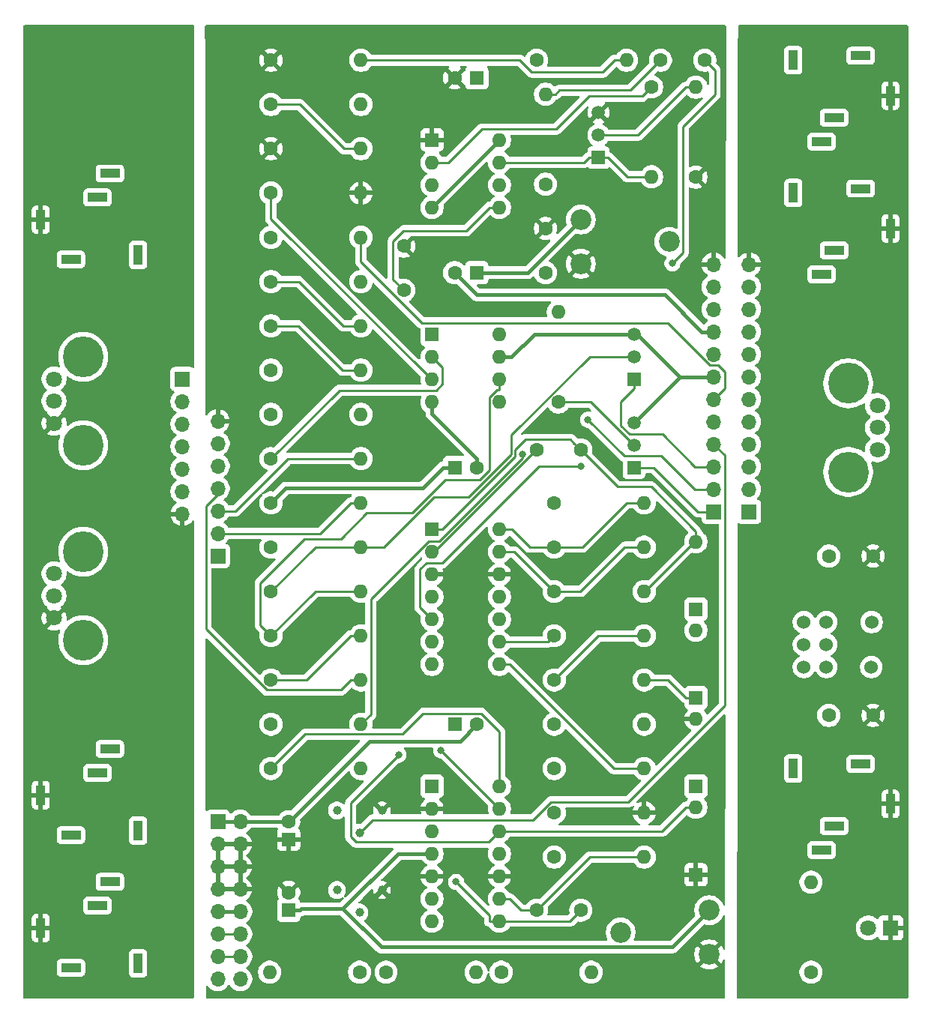
<source format=gbr>
G04 #@! TF.GenerationSoftware,KiCad,Pcbnew,9.0.0*
G04 #@! TF.CreationDate,2025-02-23T15:56:54-07:00*
G04 #@! TF.ProjectId,LFO_THT,4c464f5f-5448-4542-9e6b-696361645f70,rev?*
G04 #@! TF.SameCoordinates,Original*
G04 #@! TF.FileFunction,Copper,L2,Bot*
G04 #@! TF.FilePolarity,Positive*
%FSLAX46Y46*%
G04 Gerber Fmt 4.6, Leading zero omitted, Abs format (unit mm)*
G04 Created by KiCad (PCBNEW 9.0.0) date 2025-02-23 15:56:54*
%MOMM*%
%LPD*%
G01*
G04 APERTURE LIST*
G04 #@! TA.AperFunction,ComponentPad*
%ADD10C,1.600000*%
G04 #@! TD*
G04 #@! TA.AperFunction,ComponentPad*
%ADD11R,1.600000X1.600000*%
G04 #@! TD*
G04 #@! TA.AperFunction,ComponentPad*
%ADD12R,1.800000X1.800000*%
G04 #@! TD*
G04 #@! TA.AperFunction,ComponentPad*
%ADD13C,1.800000*%
G04 #@! TD*
G04 #@! TA.AperFunction,ComponentPad*
%ADD14O,1.600000X1.600000*%
G04 #@! TD*
G04 #@! TA.AperFunction,ComponentPad*
%ADD15R,1.000000X2.200000*%
G04 #@! TD*
G04 #@! TA.AperFunction,ComponentPad*
%ADD16R,2.200000X1.000000*%
G04 #@! TD*
G04 #@! TA.AperFunction,ComponentPad*
%ADD17R,1.700000X1.700000*%
G04 #@! TD*
G04 #@! TA.AperFunction,ComponentPad*
%ADD18O,1.700000X1.700000*%
G04 #@! TD*
G04 #@! TA.AperFunction,ComponentPad*
%ADD19R,1.520000X1.520000*%
G04 #@! TD*
G04 #@! TA.AperFunction,ComponentPad*
%ADD20C,1.520000*%
G04 #@! TD*
G04 #@! TA.AperFunction,ComponentPad*
%ADD21C,2.340000*%
G04 #@! TD*
G04 #@! TA.AperFunction,ComponentPad*
%ADD22C,4.600000*%
G04 #@! TD*
G04 #@! TA.AperFunction,ComponentPad*
%ADD23C,1.000000*%
G04 #@! TD*
G04 #@! TA.AperFunction,ComponentPad*
%ADD24C,1.524000*%
G04 #@! TD*
G04 #@! TA.AperFunction,ViaPad*
%ADD25C,0.800000*%
G04 #@! TD*
G04 #@! TA.AperFunction,Conductor*
%ADD26C,0.250000*%
G04 #@! TD*
G04 #@! TA.AperFunction,Conductor*
%ADD27C,0.400000*%
G04 #@! TD*
G04 APERTURE END LIST*
D10*
X59000000Y-28000000D03*
X59000000Y-23000000D03*
X77000000Y-4000000D03*
X72000000Y-4000000D03*
X43000000Y-30000000D03*
X43000000Y-25000000D03*
X91000000Y-60000000D03*
X96000000Y-60000000D03*
X91000000Y-78000000D03*
X96000000Y-78000000D03*
X58000000Y-100000000D03*
X63000000Y-100000000D03*
X58000000Y-48000000D03*
X63000000Y-48000000D03*
D11*
X51250000Y-6000000D03*
D10*
X48750000Y-6000000D03*
D11*
X30000000Y-100000000D03*
D10*
X30000000Y-98000000D03*
D11*
X51250000Y-28000000D03*
D10*
X48750000Y-28000000D03*
D11*
X48750000Y-79000000D03*
D10*
X51250000Y-79000000D03*
D11*
X30000000Y-92000000D03*
D10*
X30000000Y-90000000D03*
D12*
X98000000Y-102000000D03*
D13*
X95460000Y-102000000D03*
D11*
X76000000Y-76000000D03*
D14*
X76000000Y-68380000D03*
D11*
X76000000Y-66000000D03*
D14*
X76000000Y-58380000D03*
D11*
X76000000Y-86000000D03*
D14*
X76000000Y-78380000D03*
D11*
X76000000Y-96000000D03*
D14*
X76000000Y-88380000D03*
D15*
X98000000Y-88000000D03*
X87000000Y-84000000D03*
D16*
X94600000Y-83500000D03*
X91600000Y-90500000D03*
X90200000Y-93200000D03*
D17*
X82000000Y-55000000D03*
D18*
X82000000Y-52460000D03*
X82000000Y-49920000D03*
X82000000Y-47380000D03*
X82000000Y-44840000D03*
X82000000Y-42300000D03*
X82000000Y-39760000D03*
X82000000Y-37220000D03*
X82000000Y-34680000D03*
X82000000Y-32140000D03*
X82000000Y-29600000D03*
X82000000Y-27060000D03*
D17*
X78000000Y-55000000D03*
D18*
X78000000Y-52460000D03*
X78000000Y-49920000D03*
X78000000Y-47380000D03*
X78000000Y-44840000D03*
X78000000Y-42300000D03*
X78000000Y-39760000D03*
X78000000Y-37220000D03*
X78000000Y-34680000D03*
X78000000Y-32140000D03*
X78000000Y-29600000D03*
X78000000Y-27060000D03*
D15*
X98000000Y-23000000D03*
X87000000Y-19000000D03*
D16*
X94600000Y-18500000D03*
X91600000Y-25500000D03*
X90200000Y-28200000D03*
D15*
X98000000Y-8000000D03*
X87000000Y-4000000D03*
D16*
X94600000Y-3500000D03*
X91600000Y-10500000D03*
X90200000Y-13200000D03*
D15*
X2000000Y-22000000D03*
X13000000Y-26000000D03*
D16*
X5400000Y-26500000D03*
X8400000Y-19500000D03*
X9800000Y-16800000D03*
D17*
X22000000Y-90000000D03*
D18*
X24540000Y-90000000D03*
X22000000Y-92540000D03*
X24540000Y-92540000D03*
X22000000Y-95080000D03*
X24540000Y-95080000D03*
X22000000Y-97620000D03*
X24540000Y-97620000D03*
X22000000Y-100160000D03*
X24540000Y-100160000D03*
X22000000Y-102700000D03*
X24540000Y-102700000D03*
X22000000Y-105240000D03*
X24540000Y-105240000D03*
X22000000Y-107780000D03*
X24540000Y-107780000D03*
D17*
X18000000Y-40000000D03*
D18*
X18000000Y-42540000D03*
X18000000Y-45080000D03*
X18000000Y-47620000D03*
X18000000Y-50160000D03*
X18000000Y-52700000D03*
X18000000Y-55240000D03*
D17*
X22000000Y-60000000D03*
D18*
X22000000Y-57460000D03*
X22000000Y-54920000D03*
X22000000Y-52380000D03*
X22000000Y-49840000D03*
X22000000Y-47300000D03*
X22000000Y-44760000D03*
D15*
X2000000Y-87000000D03*
X13000000Y-91000000D03*
D16*
X5400000Y-91500000D03*
X8400000Y-84500000D03*
X9800000Y-81800000D03*
D15*
X2000000Y-102000000D03*
X13000000Y-106000000D03*
D16*
X5400000Y-106500000D03*
X8400000Y-99500000D03*
X9800000Y-96800000D03*
D19*
X65000000Y-15000000D03*
D20*
X65000000Y-12460000D03*
X65000000Y-9920000D03*
D19*
X69000000Y-40000000D03*
D20*
X69000000Y-37460000D03*
X69000000Y-34920000D03*
D19*
X69000000Y-50000000D03*
D20*
X69000000Y-47460000D03*
X69000000Y-44920000D03*
D10*
X71000000Y-7000000D03*
D14*
X71000000Y-17160000D03*
D10*
X89000000Y-107000000D03*
D14*
X89000000Y-96840000D03*
D10*
X59000000Y-18000000D03*
D14*
X59000000Y-7840000D03*
D10*
X28000000Y-54000000D03*
D14*
X38160000Y-54000000D03*
D10*
X28000000Y-19000000D03*
D14*
X38160000Y-19000000D03*
D10*
X28000000Y-59000000D03*
D14*
X38160000Y-59000000D03*
D10*
X28000000Y-79000000D03*
D14*
X38160000Y-79000000D03*
D10*
X76000000Y-17200000D03*
D14*
X76000000Y-7040000D03*
D10*
X28000000Y-49000000D03*
D14*
X38160000Y-49000000D03*
D10*
X28000000Y-64000000D03*
D14*
X38160000Y-64000000D03*
D10*
X28000000Y-74000000D03*
D14*
X38160000Y-74000000D03*
D10*
X28000000Y-69000000D03*
D14*
X38160000Y-69000000D03*
D10*
X41000000Y-107000000D03*
D14*
X51160000Y-107000000D03*
D10*
X28000000Y-44000000D03*
D14*
X38160000Y-44000000D03*
D10*
X28000000Y-39000000D03*
D14*
X38160000Y-39000000D03*
D10*
X60000000Y-94000000D03*
D14*
X70160000Y-94000000D03*
D10*
X28000000Y-29000000D03*
D14*
X38160000Y-29000000D03*
D10*
X60000000Y-74000000D03*
D14*
X70160000Y-74000000D03*
D10*
X28000000Y-34000000D03*
D14*
X38160000Y-34000000D03*
D10*
X54000000Y-107000000D03*
D14*
X64160000Y-107000000D03*
D10*
X28000000Y-24000000D03*
D14*
X38160000Y-24000000D03*
D10*
X28000000Y-4000000D03*
D14*
X38160000Y-4000000D03*
D10*
X38000000Y-107000000D03*
D14*
X27840000Y-107000000D03*
D10*
X58000000Y-4000000D03*
D14*
X68160000Y-4000000D03*
D10*
X28000000Y-84000000D03*
D14*
X38160000Y-84000000D03*
D10*
X28000000Y-14000000D03*
D14*
X38160000Y-14000000D03*
D10*
X28000000Y-9000000D03*
D14*
X38160000Y-9000000D03*
D10*
X60000000Y-54000000D03*
D14*
X70160000Y-54000000D03*
D10*
X60000000Y-64000000D03*
D14*
X70160000Y-64000000D03*
D10*
X60000000Y-59000000D03*
D14*
X70160000Y-59000000D03*
D10*
X60000000Y-89000000D03*
D14*
X70160000Y-89000000D03*
D10*
X60000000Y-79000000D03*
D14*
X70160000Y-79000000D03*
D10*
X60000000Y-84000000D03*
D14*
X70160000Y-84000000D03*
D10*
X60000000Y-69000000D03*
D14*
X70160000Y-69000000D03*
D10*
X60450000Y-42600000D03*
D14*
X60450000Y-32440000D03*
D21*
X63000000Y-27000000D03*
X73000000Y-24500000D03*
X63000000Y-22000000D03*
D22*
X93200000Y-40500000D03*
X93200000Y-50500000D03*
D13*
X96500000Y-48000000D03*
X96500000Y-45500000D03*
X96500000Y-43000000D03*
D21*
X77500000Y-100000000D03*
X67500000Y-102500000D03*
X77500000Y-105000000D03*
D23*
X35460000Y-97730000D03*
X38000000Y-100270000D03*
X40540000Y-97730000D03*
X35460000Y-88730000D03*
X38000000Y-91270000D03*
X40540000Y-88730000D03*
D22*
X6800000Y-47500000D03*
X6800000Y-37500000D03*
D13*
X3500000Y-40000000D03*
X3500000Y-42500000D03*
X3500000Y-45000000D03*
D22*
X6800000Y-69500000D03*
X6800000Y-59500000D03*
D13*
X3500000Y-62000000D03*
X3500000Y-64500000D03*
X3500000Y-67000000D03*
D24*
X95840000Y-67460000D03*
X95810000Y-72540000D03*
X90730000Y-67460000D03*
X90730000Y-70000000D03*
X90730000Y-72540000D03*
X88190000Y-67460000D03*
X88190000Y-70000000D03*
X88190000Y-72540000D03*
D11*
X46190000Y-13000000D03*
D14*
X46190000Y-15540000D03*
X46190000Y-18080000D03*
X46190000Y-20620000D03*
X53810000Y-20620000D03*
X53810000Y-18080000D03*
X53810000Y-15540000D03*
X53810000Y-13000000D03*
D11*
X46190000Y-35000000D03*
D14*
X46190000Y-37540000D03*
X46190000Y-40080000D03*
X46190000Y-42620000D03*
X53810000Y-42620000D03*
X53810000Y-40080000D03*
X53810000Y-37540000D03*
X53810000Y-35000000D03*
D11*
X46190000Y-57000000D03*
D14*
X46190000Y-59540000D03*
X46190000Y-62080000D03*
X46190000Y-64620000D03*
X46190000Y-67160000D03*
X46190000Y-69700000D03*
X46190000Y-72240000D03*
X53810000Y-72240000D03*
X53810000Y-69700000D03*
X53810000Y-67160000D03*
X53810000Y-64620000D03*
X53810000Y-62080000D03*
X53810000Y-59540000D03*
X53810000Y-57000000D03*
D11*
X46190000Y-86000000D03*
D14*
X46190000Y-88540000D03*
X46190000Y-91080000D03*
X46190000Y-93620000D03*
X46190000Y-96160000D03*
X46190000Y-98700000D03*
X46190000Y-101240000D03*
X53810000Y-101240000D03*
X53810000Y-98700000D03*
X53810000Y-96160000D03*
X53810000Y-93620000D03*
X53810000Y-91080000D03*
X53810000Y-88540000D03*
X53810000Y-86000000D03*
D11*
X48750000Y-50000000D03*
D10*
X51250000Y-50000000D03*
D25*
X63050000Y-49900000D03*
X22100000Y-87900000D03*
X25500000Y-48950000D03*
X33250000Y-50600000D03*
X35900000Y-76800000D03*
X37850000Y-66550000D03*
X30000000Y-76850000D03*
X78750000Y-108900000D03*
X53900000Y-32200000D03*
X25400000Y-63500000D03*
X22100000Y-63500000D03*
X33900000Y-82400000D03*
X21250000Y-1200000D03*
X26550000Y-108700000D03*
X40900000Y-66500000D03*
X56350000Y-80550000D03*
X78750000Y-1100000D03*
X25350000Y-55900000D03*
X25450000Y-75750000D03*
X41800000Y-78050000D03*
X46700000Y-47700000D03*
X33350000Y-54750000D03*
X63800000Y-44600000D03*
X73350000Y-26950000D03*
X81250000Y-108900000D03*
X98750000Y-108800000D03*
X81350000Y-1100000D03*
X98850000Y-1100000D03*
X48908600Y-96810200D03*
X42400004Y-82450000D03*
X1250000Y-1150000D03*
X18650000Y-108800000D03*
X18650000Y-1200000D03*
X1100000Y-108900000D03*
X56400000Y-48500000D03*
X47200000Y-81949998D03*
D26*
X44850000Y-65820000D02*
X44850000Y-61500000D01*
X72210700Y-46260700D02*
X75870000Y-49920000D01*
X69000000Y-40000000D02*
X69000000Y-41085300D01*
X46190000Y-67160000D02*
X44850000Y-65820000D01*
X62484315Y-49900000D02*
X63050000Y-49900000D01*
X69000000Y-41085300D02*
X67500000Y-42585300D01*
X53810000Y-15540000D02*
X63374700Y-15540000D01*
X63374700Y-15540000D02*
X63914700Y-15000000D01*
X65000000Y-15000000D02*
X66085300Y-15000000D01*
X68510700Y-46260700D02*
X72210700Y-46260700D01*
X44850000Y-61500000D02*
X45600000Y-60750000D01*
X75870000Y-49920000D02*
X78000000Y-49920000D01*
X67500000Y-45250000D02*
X68510700Y-46260700D01*
X68245300Y-17160000D02*
X66085300Y-15000000D01*
X47380000Y-60750000D02*
X58230000Y-49900000D01*
X45600000Y-60750000D02*
X47380000Y-60750000D01*
X58230000Y-49900000D02*
X62484315Y-49900000D01*
X71000000Y-17160000D02*
X68245300Y-17160000D01*
X67500000Y-42585300D02*
X67500000Y-45250000D01*
X65000000Y-15000000D02*
X63914700Y-15000000D01*
X60575600Y-7389700D02*
X60125300Y-7840000D01*
X72000000Y-4000000D02*
X68610300Y-7389700D01*
X68610300Y-7389700D02*
X60575600Y-7389700D01*
X59000000Y-7840000D02*
X60125300Y-7840000D01*
X73350000Y-26950000D02*
X74550000Y-25750000D01*
X74550000Y-11500000D02*
X78150000Y-7900000D01*
X72050000Y-48700000D02*
X67900000Y-48700000D01*
X78000000Y-52460000D02*
X76797919Y-52460000D01*
X67900000Y-48700000D02*
X63800000Y-44600000D01*
X78150000Y-7900000D02*
X78150000Y-5150000D01*
X74550000Y-25750000D02*
X74550000Y-11500000D01*
X76797919Y-52460000D02*
X76757919Y-52500000D01*
X78150000Y-5150000D02*
X77000000Y-4000000D01*
X75850000Y-52500000D02*
X72050000Y-48700000D01*
X76757919Y-52500000D02*
X75850000Y-52500000D01*
X41771500Y-24486100D02*
X41771500Y-28771500D01*
X52684700Y-20620000D02*
X50030100Y-23274600D01*
X53810000Y-20620000D02*
X52684700Y-20620000D01*
X50030100Y-23274600D02*
X42983000Y-23274600D01*
X42983000Y-23274600D02*
X41771500Y-24486100D01*
X41771500Y-28771500D02*
X43000000Y-30000000D01*
X52684700Y-100586300D02*
X48908600Y-96810200D01*
X61760000Y-101240000D02*
X63000000Y-100000000D01*
X52684700Y-101240000D02*
X52684700Y-100586300D01*
X53810000Y-101240000D02*
X52684700Y-101240000D01*
X53810000Y-101240000D02*
X61760000Y-101240000D01*
X70160000Y-94000000D02*
X64000000Y-94000000D01*
X64000000Y-94000000D02*
X58000000Y-100000000D01*
X54935300Y-98700000D02*
X56235300Y-100000000D01*
X56235300Y-100000000D02*
X58000000Y-100000000D01*
X53810000Y-98700000D02*
X54935300Y-98700000D01*
X67188600Y-52188600D02*
X70933900Y-52188600D01*
X61834100Y-46834100D02*
X62200001Y-47200001D01*
X76000000Y-58380000D02*
X76000000Y-57254700D01*
X36050000Y-39000000D02*
X31050000Y-34000000D01*
X55574987Y-48782663D02*
X55574987Y-48002011D01*
X70160000Y-64000000D02*
X70200000Y-64000000D01*
X70933900Y-52188600D02*
X76000000Y-57254700D01*
X60000000Y-74000000D02*
X65000000Y-69000000D01*
X63000000Y-48000000D02*
X67188600Y-52188600D01*
X31050000Y-34000000D02*
X28000000Y-34000000D01*
X46190000Y-57000000D02*
X47357650Y-57000000D01*
X47357650Y-57000000D02*
X55574987Y-48782663D01*
X56742898Y-46834100D02*
X61834100Y-46834100D01*
X75820000Y-58380000D02*
X76000000Y-58380000D01*
X38160000Y-39000000D02*
X36050000Y-39000000D01*
X55574987Y-48002011D02*
X56742898Y-46834100D01*
X65000000Y-69000000D02*
X70160000Y-69000000D01*
X62200001Y-47200001D02*
X63000000Y-48000000D01*
X70200000Y-64000000D02*
X75820000Y-58380000D01*
X38160000Y-34000000D02*
X36150000Y-34000000D01*
X36150000Y-34000000D02*
X31150000Y-29000000D01*
X57950000Y-48000000D02*
X58000000Y-48000000D01*
X31150000Y-29000000D02*
X28000000Y-29000000D01*
X46410000Y-59540000D02*
X57950000Y-48000000D01*
X46190000Y-59540000D02*
X46410000Y-59540000D01*
D27*
X74160000Y-39760000D02*
X69320000Y-34920000D01*
X46910000Y-19900000D02*
X53810000Y-13000000D01*
X40455700Y-104171600D02*
X73328400Y-104171600D01*
X74000000Y-39920000D02*
X69000000Y-44920000D01*
X29692700Y-52307300D02*
X28000000Y-54000000D01*
X47449700Y-50000000D02*
X45142400Y-52307300D01*
X69320000Y-34920000D02*
X69000000Y-34920000D01*
X57000000Y-28000000D02*
X51250000Y-28000000D01*
X30000000Y-100000000D02*
X31300300Y-100000000D01*
X36119100Y-99834900D02*
X40455700Y-104171600D01*
X36119100Y-99834900D02*
X42334000Y-93620000D01*
X53810000Y-37540000D02*
X55110300Y-37540000D01*
X36119000Y-99834900D02*
X36119100Y-99834900D01*
X63000000Y-22000000D02*
X57000000Y-28000000D01*
X46190000Y-20610000D02*
X46900000Y-19900000D01*
X57730300Y-34920000D02*
X69000000Y-34920000D01*
X42334000Y-93620000D02*
X46190000Y-93620000D01*
X78000000Y-39760000D02*
X74160000Y-39760000D01*
X55110300Y-37540000D02*
X57730300Y-34920000D01*
X48750000Y-50000000D02*
X47449700Y-50000000D01*
X31300300Y-100000000D02*
X31465400Y-99834900D01*
X45142400Y-52307300D02*
X29692700Y-52307300D01*
X46900000Y-19900000D02*
X46910000Y-19900000D01*
X46190000Y-20620000D02*
X46190000Y-20610000D01*
X74160000Y-39760000D02*
X74000000Y-39920000D01*
X31465400Y-99834900D02*
X36119000Y-99834900D01*
X73328400Y-104171600D02*
X77500000Y-100000000D01*
X24540000Y-100160000D02*
X22000000Y-100160000D01*
X72465800Y-30496100D02*
X51246100Y-30496100D01*
X30000000Y-90000000D02*
X25890300Y-90000000D01*
X22000000Y-90000000D02*
X24540000Y-90000000D01*
X39100002Y-80899998D02*
X30799999Y-89200001D01*
X30799999Y-89200001D02*
X30000000Y-90000000D01*
X76649700Y-34680000D02*
X72465800Y-30496100D01*
X49350000Y-80900000D02*
X44868000Y-80900000D01*
X46190000Y-42620000D02*
X46190000Y-43920300D01*
X51250000Y-48980300D02*
X46190000Y-43920300D01*
X78000000Y-34680000D02*
X76649700Y-34680000D01*
X44868000Y-80900000D02*
X44867998Y-80899998D01*
X51246100Y-30496100D02*
X48750000Y-28000000D01*
X51250000Y-50000000D02*
X51250000Y-48980300D01*
X51250000Y-79000000D02*
X49350000Y-80900000D01*
X44867998Y-80899998D02*
X39100002Y-80899998D01*
X24540000Y-90000000D02*
X25890300Y-90000000D01*
D26*
X70160000Y-74000000D02*
X72874700Y-74000000D01*
X72874700Y-74000000D02*
X74874700Y-76000000D01*
X76000000Y-76000000D02*
X74874700Y-76000000D01*
X57450000Y-5350000D02*
X56100000Y-4000000D01*
X68160000Y-4000000D02*
X66817350Y-4000000D01*
X37600000Y-92300000D02*
X37000000Y-91700000D01*
X37000000Y-87850004D02*
X42000005Y-82849999D01*
X52590000Y-92300000D02*
X37600000Y-92300000D01*
X53810000Y-91080000D02*
X72174700Y-91080000D01*
X53810000Y-91080000D02*
X52590000Y-92300000D01*
X56100000Y-4000000D02*
X38160000Y-4000000D01*
X37000000Y-91700000D02*
X37000000Y-87850004D01*
X65467350Y-5350000D02*
X57450000Y-5350000D01*
X42000005Y-82849999D02*
X42400004Y-82450000D01*
X66817350Y-4000000D02*
X65467350Y-5350000D01*
X76000000Y-88380000D02*
X74874700Y-88380000D01*
X72174700Y-91080000D02*
X74874700Y-88380000D01*
X71200000Y-50000000D02*
X76200000Y-55000000D01*
X69000000Y-50000000D02*
X71200000Y-50000000D01*
X76200000Y-55000000D02*
X78000000Y-55000000D01*
X57590100Y-89810000D02*
X39460000Y-89810000D01*
X39460000Y-89810000D02*
X38000000Y-91270000D01*
X68343500Y-87774600D02*
X59625500Y-87774600D01*
X78000000Y-47380000D02*
X79250000Y-48630000D01*
X59625500Y-87774600D02*
X57590100Y-89810000D01*
X79250000Y-48630000D02*
X79250000Y-76868100D01*
X79250000Y-76868100D02*
X68343500Y-87774600D01*
X38160000Y-26775300D02*
X38160000Y-24000000D01*
X78000000Y-42300000D02*
X79280300Y-41019700D01*
X72794300Y-33676500D02*
X45061200Y-33676500D01*
X45061200Y-33676500D02*
X38160000Y-26775300D01*
X79280300Y-41019700D02*
X79280300Y-39193200D01*
X77567800Y-38450000D02*
X72794300Y-33676500D01*
X79280300Y-39193200D02*
X78537100Y-38450000D01*
X78537100Y-38450000D02*
X77567800Y-38450000D01*
X22000000Y-105240000D02*
X24540000Y-105240000D01*
X22000000Y-102700000D02*
X24540000Y-102700000D01*
X33574700Y-57460000D02*
X23175300Y-57460000D01*
X22000000Y-57460000D02*
X23175300Y-57460000D01*
X37034700Y-54000000D02*
X33574700Y-57460000D01*
X38160000Y-54000000D02*
X37034700Y-54000000D01*
X29902500Y-49000000D02*
X23982500Y-54920000D01*
X23982500Y-54920000D02*
X22000000Y-54920000D01*
X38160000Y-49000000D02*
X29902500Y-49000000D01*
X22000000Y-53000000D02*
X22000000Y-52380000D01*
X35907800Y-75126900D02*
X27504400Y-75126900D01*
X38160000Y-74000000D02*
X37034700Y-74000000D01*
X20650000Y-68272500D02*
X20650000Y-54350000D01*
X27504400Y-75126900D02*
X20650000Y-68272500D01*
X20650000Y-54350000D02*
X22000000Y-53000000D01*
X37034700Y-74000000D02*
X35907800Y-75126900D01*
X69454700Y-12460000D02*
X65000000Y-12460000D01*
X74874700Y-7040000D02*
X69454700Y-12460000D01*
X76000000Y-7040000D02*
X74874700Y-7040000D01*
X50339400Y-53335700D02*
X55124976Y-48550124D01*
X55124976Y-48550124D02*
X55124976Y-46327324D01*
X37597400Y-59000000D02*
X38160000Y-59000000D01*
X28000000Y-64000000D02*
X33000000Y-59000000D01*
X63992300Y-37460000D02*
X67925198Y-37460000D01*
X67925198Y-37460000D02*
X69000000Y-37460000D01*
X46378500Y-53335700D02*
X50339400Y-53335700D01*
X37597400Y-59000000D02*
X37034700Y-59000000D01*
X38160000Y-59000000D02*
X40714200Y-59000000D01*
X33000000Y-59000000D02*
X37034700Y-59000000D01*
X55124976Y-46327324D02*
X63992300Y-37460000D01*
X40714200Y-59000000D02*
X46378500Y-53335700D01*
X60450000Y-42600000D02*
X64140000Y-42600000D01*
X64140000Y-42600000D02*
X69000000Y-47460000D01*
X60204700Y-11774600D02*
X63914200Y-8065100D01*
X48060000Y-15540000D02*
X51825400Y-11774600D01*
X69934900Y-8065100D02*
X71000000Y-7000000D01*
X51825400Y-11774600D02*
X60204700Y-11774600D01*
X46190000Y-15540000D02*
X48060000Y-15540000D01*
X63914200Y-8065100D02*
X69934900Y-8065100D01*
X46190000Y-40080000D02*
X46130000Y-40080000D01*
X46130000Y-40080000D02*
X28000000Y-21950000D01*
X28000000Y-21950000D02*
X28000000Y-19000000D01*
X39285300Y-77874700D02*
X39285300Y-64851300D01*
X47013590Y-58300000D02*
X56400000Y-48913590D01*
X45836600Y-58300000D02*
X47013590Y-58300000D01*
X56400000Y-48913590D02*
X56400000Y-48500000D01*
X38160000Y-79000000D02*
X39285300Y-77874700D01*
X39285300Y-64851300D02*
X45836600Y-58300000D01*
X32034700Y-74000000D02*
X28000000Y-74000000D01*
X47322500Y-38672500D02*
X47322500Y-40585900D01*
X47322500Y-40585900D02*
X46629100Y-41279300D01*
X35720700Y-41279300D02*
X28000000Y-49000000D01*
X46629100Y-41279300D02*
X35720700Y-41279300D01*
X46190000Y-37540000D02*
X47322500Y-38672500D01*
X37034700Y-69000000D02*
X32034700Y-74000000D01*
X38160000Y-69000000D02*
X37034700Y-69000000D01*
X26800000Y-63050000D02*
X31779300Y-58070700D01*
X51591200Y-51409900D02*
X52684700Y-50316400D01*
X53810000Y-41205300D02*
X53810000Y-40080000D01*
X52684700Y-42049200D02*
X53528600Y-41205300D01*
X47667400Y-51409900D02*
X51591200Y-51409900D01*
X38834800Y-55125400D02*
X43951900Y-55125400D01*
X53528600Y-41205300D02*
X53810000Y-41205300D01*
X33000000Y-64000000D02*
X38160000Y-64000000D01*
X28000000Y-69000000D02*
X26800000Y-67800000D01*
X28000000Y-69000000D02*
X33000000Y-64000000D01*
X26800000Y-67800000D02*
X26800000Y-63050000D01*
X52684700Y-50316400D02*
X52684700Y-42049200D01*
X31779300Y-58070700D02*
X35889500Y-58070700D01*
X35889500Y-58070700D02*
X38834800Y-55125400D01*
X43951900Y-55125400D02*
X47667400Y-51409900D01*
X53810000Y-86000000D02*
X53810000Y-79825300D01*
X53810000Y-79825300D02*
X51759300Y-77774600D01*
X42832500Y-80125400D02*
X31874600Y-80125400D01*
X31874600Y-80125400D02*
X28000000Y-84000000D01*
X51759300Y-77774600D02*
X45183300Y-77774600D01*
X45183300Y-77774600D02*
X42832500Y-80125400D01*
X36250000Y-14000000D02*
X31250000Y-9000000D01*
X53810000Y-88540000D02*
X47219998Y-81949998D01*
X47219998Y-81949998D02*
X47200000Y-81949998D01*
X38160000Y-14000000D02*
X36250000Y-14000000D01*
X31250000Y-9000000D02*
X28000000Y-9000000D01*
X57250000Y-59000000D02*
X60000000Y-59000000D01*
X53810000Y-57000000D02*
X55250000Y-57000000D01*
X55250000Y-57000000D02*
X57250000Y-59000000D01*
X63150000Y-59000000D02*
X60000000Y-59000000D01*
X70160000Y-54000000D02*
X68150000Y-54000000D01*
X68150000Y-54000000D02*
X63150000Y-59000000D01*
X55490000Y-59540000D02*
X59950000Y-64000000D01*
X67950000Y-59000000D02*
X62950000Y-64000000D01*
X70160000Y-59000000D02*
X67950000Y-59000000D01*
X62950000Y-64000000D02*
X60000000Y-64000000D01*
X59950000Y-64000000D02*
X60000000Y-64000000D01*
X53810000Y-59540000D02*
X55490000Y-59540000D01*
X53810000Y-72240000D02*
X54935300Y-72240000D01*
X66695300Y-84000000D02*
X70160000Y-84000000D01*
X54935300Y-72240000D02*
X66695300Y-84000000D01*
X59300000Y-69700000D02*
X60000000Y-69000000D01*
X53810000Y-69700000D02*
X59300000Y-69700000D01*
G04 #@! TA.AperFunction,Conductor*
G36*
X36792489Y-84278474D02*
G01*
X36825313Y-84280822D01*
X36827550Y-84282497D01*
X36830329Y-84282816D01*
X36855807Y-84303649D01*
X36882149Y-84323369D01*
X36883788Y-84326529D01*
X36885290Y-84327758D01*
X36901113Y-84359940D01*
X36947366Y-84502290D01*
X37040686Y-84685439D01*
X37040873Y-84685806D01*
X37070802Y-84726999D01*
X37161932Y-84852430D01*
X37161934Y-84852432D01*
X37161936Y-84852435D01*
X37307564Y-84998063D01*
X37307567Y-84998065D01*
X37307570Y-84998068D01*
X37474197Y-85119129D01*
X37657710Y-85212634D01*
X37853592Y-85276280D01*
X38057019Y-85308500D01*
X38057022Y-85308500D01*
X38262977Y-85308500D01*
X38262981Y-85308500D01*
X38334593Y-85297157D01*
X38405001Y-85306256D01*
X38459316Y-85351978D01*
X38480289Y-85419806D01*
X38461262Y-85488205D01*
X38443397Y-85510701D01*
X36596167Y-87357933D01*
X36507931Y-87446168D01*
X36507926Y-87446175D01*
X36443941Y-87541936D01*
X36438600Y-87549929D01*
X36390845Y-87665219D01*
X36386400Y-87687567D01*
X36366500Y-87787607D01*
X36366500Y-87906076D01*
X36346498Y-87974197D01*
X36292842Y-88020690D01*
X36222568Y-88030794D01*
X36157988Y-88001300D01*
X36151405Y-87995171D01*
X36102883Y-87946649D01*
X36102881Y-87946647D01*
X35937704Y-87836279D01*
X35754169Y-87760256D01*
X35685013Y-87746500D01*
X35559331Y-87721500D01*
X35559329Y-87721500D01*
X35360671Y-87721500D01*
X35360668Y-87721500D01*
X35165830Y-87760256D01*
X35165825Y-87760258D01*
X34982296Y-87836279D01*
X34817123Y-87946644D01*
X34817116Y-87946649D01*
X34676649Y-88087116D01*
X34676644Y-88087123D01*
X34566279Y-88252296D01*
X34490258Y-88435825D01*
X34490256Y-88435830D01*
X34451500Y-88630668D01*
X34451500Y-88829331D01*
X34478247Y-88963794D01*
X34490256Y-89024169D01*
X34566279Y-89207704D01*
X34676647Y-89372881D01*
X34817119Y-89513353D01*
X34982296Y-89623721D01*
X35165831Y-89699744D01*
X35360671Y-89738500D01*
X35360672Y-89738500D01*
X35559328Y-89738500D01*
X35559329Y-89738500D01*
X35754169Y-89699744D01*
X35937704Y-89623721D01*
X36102881Y-89513353D01*
X36151405Y-89464829D01*
X36213717Y-89430803D01*
X36284532Y-89435868D01*
X36341368Y-89478415D01*
X36366179Y-89544935D01*
X36366500Y-89553924D01*
X36366500Y-91762396D01*
X36367178Y-91765803D01*
X36390845Y-91884785D01*
X36438600Y-92000075D01*
X36507929Y-92103833D01*
X37107929Y-92703833D01*
X37196167Y-92792071D01*
X37299925Y-92861400D01*
X37415215Y-92909155D01*
X37537606Y-92933500D01*
X41714339Y-92933500D01*
X41782460Y-92953502D01*
X41828953Y-93007158D01*
X41839057Y-93077432D01*
X41809563Y-93142012D01*
X41803434Y-93148595D01*
X36471771Y-98480257D01*
X36409459Y-98514283D01*
X36338644Y-98509218D01*
X36281808Y-98466671D01*
X36256997Y-98400151D01*
X36272088Y-98330777D01*
X36277901Y-98321175D01*
X36353721Y-98207704D01*
X36429744Y-98024169D01*
X36468500Y-97829329D01*
X36468500Y-97630671D01*
X36429744Y-97435831D01*
X36353721Y-97252296D01*
X36243353Y-97087119D01*
X36102881Y-96946647D01*
X35937704Y-96836279D01*
X35754169Y-96760256D01*
X35559331Y-96721500D01*
X35559329Y-96721500D01*
X35360671Y-96721500D01*
X35360668Y-96721500D01*
X35165830Y-96760256D01*
X35165825Y-96760258D01*
X34982296Y-96836279D01*
X34817123Y-96946644D01*
X34817116Y-96946649D01*
X34676649Y-97087116D01*
X34676644Y-97087123D01*
X34566279Y-97252296D01*
X34490258Y-97435825D01*
X34490256Y-97435830D01*
X34451500Y-97630668D01*
X34451500Y-97829331D01*
X34481470Y-97980000D01*
X34490256Y-98024169D01*
X34566279Y-98207704D01*
X34676647Y-98372881D01*
X34817119Y-98513353D01*
X34982296Y-98623721D01*
X35165831Y-98699744D01*
X35360671Y-98738500D01*
X35360672Y-98738500D01*
X35559328Y-98738500D01*
X35559329Y-98738500D01*
X35754169Y-98699744D01*
X35937704Y-98623721D01*
X36051162Y-98547910D01*
X36118912Y-98526696D01*
X36187379Y-98545479D01*
X36234823Y-98598296D01*
X36246180Y-98668378D01*
X36217845Y-98733475D01*
X36210257Y-98741771D01*
X35862532Y-99089496D01*
X35800222Y-99123520D01*
X35773439Y-99126400D01*
X31402750Y-99126400D01*
X31334629Y-99106398D01*
X31288136Y-99052742D01*
X31284706Y-99044462D01*
X31250889Y-98953796D01*
X31250886Y-98953792D01*
X31250886Y-98953791D01*
X31163261Y-98836738D01*
X31160149Y-98834409D01*
X31157817Y-98831294D01*
X31156889Y-98830366D01*
X31157022Y-98830232D01*
X31117602Y-98777573D01*
X31112538Y-98706757D01*
X31123391Y-98676338D01*
X31212170Y-98502099D01*
X31212173Y-98502093D01*
X31275791Y-98306296D01*
X31308000Y-98102938D01*
X31308000Y-97897061D01*
X31275791Y-97693703D01*
X31212173Y-97497906D01*
X31212170Y-97497900D01*
X31118699Y-97314454D01*
X31087583Y-97271626D01*
X31087581Y-97271626D01*
X30400000Y-97959207D01*
X30400000Y-97947339D01*
X30372741Y-97845606D01*
X30320080Y-97754394D01*
X30245606Y-97679920D01*
X30154394Y-97627259D01*
X30052661Y-97600000D01*
X30040790Y-97600000D01*
X30728372Y-96912416D01*
X30685541Y-96881298D01*
X30685540Y-96881297D01*
X30502099Y-96787829D01*
X30502093Y-96787826D01*
X30306294Y-96724208D01*
X30306298Y-96724208D01*
X30102939Y-96692000D01*
X29897061Y-96692000D01*
X29693703Y-96724208D01*
X29497906Y-96787826D01*
X29497900Y-96787829D01*
X29314452Y-96881301D01*
X29271625Y-96912416D01*
X29959209Y-97600000D01*
X29947339Y-97600000D01*
X29845606Y-97627259D01*
X29754394Y-97679920D01*
X29679920Y-97754394D01*
X29627259Y-97845606D01*
X29600000Y-97947339D01*
X29600000Y-97959211D01*
X28912415Y-97271626D01*
X28881301Y-97314452D01*
X28787829Y-97497900D01*
X28787826Y-97497906D01*
X28724208Y-97693703D01*
X28692000Y-97897061D01*
X28692000Y-98102938D01*
X28724208Y-98306296D01*
X28787826Y-98502093D01*
X28787829Y-98502099D01*
X28876608Y-98676338D01*
X28889712Y-98746115D01*
X28863012Y-98811900D01*
X28839857Y-98834404D01*
X28836739Y-98836738D01*
X28749112Y-98953792D01*
X28749110Y-98953797D01*
X28698011Y-99090795D01*
X28698009Y-99090803D01*
X28691500Y-99151350D01*
X28691500Y-100848649D01*
X28698009Y-100909196D01*
X28698011Y-100909204D01*
X28749110Y-101046202D01*
X28749112Y-101046207D01*
X28836738Y-101163261D01*
X28953792Y-101250887D01*
X28953794Y-101250888D01*
X28953796Y-101250889D01*
X29012875Y-101272924D01*
X29090795Y-101301988D01*
X29090803Y-101301990D01*
X29151350Y-101308499D01*
X29151355Y-101308499D01*
X29151362Y-101308500D01*
X29151368Y-101308500D01*
X30848632Y-101308500D01*
X30848638Y-101308500D01*
X30848645Y-101308499D01*
X30848649Y-101308499D01*
X30909196Y-101301990D01*
X30909199Y-101301989D01*
X30909201Y-101301989D01*
X31046204Y-101250889D01*
X31067001Y-101235321D01*
X31163261Y-101163261D01*
X31250887Y-101046207D01*
X31250887Y-101046206D01*
X31250889Y-101046204D01*
X31300616Y-100912883D01*
X31301988Y-100909204D01*
X31301990Y-100909196D01*
X31308499Y-100848649D01*
X31308500Y-100848632D01*
X31308500Y-100824154D01*
X31317588Y-100793202D01*
X31325006Y-100761807D01*
X31327518Y-100759382D01*
X31328502Y-100756033D01*
X31352881Y-100734907D01*
X31376095Y-100712508D01*
X31380544Y-100710938D01*
X31382158Y-100709540D01*
X31409914Y-100700576D01*
X31438521Y-100694886D01*
X31506962Y-100681273D01*
X31556231Y-100660865D01*
X31635901Y-100627865D01*
X31730531Y-100564634D01*
X31798284Y-100543420D01*
X31800533Y-100543400D01*
X35773434Y-100543400D01*
X35841555Y-100563402D01*
X35862530Y-100580306D01*
X39632137Y-104350000D01*
X39905369Y-104623238D01*
X39905372Y-104623242D01*
X39960567Y-104678437D01*
X39974240Y-104692110D01*
X40004053Y-104721924D01*
X40004056Y-104721926D01*
X40004058Y-104721928D01*
X40055215Y-104756110D01*
X40120087Y-104799458D01*
X40120088Y-104799458D01*
X40120092Y-104799461D01*
X40120095Y-104799462D01*
X40121549Y-104800174D01*
X40124212Y-104801168D01*
X40146505Y-104810402D01*
X40249038Y-104852873D01*
X40249039Y-104852873D01*
X40249044Y-104852875D01*
X40309873Y-104864973D01*
X40340802Y-104871125D01*
X40385910Y-104880099D01*
X40385913Y-104880099D01*
X40385919Y-104880100D01*
X40386777Y-104880100D01*
X73398177Y-104880100D01*
X73398182Y-104880100D01*
X73466621Y-104866486D01*
X73535062Y-104852873D01*
X73575393Y-104836167D01*
X73664001Y-104799465D01*
X73780043Y-104721928D01*
X76868301Y-101633668D01*
X76930611Y-101599645D01*
X76990001Y-101601057D01*
X77171838Y-101649781D01*
X77171842Y-101649781D01*
X77171844Y-101649782D01*
X77228067Y-101657183D01*
X77389985Y-101678500D01*
X77389992Y-101678500D01*
X77610008Y-101678500D01*
X77610015Y-101678500D01*
X77807161Y-101652545D01*
X77828155Y-101649782D01*
X77828155Y-101649781D01*
X77828162Y-101649781D01*
X78040694Y-101592833D01*
X78243975Y-101508631D01*
X78434526Y-101398617D01*
X78588356Y-101280577D01*
X78609078Y-101264678D01*
X78609078Y-101264677D01*
X78609087Y-101264671D01*
X78764671Y-101109087D01*
X78898617Y-100934526D01*
X79008631Y-100743975D01*
X79066089Y-100605259D01*
X79110635Y-100549981D01*
X79177998Y-100527560D01*
X79246790Y-100545118D01*
X79295168Y-100597080D01*
X79308496Y-100653595D01*
X79305145Y-104339852D01*
X79285081Y-104407954D01*
X79231383Y-104454398D01*
X79161100Y-104464438D01*
X79096546Y-104434886D01*
X79062736Y-104387955D01*
X79008179Y-104256245D01*
X79008174Y-104256235D01*
X78898201Y-104065756D01*
X78898196Y-104065749D01*
X78852721Y-104006486D01*
X78102697Y-104756509D01*
X78076022Y-104692110D01*
X78004888Y-104585649D01*
X77914351Y-104495112D01*
X77807890Y-104423978D01*
X77743488Y-104397301D01*
X78493512Y-103647278D01*
X78493511Y-103647276D01*
X78434249Y-103601802D01*
X78434243Y-103601798D01*
X78243764Y-103491825D01*
X78243754Y-103491819D01*
X78040532Y-103407642D01*
X78040528Y-103407641D01*
X77828057Y-103350709D01*
X77609984Y-103322000D01*
X77390015Y-103322000D01*
X77171942Y-103350709D01*
X76959471Y-103407641D01*
X76959467Y-103407642D01*
X76756245Y-103491819D01*
X76756235Y-103491825D01*
X76565756Y-103601798D01*
X76506486Y-103647277D01*
X77256510Y-104397301D01*
X77192110Y-104423978D01*
X77085649Y-104495112D01*
X76995112Y-104585649D01*
X76923978Y-104692110D01*
X76897301Y-104756510D01*
X76147277Y-104006486D01*
X76101798Y-104065756D01*
X75991825Y-104256235D01*
X75991819Y-104256245D01*
X75907642Y-104459467D01*
X75907641Y-104459471D01*
X75850709Y-104671942D01*
X75822000Y-104890015D01*
X75822000Y-105109984D01*
X75850709Y-105328057D01*
X75907641Y-105540528D01*
X75907642Y-105540532D01*
X75991819Y-105743754D01*
X75991825Y-105743764D01*
X76101798Y-105934243D01*
X76101802Y-105934249D01*
X76147276Y-105993511D01*
X76147278Y-105993512D01*
X76897301Y-105243488D01*
X76923978Y-105307890D01*
X76995112Y-105414351D01*
X77085649Y-105504888D01*
X77192110Y-105576022D01*
X77256510Y-105602698D01*
X76506486Y-106352721D01*
X76506486Y-106352722D01*
X76565749Y-106398196D01*
X76565756Y-106398201D01*
X76756235Y-106508174D01*
X76756245Y-106508180D01*
X76959467Y-106592357D01*
X76959471Y-106592358D01*
X77171942Y-106649290D01*
X77390015Y-106677999D01*
X77390025Y-106678000D01*
X77609975Y-106678000D01*
X77609984Y-106677999D01*
X77828057Y-106649290D01*
X78040528Y-106592358D01*
X78040532Y-106592357D01*
X78243754Y-106508180D01*
X78243765Y-106508174D01*
X78434244Y-106398201D01*
X78493512Y-106352721D01*
X77743489Y-105602698D01*
X77807890Y-105576022D01*
X77914351Y-105504888D01*
X78004888Y-105414351D01*
X78076022Y-105307890D01*
X78102698Y-105243489D01*
X78852721Y-105993512D01*
X78898201Y-105934244D01*
X79008174Y-105743765D01*
X79008179Y-105743754D01*
X79061533Y-105614948D01*
X79106081Y-105559667D01*
X79173444Y-105537246D01*
X79242236Y-105554804D01*
X79290614Y-105606766D01*
X79303942Y-105663281D01*
X79300137Y-109848615D01*
X79280073Y-109916717D01*
X79226375Y-109963161D01*
X79174137Y-109974500D01*
X20775862Y-109974500D01*
X20707741Y-109954498D01*
X20661248Y-109900842D01*
X20649862Y-109848615D01*
X20648744Y-108619275D01*
X20668684Y-108551139D01*
X20722297Y-108504597D01*
X20792562Y-108494429D01*
X20857170Y-108523864D01*
X20876680Y-108545102D01*
X20963794Y-108665004D01*
X20963796Y-108665006D01*
X20963798Y-108665009D01*
X21114990Y-108816201D01*
X21114993Y-108816203D01*
X21114996Y-108816206D01*
X21287991Y-108941894D01*
X21478517Y-109038972D01*
X21681878Y-109105047D01*
X21681879Y-109105047D01*
X21681884Y-109105049D01*
X21893084Y-109138500D01*
X21893087Y-109138500D01*
X22106913Y-109138500D01*
X22106916Y-109138500D01*
X22318116Y-109105049D01*
X22521483Y-109038972D01*
X22712009Y-108941894D01*
X22885004Y-108816206D01*
X23036206Y-108665004D01*
X23161894Y-108492009D01*
X23161899Y-108491997D01*
X23162561Y-108490920D01*
X23162924Y-108490591D01*
X23164804Y-108488004D01*
X23165347Y-108488398D01*
X23215204Y-108443283D01*
X23285244Y-108431670D01*
X23350445Y-108459766D01*
X23375021Y-108488130D01*
X23375196Y-108488004D01*
X23376668Y-108490030D01*
X23377439Y-108490920D01*
X23378105Y-108492007D01*
X23378106Y-108492009D01*
X23503794Y-108665004D01*
X23503796Y-108665006D01*
X23503798Y-108665009D01*
X23654990Y-108816201D01*
X23654993Y-108816203D01*
X23654996Y-108816206D01*
X23827991Y-108941894D01*
X24018517Y-109038972D01*
X24221878Y-109105047D01*
X24221879Y-109105047D01*
X24221884Y-109105049D01*
X24433084Y-109138500D01*
X24433087Y-109138500D01*
X24646913Y-109138500D01*
X24646916Y-109138500D01*
X24858116Y-109105049D01*
X25061483Y-109038972D01*
X25252009Y-108941894D01*
X25425004Y-108816206D01*
X25576206Y-108665004D01*
X25701894Y-108492009D01*
X25798972Y-108301483D01*
X25865049Y-108098116D01*
X25898500Y-107886916D01*
X25898500Y-107673084D01*
X25865049Y-107461884D01*
X25798972Y-107258517D01*
X25701894Y-107067991D01*
X25577676Y-106897019D01*
X26531500Y-106897019D01*
X26531500Y-107102981D01*
X26563720Y-107306408D01*
X26627366Y-107502290D01*
X26720871Y-107685803D01*
X26841932Y-107852430D01*
X26841934Y-107852432D01*
X26841936Y-107852435D01*
X26987564Y-107998063D01*
X26987567Y-107998065D01*
X26987570Y-107998068D01*
X27154197Y-108119129D01*
X27337710Y-108212634D01*
X27533592Y-108276280D01*
X27737019Y-108308500D01*
X27737022Y-108308500D01*
X27942978Y-108308500D01*
X27942981Y-108308500D01*
X28146408Y-108276280D01*
X28342290Y-108212634D01*
X28525803Y-108119129D01*
X28692430Y-107998068D01*
X28838068Y-107852430D01*
X28959129Y-107685803D01*
X29052634Y-107502290D01*
X29116280Y-107306408D01*
X29148500Y-107102981D01*
X29148500Y-106897019D01*
X36691500Y-106897019D01*
X36691500Y-107102981D01*
X36723720Y-107306408D01*
X36787366Y-107502290D01*
X36880871Y-107685803D01*
X37001932Y-107852430D01*
X37001934Y-107852432D01*
X37001936Y-107852435D01*
X37147564Y-107998063D01*
X37147567Y-107998065D01*
X37147570Y-107998068D01*
X37314197Y-108119129D01*
X37497710Y-108212634D01*
X37693592Y-108276280D01*
X37897019Y-108308500D01*
X37897022Y-108308500D01*
X38102978Y-108308500D01*
X38102981Y-108308500D01*
X38306408Y-108276280D01*
X38502290Y-108212634D01*
X38685803Y-108119129D01*
X38852430Y-107998068D01*
X38998068Y-107852430D01*
X39119129Y-107685803D01*
X39212634Y-107502290D01*
X39276280Y-107306408D01*
X39308500Y-107102981D01*
X39308500Y-106897019D01*
X39691500Y-106897019D01*
X39691500Y-107102981D01*
X39723720Y-107306408D01*
X39787366Y-107502290D01*
X39880871Y-107685803D01*
X40001932Y-107852430D01*
X40001934Y-107852432D01*
X40001936Y-107852435D01*
X40147564Y-107998063D01*
X40147567Y-107998065D01*
X40147570Y-107998068D01*
X40314197Y-108119129D01*
X40497710Y-108212634D01*
X40693592Y-108276280D01*
X40897019Y-108308500D01*
X40897022Y-108308500D01*
X41102978Y-108308500D01*
X41102981Y-108308500D01*
X41306408Y-108276280D01*
X41502290Y-108212634D01*
X41685803Y-108119129D01*
X41852430Y-107998068D01*
X41998068Y-107852430D01*
X42119129Y-107685803D01*
X42212634Y-107502290D01*
X42276280Y-107306408D01*
X42308500Y-107102981D01*
X42308500Y-106897019D01*
X49851500Y-106897019D01*
X49851500Y-107102981D01*
X49883720Y-107306408D01*
X49947366Y-107502290D01*
X50040871Y-107685803D01*
X50161932Y-107852430D01*
X50161934Y-107852432D01*
X50161936Y-107852435D01*
X50307564Y-107998063D01*
X50307567Y-107998065D01*
X50307570Y-107998068D01*
X50474197Y-108119129D01*
X50657710Y-108212634D01*
X50853592Y-108276280D01*
X51057019Y-108308500D01*
X51057022Y-108308500D01*
X51262978Y-108308500D01*
X51262981Y-108308500D01*
X51466408Y-108276280D01*
X51662290Y-108212634D01*
X51845803Y-108119129D01*
X52012430Y-107998068D01*
X52158068Y-107852430D01*
X52279129Y-107685803D01*
X52372634Y-107502290D01*
X52436280Y-107306408D01*
X52455551Y-107184731D01*
X52485964Y-107120580D01*
X52546232Y-107083053D01*
X52617221Y-107084067D01*
X52676393Y-107123300D01*
X52704448Y-107184730D01*
X52723720Y-107306408D01*
X52787366Y-107502290D01*
X52880871Y-107685803D01*
X53001932Y-107852430D01*
X53001934Y-107852432D01*
X53001936Y-107852435D01*
X53147564Y-107998063D01*
X53147567Y-107998065D01*
X53147570Y-107998068D01*
X53314197Y-108119129D01*
X53497710Y-108212634D01*
X53693592Y-108276280D01*
X53897019Y-108308500D01*
X53897022Y-108308500D01*
X54102978Y-108308500D01*
X54102981Y-108308500D01*
X54306408Y-108276280D01*
X54502290Y-108212634D01*
X54685803Y-108119129D01*
X54852430Y-107998068D01*
X54998068Y-107852430D01*
X55119129Y-107685803D01*
X55212634Y-107502290D01*
X55276280Y-107306408D01*
X55308500Y-107102981D01*
X55308500Y-106897019D01*
X62851500Y-106897019D01*
X62851500Y-107102981D01*
X62883720Y-107306408D01*
X62947366Y-107502290D01*
X63040871Y-107685803D01*
X63161932Y-107852430D01*
X63161934Y-107852432D01*
X63161936Y-107852435D01*
X63307564Y-107998063D01*
X63307567Y-107998065D01*
X63307570Y-107998068D01*
X63474197Y-108119129D01*
X63657710Y-108212634D01*
X63853592Y-108276280D01*
X64057019Y-108308500D01*
X64057022Y-108308500D01*
X64262978Y-108308500D01*
X64262981Y-108308500D01*
X64466408Y-108276280D01*
X64662290Y-108212634D01*
X64845803Y-108119129D01*
X65012430Y-107998068D01*
X65158068Y-107852430D01*
X65279129Y-107685803D01*
X65372634Y-107502290D01*
X65436280Y-107306408D01*
X65468500Y-107102981D01*
X65468500Y-106897019D01*
X65436280Y-106693592D01*
X65372634Y-106497710D01*
X65279129Y-106314197D01*
X65158068Y-106147570D01*
X65158065Y-106147567D01*
X65158063Y-106147564D01*
X65012435Y-106001936D01*
X65012432Y-106001934D01*
X65012430Y-106001932D01*
X64845803Y-105880871D01*
X64662290Y-105787366D01*
X64662287Y-105787365D01*
X64662285Y-105787364D01*
X64466412Y-105723721D01*
X64466410Y-105723720D01*
X64466408Y-105723720D01*
X64262981Y-105691500D01*
X64057019Y-105691500D01*
X63853592Y-105723720D01*
X63853590Y-105723720D01*
X63853587Y-105723721D01*
X63657714Y-105787364D01*
X63657708Y-105787367D01*
X63474193Y-105880873D01*
X63307567Y-106001934D01*
X63307564Y-106001936D01*
X63161936Y-106147564D01*
X63161934Y-106147567D01*
X63040873Y-106314193D01*
X62947367Y-106497708D01*
X62947364Y-106497714D01*
X62883721Y-106693587D01*
X62883720Y-106693590D01*
X62883720Y-106693592D01*
X62851500Y-106897019D01*
X55308500Y-106897019D01*
X55276280Y-106693592D01*
X55212634Y-106497710D01*
X55119129Y-106314197D01*
X54998068Y-106147570D01*
X54998065Y-106147567D01*
X54998063Y-106147564D01*
X54852435Y-106001936D01*
X54852432Y-106001934D01*
X54852430Y-106001932D01*
X54685803Y-105880871D01*
X54502290Y-105787366D01*
X54502287Y-105787365D01*
X54502285Y-105787364D01*
X54306412Y-105723721D01*
X54306410Y-105723720D01*
X54306408Y-105723720D01*
X54102981Y-105691500D01*
X53897019Y-105691500D01*
X53693592Y-105723720D01*
X53693590Y-105723720D01*
X53693587Y-105723721D01*
X53497714Y-105787364D01*
X53497708Y-105787367D01*
X53314193Y-105880873D01*
X53147567Y-106001934D01*
X53147564Y-106001936D01*
X53001936Y-106147564D01*
X53001934Y-106147567D01*
X52880873Y-106314193D01*
X52787367Y-106497708D01*
X52787364Y-106497714D01*
X52723721Y-106693587D01*
X52723720Y-106693590D01*
X52723720Y-106693592D01*
X52715769Y-106743796D01*
X52704449Y-106815266D01*
X52674036Y-106879419D01*
X52613768Y-106916946D01*
X52542779Y-106915932D01*
X52483607Y-106876699D01*
X52455551Y-106815266D01*
X52436280Y-106693592D01*
X52372634Y-106497710D01*
X52279129Y-106314197D01*
X52158068Y-106147570D01*
X52158065Y-106147567D01*
X52158063Y-106147564D01*
X52012435Y-106001936D01*
X52012432Y-106001934D01*
X52012430Y-106001932D01*
X51845803Y-105880871D01*
X51662290Y-105787366D01*
X51662287Y-105787365D01*
X51662285Y-105787364D01*
X51466412Y-105723721D01*
X51466410Y-105723720D01*
X51466408Y-105723720D01*
X51262981Y-105691500D01*
X51057019Y-105691500D01*
X50853592Y-105723720D01*
X50853590Y-105723720D01*
X50853587Y-105723721D01*
X50657714Y-105787364D01*
X50657708Y-105787367D01*
X50474193Y-105880873D01*
X50307567Y-106001934D01*
X50307564Y-106001936D01*
X50161936Y-106147564D01*
X50161934Y-106147567D01*
X50040873Y-106314193D01*
X49947367Y-106497708D01*
X49947364Y-106497714D01*
X49883721Y-106693587D01*
X49883720Y-106693590D01*
X49883720Y-106693592D01*
X49851500Y-106897019D01*
X42308500Y-106897019D01*
X42276280Y-106693592D01*
X42212634Y-106497710D01*
X42119129Y-106314197D01*
X41998068Y-106147570D01*
X41998065Y-106147567D01*
X41998063Y-106147564D01*
X41852435Y-106001936D01*
X41852432Y-106001934D01*
X41852430Y-106001932D01*
X41685803Y-105880871D01*
X41502290Y-105787366D01*
X41502287Y-105787365D01*
X41502285Y-105787364D01*
X41306412Y-105723721D01*
X41306410Y-105723720D01*
X41306408Y-105723720D01*
X41102981Y-105691500D01*
X40897019Y-105691500D01*
X40693592Y-105723720D01*
X40693590Y-105723720D01*
X40693587Y-105723721D01*
X40497714Y-105787364D01*
X40497708Y-105787367D01*
X40314193Y-105880873D01*
X40147567Y-106001934D01*
X40147564Y-106001936D01*
X40001936Y-106147564D01*
X40001934Y-106147567D01*
X39880873Y-106314193D01*
X39787367Y-106497708D01*
X39787364Y-106497714D01*
X39723721Y-106693587D01*
X39723720Y-106693590D01*
X39723720Y-106693592D01*
X39691500Y-106897019D01*
X39308500Y-106897019D01*
X39276280Y-106693592D01*
X39212634Y-106497710D01*
X39119129Y-106314197D01*
X38998068Y-106147570D01*
X38998065Y-106147567D01*
X38998063Y-106147564D01*
X38852435Y-106001936D01*
X38852432Y-106001934D01*
X38852430Y-106001932D01*
X38685803Y-105880871D01*
X38502290Y-105787366D01*
X38502287Y-105787365D01*
X38502285Y-105787364D01*
X38306412Y-105723721D01*
X38306410Y-105723720D01*
X38306408Y-105723720D01*
X38102981Y-105691500D01*
X37897019Y-105691500D01*
X37693592Y-105723720D01*
X37693590Y-105723720D01*
X37693587Y-105723721D01*
X37497714Y-105787364D01*
X37497708Y-105787367D01*
X37314193Y-105880873D01*
X37147567Y-106001934D01*
X37147564Y-106001936D01*
X37001936Y-106147564D01*
X37001934Y-106147567D01*
X36880873Y-106314193D01*
X36787367Y-106497708D01*
X36787364Y-106497714D01*
X36723721Y-106693587D01*
X36723720Y-106693590D01*
X36723720Y-106693592D01*
X36691500Y-106897019D01*
X29148500Y-106897019D01*
X29116280Y-106693592D01*
X29052634Y-106497710D01*
X28959129Y-106314197D01*
X28838068Y-106147570D01*
X28838065Y-106147567D01*
X28838063Y-106147564D01*
X28692435Y-106001936D01*
X28692432Y-106001934D01*
X28692430Y-106001932D01*
X28525803Y-105880871D01*
X28342290Y-105787366D01*
X28342287Y-105787365D01*
X28342285Y-105787364D01*
X28146412Y-105723721D01*
X28146410Y-105723720D01*
X28146408Y-105723720D01*
X27942981Y-105691500D01*
X27737019Y-105691500D01*
X27533592Y-105723720D01*
X27533590Y-105723720D01*
X27533587Y-105723721D01*
X27337714Y-105787364D01*
X27337708Y-105787367D01*
X27154193Y-105880873D01*
X26987567Y-106001934D01*
X26987564Y-106001936D01*
X26841936Y-106147564D01*
X26841934Y-106147567D01*
X26720873Y-106314193D01*
X26627367Y-106497708D01*
X26627364Y-106497714D01*
X26563721Y-106693587D01*
X26563720Y-106693590D01*
X26563720Y-106693592D01*
X26531500Y-106897019D01*
X25577676Y-106897019D01*
X25576206Y-106894996D01*
X25576203Y-106894993D01*
X25576201Y-106894990D01*
X25425009Y-106743798D01*
X25425006Y-106743796D01*
X25425004Y-106743794D01*
X25252009Y-106618106D01*
X25252007Y-106618105D01*
X25250920Y-106617439D01*
X25250591Y-106617075D01*
X25248004Y-106615196D01*
X25248398Y-106614652D01*
X25203283Y-106564796D01*
X25191670Y-106494756D01*
X25219766Y-106429555D01*
X25248130Y-106404978D01*
X25248004Y-106404804D01*
X25250030Y-106403331D01*
X25250920Y-106402561D01*
X25251997Y-106401899D01*
X25252009Y-106401894D01*
X25425004Y-106276206D01*
X25576206Y-106125004D01*
X25701894Y-105952009D01*
X25798972Y-105761483D01*
X25865049Y-105558116D01*
X25898500Y-105346916D01*
X25898500Y-105133084D01*
X25865049Y-104921884D01*
X25798972Y-104718517D01*
X25701894Y-104527991D01*
X25576206Y-104354996D01*
X25576203Y-104354993D01*
X25576201Y-104354990D01*
X25425009Y-104203798D01*
X25425006Y-104203796D01*
X25425004Y-104203794D01*
X25252009Y-104078106D01*
X25252007Y-104078105D01*
X25250920Y-104077439D01*
X25250591Y-104077075D01*
X25248004Y-104075196D01*
X25248398Y-104074652D01*
X25203283Y-104024796D01*
X25191670Y-103954756D01*
X25219766Y-103889555D01*
X25248130Y-103864978D01*
X25248004Y-103864804D01*
X25250030Y-103863331D01*
X25250920Y-103862561D01*
X25251997Y-103861899D01*
X25252009Y-103861894D01*
X25425004Y-103736206D01*
X25576206Y-103585004D01*
X25701894Y-103412009D01*
X25798972Y-103221483D01*
X25865049Y-103018116D01*
X25898500Y-102806916D01*
X25898500Y-102593084D01*
X25865049Y-102381884D01*
X25798972Y-102178517D01*
X25701894Y-101987991D01*
X25576206Y-101814996D01*
X25576203Y-101814993D01*
X25576201Y-101814990D01*
X25425009Y-101663798D01*
X25425006Y-101663796D01*
X25425004Y-101663794D01*
X25263436Y-101546408D01*
X25252012Y-101538108D01*
X25250920Y-101537439D01*
X25250591Y-101537075D01*
X25248004Y-101535196D01*
X25248398Y-101534652D01*
X25203283Y-101484796D01*
X25191670Y-101414756D01*
X25219766Y-101349555D01*
X25248130Y-101324978D01*
X25248004Y-101324804D01*
X25250030Y-101323331D01*
X25250920Y-101322561D01*
X25251997Y-101321899D01*
X25252009Y-101321894D01*
X25425004Y-101196206D01*
X25576206Y-101045004D01*
X25701894Y-100872009D01*
X25798972Y-100681483D01*
X25865049Y-100478116D01*
X25898500Y-100266916D01*
X25898500Y-100053084D01*
X25865049Y-99841884D01*
X25798972Y-99638517D01*
X25701894Y-99447991D01*
X25576206Y-99274996D01*
X25576203Y-99274993D01*
X25576201Y-99274990D01*
X25425009Y-99123798D01*
X25425006Y-99123796D01*
X25425004Y-99123794D01*
X25355806Y-99073518D01*
X25252006Y-98998103D01*
X25250427Y-98997136D01*
X25249952Y-98996611D01*
X25248004Y-98995196D01*
X25248301Y-98994786D01*
X25202797Y-98944488D01*
X25191191Y-98874446D01*
X25219296Y-98809249D01*
X25247844Y-98784516D01*
X25247742Y-98784376D01*
X25249382Y-98783184D01*
X25250448Y-98782261D01*
X25251754Y-98781460D01*
X25424679Y-98655822D01*
X25575822Y-98504679D01*
X25701463Y-98331750D01*
X25798506Y-98141292D01*
X25798509Y-98141286D01*
X25864559Y-97938004D01*
X25874698Y-97874000D01*
X24970703Y-97874000D01*
X25005925Y-97812993D01*
X25040000Y-97685826D01*
X25040000Y-97554174D01*
X25005925Y-97427007D01*
X24970703Y-97366000D01*
X25874697Y-97366000D01*
X25864559Y-97301995D01*
X25798509Y-97098713D01*
X25798506Y-97098707D01*
X25757201Y-97017640D01*
X25701463Y-96908250D01*
X25575822Y-96735320D01*
X25424679Y-96584177D01*
X25251748Y-96458534D01*
X25249955Y-96457436D01*
X25249415Y-96456840D01*
X25247742Y-96455624D01*
X25247997Y-96455272D01*
X25202321Y-96404791D01*
X25190710Y-96334750D01*
X25218810Y-96269551D01*
X25247789Y-96244440D01*
X25247742Y-96244376D01*
X25248496Y-96243827D01*
X25249955Y-96242564D01*
X25251748Y-96241465D01*
X25424679Y-96115822D01*
X25575822Y-95964679D01*
X25701463Y-95791750D01*
X25798506Y-95601292D01*
X25798509Y-95601286D01*
X25864559Y-95398004D01*
X25874698Y-95334000D01*
X24970703Y-95334000D01*
X25005925Y-95272993D01*
X25040000Y-95145826D01*
X25040000Y-95014174D01*
X25005925Y-94887007D01*
X24970703Y-94826000D01*
X25874697Y-94826000D01*
X25864559Y-94761995D01*
X25798509Y-94558713D01*
X25798506Y-94558707D01*
X25701463Y-94368249D01*
X25575822Y-94195320D01*
X25424679Y-94044177D01*
X25251748Y-93918534D01*
X25249955Y-93917436D01*
X25249415Y-93916840D01*
X25247742Y-93915624D01*
X25247997Y-93915272D01*
X25202321Y-93864791D01*
X25190710Y-93794750D01*
X25218810Y-93729551D01*
X25247789Y-93704440D01*
X25247742Y-93704376D01*
X25248496Y-93703827D01*
X25249955Y-93702564D01*
X25251748Y-93701465D01*
X25424679Y-93575822D01*
X25575822Y-93424679D01*
X25701463Y-93251750D01*
X25798506Y-93061292D01*
X25798509Y-93061286D01*
X25864559Y-92858004D01*
X25874698Y-92794000D01*
X24970703Y-92794000D01*
X25005925Y-92732993D01*
X25040000Y-92605826D01*
X25040000Y-92474174D01*
X25005925Y-92347007D01*
X24970703Y-92286000D01*
X25874698Y-92286000D01*
X25864560Y-92221999D01*
X25798509Y-92018713D01*
X25798506Y-92018707D01*
X25701463Y-91828249D01*
X25575822Y-91655320D01*
X25424679Y-91504177D01*
X25251749Y-91378535D01*
X25250433Y-91377729D01*
X25250037Y-91377291D01*
X25247742Y-91375624D01*
X25248092Y-91375141D01*
X25202800Y-91325084D01*
X25191190Y-91255043D01*
X25219291Y-91189844D01*
X25248076Y-91164903D01*
X25248004Y-91164804D01*
X25249158Y-91163965D01*
X25250441Y-91162854D01*
X25251992Y-91161902D01*
X25252009Y-91161894D01*
X25425004Y-91036206D01*
X25576206Y-90885004D01*
X25653712Y-90778326D01*
X25666708Y-90760439D01*
X25722930Y-90717085D01*
X25768644Y-90708500D01*
X25820519Y-90708500D01*
X28681645Y-90708500D01*
X28749766Y-90728502D01*
X28796259Y-90782158D01*
X28806363Y-90852432D01*
X28782513Y-90910009D01*
X28749555Y-90954034D01*
X28749555Y-90954035D01*
X28698505Y-91090906D01*
X28692000Y-91151402D01*
X28692000Y-91746000D01*
X29688314Y-91746000D01*
X29679920Y-91754394D01*
X29627259Y-91845606D01*
X29600000Y-91947339D01*
X29600000Y-92052661D01*
X29627259Y-92154394D01*
X29679920Y-92245606D01*
X29688314Y-92254000D01*
X28692000Y-92254000D01*
X28692000Y-92848597D01*
X28698505Y-92909093D01*
X28749555Y-93045964D01*
X28749555Y-93045965D01*
X28837095Y-93162904D01*
X28954034Y-93250444D01*
X29090906Y-93301494D01*
X29151402Y-93307999D01*
X29151415Y-93308000D01*
X29746000Y-93308000D01*
X29746000Y-92311686D01*
X29754394Y-92320080D01*
X29845606Y-92372741D01*
X29947339Y-92400000D01*
X30052661Y-92400000D01*
X30154394Y-92372741D01*
X30245606Y-92320080D01*
X30254000Y-92311686D01*
X30254000Y-93308000D01*
X30848585Y-93308000D01*
X30848597Y-93307999D01*
X30909093Y-93301494D01*
X31045964Y-93250444D01*
X31045965Y-93250444D01*
X31162904Y-93162904D01*
X31250444Y-93045965D01*
X31250444Y-93045964D01*
X31301494Y-92909093D01*
X31307999Y-92848597D01*
X31308000Y-92848585D01*
X31308000Y-92254000D01*
X30311686Y-92254000D01*
X30320080Y-92245606D01*
X30372741Y-92154394D01*
X30400000Y-92052661D01*
X30400000Y-91947339D01*
X30372741Y-91845606D01*
X30320080Y-91754394D01*
X30311686Y-91746000D01*
X31308000Y-91746000D01*
X31308000Y-91151414D01*
X31307999Y-91151402D01*
X31301494Y-91090906D01*
X31250444Y-90954035D01*
X31250444Y-90954034D01*
X31162904Y-90837096D01*
X31160322Y-90835163D01*
X31158386Y-90832577D01*
X31156532Y-90830723D01*
X31156798Y-90830456D01*
X31117776Y-90778326D01*
X31112713Y-90707510D01*
X31123563Y-90677099D01*
X31212634Y-90502290D01*
X31276280Y-90306408D01*
X31308500Y-90102981D01*
X31308500Y-89897019D01*
X31290711Y-89784709D01*
X31299810Y-89714299D01*
X31326062Y-89675907D01*
X36692188Y-84309781D01*
X36694639Y-84308443D01*
X36696083Y-84306049D01*
X36725617Y-84291527D01*
X36754498Y-84275757D01*
X36757286Y-84275956D01*
X36759795Y-84274723D01*
X36792489Y-84278474D01*
G37*
G04 #@! TD.AperFunction*
G04 #@! TA.AperFunction,Conductor*
G36*
X79247132Y-77871036D02*
G01*
X79303968Y-77913583D01*
X79328779Y-77980103D01*
X79329100Y-77989207D01*
X79309681Y-99349497D01*
X79289617Y-99417599D01*
X79235919Y-99464043D01*
X79165636Y-99474083D01*
X79101082Y-99444531D01*
X79067275Y-99397604D01*
X79008631Y-99256025D01*
X79008625Y-99256016D01*
X79008624Y-99256012D01*
X78898619Y-99065477D01*
X78898614Y-99065470D01*
X78764678Y-98890921D01*
X78764659Y-98890900D01*
X78609099Y-98735340D01*
X78609078Y-98735321D01*
X78434529Y-98601385D01*
X78434522Y-98601380D01*
X78243987Y-98491375D01*
X78243979Y-98491371D01*
X78243975Y-98491369D01*
X78040694Y-98407167D01*
X77885100Y-98365475D01*
X77828155Y-98350217D01*
X77610017Y-98321500D01*
X77610015Y-98321500D01*
X77389985Y-98321500D01*
X77389982Y-98321500D01*
X77171844Y-98350217D01*
X76959310Y-98407166D01*
X76959306Y-98407167D01*
X76756023Y-98491370D01*
X76756012Y-98491375D01*
X76565477Y-98601380D01*
X76565470Y-98601385D01*
X76390921Y-98735321D01*
X76390900Y-98735340D01*
X76235340Y-98890900D01*
X76235321Y-98890921D01*
X76101385Y-99065470D01*
X76101380Y-99065477D01*
X75991375Y-99256012D01*
X75991370Y-99256023D01*
X75991369Y-99256025D01*
X75907167Y-99459306D01*
X75899842Y-99486644D01*
X75850217Y-99671844D01*
X75821500Y-99889982D01*
X75821500Y-100110017D01*
X75850217Y-100328155D01*
X75850219Y-100328162D01*
X75898940Y-100509994D01*
X75897251Y-100580968D01*
X75866329Y-100631698D01*
X73071834Y-103426195D01*
X73009522Y-103460220D01*
X72982739Y-103463100D01*
X69100358Y-103463100D01*
X69032237Y-103443098D01*
X68985744Y-103389442D01*
X68975640Y-103319168D01*
X68991239Y-103274100D01*
X69008624Y-103243987D01*
X69008623Y-103243987D01*
X69008631Y-103243975D01*
X69092833Y-103040694D01*
X69149781Y-102828162D01*
X69178500Y-102610015D01*
X69178500Y-102389985D01*
X69149781Y-102171838D01*
X69092833Y-101959306D01*
X69008631Y-101756025D01*
X69008625Y-101756016D01*
X69008624Y-101756012D01*
X68898619Y-101565477D01*
X68898614Y-101565470D01*
X68764678Y-101390921D01*
X68764659Y-101390900D01*
X68609099Y-101235340D01*
X68609078Y-101235321D01*
X68434529Y-101101385D01*
X68434522Y-101101380D01*
X68243987Y-100991375D01*
X68243979Y-100991371D01*
X68243975Y-100991369D01*
X68040694Y-100907167D01*
X67882885Y-100864882D01*
X67828155Y-100850217D01*
X67610017Y-100821500D01*
X67610015Y-100821500D01*
X67389985Y-100821500D01*
X67389982Y-100821500D01*
X67171844Y-100850217D01*
X67028964Y-100888502D01*
X66959306Y-100907167D01*
X66893249Y-100934529D01*
X66756023Y-100991370D01*
X66756012Y-100991375D01*
X66565477Y-101101380D01*
X66565470Y-101101385D01*
X66390921Y-101235321D01*
X66390900Y-101235340D01*
X66235340Y-101390900D01*
X66235321Y-101390921D01*
X66101385Y-101565470D01*
X66101380Y-101565477D01*
X65991375Y-101756012D01*
X65991370Y-101756023D01*
X65907167Y-101959306D01*
X65907166Y-101959310D01*
X65850217Y-102171844D01*
X65821500Y-102389982D01*
X65821500Y-102610017D01*
X65850217Y-102828155D01*
X65850219Y-102828162D01*
X65907167Y-103040694D01*
X65991369Y-103243975D01*
X65991370Y-103243976D01*
X65991375Y-103243987D01*
X66008761Y-103274100D01*
X66025499Y-103343095D01*
X66002279Y-103410187D01*
X65946472Y-103454074D01*
X65899642Y-103463100D01*
X40801366Y-103463100D01*
X40733245Y-103443098D01*
X40712270Y-103426194D01*
X39667978Y-102381878D01*
X38569565Y-101283440D01*
X38535541Y-101221129D01*
X38540607Y-101150313D01*
X38583154Y-101093478D01*
X38588642Y-101089594D01*
X38642881Y-101053353D01*
X38783353Y-100912881D01*
X38893721Y-100747704D01*
X38969744Y-100564169D01*
X39008500Y-100369329D01*
X39008500Y-100170671D01*
X38969744Y-99975831D01*
X38893721Y-99792296D01*
X38783353Y-99627119D01*
X38642881Y-99486647D01*
X38477704Y-99376279D01*
X38294169Y-99300256D01*
X38099331Y-99261500D01*
X38099329Y-99261500D01*
X37998660Y-99261500D01*
X37930539Y-99241498D01*
X37884046Y-99187842D01*
X37873942Y-99117568D01*
X37903436Y-99052988D01*
X37909565Y-99046405D01*
X38178397Y-98777573D01*
X38355364Y-98600606D01*
X40028603Y-98600606D01*
X40062533Y-98623278D01*
X40245971Y-98699260D01*
X40245976Y-98699262D01*
X40440718Y-98737999D01*
X40440722Y-98738000D01*
X40639278Y-98738000D01*
X40639281Y-98737999D01*
X40834023Y-98699262D01*
X40834028Y-98699260D01*
X41017465Y-98623278D01*
X41051396Y-98600605D01*
X40540001Y-98089210D01*
X40540000Y-98089210D01*
X40028603Y-98600606D01*
X38355364Y-98600606D01*
X39316908Y-97639061D01*
X39379217Y-97605039D01*
X39450032Y-97610103D01*
X39506868Y-97652650D01*
X39531679Y-97719170D01*
X39532000Y-97728159D01*
X39532000Y-97829281D01*
X39570737Y-98024023D01*
X39570739Y-98024028D01*
X39646723Y-98207470D01*
X39669392Y-98241395D01*
X39669393Y-98241396D01*
X40230518Y-97680272D01*
X40290000Y-97680272D01*
X40290000Y-97779728D01*
X40328060Y-97871614D01*
X40398386Y-97941940D01*
X40490272Y-97980000D01*
X40589728Y-97980000D01*
X40681614Y-97941940D01*
X40751940Y-97871614D01*
X40790000Y-97779728D01*
X40790000Y-97729999D01*
X40899210Y-97729999D01*
X40899210Y-97730001D01*
X41410605Y-98241396D01*
X41433278Y-98207465D01*
X41509260Y-98024028D01*
X41509262Y-98024023D01*
X41547999Y-97829281D01*
X41548000Y-97829277D01*
X41548000Y-97630722D01*
X41547999Y-97630718D01*
X41509262Y-97435976D01*
X41509260Y-97435971D01*
X41433278Y-97252533D01*
X41410606Y-97218603D01*
X40899210Y-97729999D01*
X40790000Y-97729999D01*
X40790000Y-97680272D01*
X40751940Y-97588386D01*
X40681614Y-97518060D01*
X40589728Y-97480000D01*
X40490272Y-97480000D01*
X40398386Y-97518060D01*
X40328060Y-97588386D01*
X40290000Y-97680272D01*
X40230518Y-97680272D01*
X40322076Y-97588714D01*
X41051396Y-96859393D01*
X41051395Y-96859392D01*
X41017470Y-96836723D01*
X40834028Y-96760739D01*
X40834023Y-96760737D01*
X40639281Y-96722000D01*
X40538159Y-96722000D01*
X40470038Y-96701998D01*
X40423545Y-96648342D01*
X40413441Y-96578068D01*
X40442935Y-96513488D01*
X40449050Y-96506919D01*
X42590565Y-94365405D01*
X42652877Y-94331379D01*
X42679660Y-94328500D01*
X45023161Y-94328500D01*
X45091282Y-94348502D01*
X45125096Y-94380438D01*
X45191932Y-94472430D01*
X45191934Y-94472432D01*
X45191936Y-94472435D01*
X45337564Y-94618063D01*
X45337567Y-94618065D01*
X45337570Y-94618068D01*
X45504197Y-94739129D01*
X45580511Y-94778013D01*
X45632126Y-94826760D01*
X45649192Y-94895675D01*
X45626292Y-94962876D01*
X45580513Y-95002545D01*
X45504455Y-95041299D01*
X45337892Y-95162315D01*
X45337889Y-95162317D01*
X45192317Y-95307889D01*
X45192315Y-95307892D01*
X45071300Y-95474454D01*
X44977829Y-95657900D01*
X44977826Y-95657906D01*
X44914208Y-95853704D01*
X44905926Y-95906000D01*
X45878314Y-95906000D01*
X45869920Y-95914394D01*
X45817259Y-96005606D01*
X45790000Y-96107339D01*
X45790000Y-96212661D01*
X45817259Y-96314394D01*
X45869920Y-96405606D01*
X45878314Y-96414000D01*
X44905926Y-96414000D01*
X44914208Y-96466295D01*
X44977826Y-96662093D01*
X44977829Y-96662099D01*
X45071300Y-96845545D01*
X45192315Y-97012107D01*
X45192317Y-97012110D01*
X45337889Y-97157682D01*
X45337892Y-97157684D01*
X45504455Y-97278700D01*
X45580511Y-97317453D01*
X45632126Y-97366202D01*
X45649192Y-97435117D01*
X45626291Y-97502318D01*
X45580511Y-97541987D01*
X45504193Y-97580872D01*
X45337567Y-97701934D01*
X45337564Y-97701936D01*
X45191936Y-97847564D01*
X45191934Y-97847567D01*
X45070873Y-98014193D01*
X44977367Y-98197708D01*
X44977364Y-98197714D01*
X44913721Y-98393587D01*
X44913720Y-98393590D01*
X44913720Y-98393592D01*
X44881500Y-98597019D01*
X44881500Y-98802981D01*
X44913012Y-99001936D01*
X44913721Y-99006412D01*
X44972671Y-99187842D01*
X44977366Y-99202290D01*
X45070871Y-99385803D01*
X45191932Y-99552430D01*
X45191934Y-99552432D01*
X45191936Y-99552435D01*
X45337564Y-99698063D01*
X45337567Y-99698065D01*
X45337570Y-99698068D01*
X45504197Y-99819129D01*
X45579962Y-99857733D01*
X45631577Y-99906482D01*
X45648643Y-99975397D01*
X45625742Y-100042598D01*
X45579963Y-100082266D01*
X45556485Y-100094229D01*
X45504193Y-100120873D01*
X45337567Y-100241934D01*
X45337564Y-100241936D01*
X45191936Y-100387564D01*
X45191934Y-100387567D01*
X45070873Y-100554193D01*
X44977367Y-100737708D01*
X44977364Y-100737714D01*
X44913721Y-100933587D01*
X44913720Y-100933590D01*
X44913720Y-100933592D01*
X44881500Y-101137019D01*
X44881500Y-101342981D01*
X44912717Y-101540075D01*
X44913721Y-101546412D01*
X44974045Y-101732071D01*
X44977366Y-101742290D01*
X45070871Y-101925803D01*
X45191932Y-102092430D01*
X45191934Y-102092432D01*
X45191936Y-102092435D01*
X45337564Y-102238063D01*
X45337567Y-102238065D01*
X45337570Y-102238068D01*
X45504197Y-102359129D01*
X45687710Y-102452634D01*
X45883592Y-102516280D01*
X46087019Y-102548500D01*
X46087022Y-102548500D01*
X46292978Y-102548500D01*
X46292981Y-102548500D01*
X46496408Y-102516280D01*
X46692290Y-102452634D01*
X46875803Y-102359129D01*
X47042430Y-102238068D01*
X47188068Y-102092430D01*
X47309129Y-101925803D01*
X47402634Y-101742290D01*
X47466280Y-101546408D01*
X47498500Y-101342981D01*
X47498500Y-101137019D01*
X47466280Y-100933592D01*
X47402634Y-100737710D01*
X47309129Y-100554197D01*
X47188068Y-100387570D01*
X47188065Y-100387567D01*
X47188063Y-100387564D01*
X47042435Y-100241936D01*
X47042432Y-100241934D01*
X47042430Y-100241932D01*
X46875803Y-100120871D01*
X46800034Y-100082265D01*
X46748422Y-100033519D01*
X46731356Y-99964604D01*
X46754257Y-99897402D01*
X46800034Y-99857735D01*
X46875803Y-99819129D01*
X47042430Y-99698068D01*
X47188068Y-99552430D01*
X47309129Y-99385803D01*
X47402634Y-99202290D01*
X47466280Y-99006408D01*
X47498500Y-98802981D01*
X47498500Y-98597019D01*
X47466280Y-98393592D01*
X47402634Y-98197710D01*
X47309129Y-98014197D01*
X47188068Y-97847570D01*
X47188065Y-97847567D01*
X47188063Y-97847564D01*
X47042435Y-97701936D01*
X47042432Y-97701934D01*
X47042430Y-97701932D01*
X46875803Y-97580871D01*
X46799486Y-97541985D01*
X46747873Y-97493239D01*
X46730807Y-97424324D01*
X46753708Y-97357122D01*
X46799488Y-97317453D01*
X46875545Y-97278699D01*
X47042107Y-97157684D01*
X47042110Y-97157682D01*
X47187682Y-97012110D01*
X47187684Y-97012107D01*
X47308699Y-96845545D01*
X47402172Y-96662096D01*
X47465791Y-96466295D01*
X47474074Y-96414000D01*
X46501686Y-96414000D01*
X46510080Y-96405606D01*
X46562741Y-96314394D01*
X46590000Y-96212661D01*
X46590000Y-96107339D01*
X46562741Y-96005606D01*
X46510080Y-95914394D01*
X46501686Y-95906000D01*
X47474074Y-95906000D01*
X47465791Y-95853704D01*
X47402173Y-95657906D01*
X47402170Y-95657900D01*
X47308699Y-95474454D01*
X47187684Y-95307892D01*
X47187682Y-95307889D01*
X47042110Y-95162317D01*
X47042107Y-95162315D01*
X46875542Y-95041298D01*
X46799487Y-95002545D01*
X46747872Y-94953797D01*
X46730807Y-94884882D01*
X46753708Y-94817680D01*
X46799485Y-94778014D01*
X46875803Y-94739129D01*
X47042430Y-94618068D01*
X47188068Y-94472430D01*
X47309129Y-94305803D01*
X47402634Y-94122290D01*
X47466280Y-93926408D01*
X47498500Y-93722981D01*
X47498500Y-93517019D01*
X47466280Y-93313592D01*
X47402634Y-93117710D01*
X47402122Y-93116705D01*
X47402043Y-93116286D01*
X47400738Y-93113134D01*
X47401399Y-93112859D01*
X47389015Y-93046933D01*
X47415712Y-92981147D01*
X47473737Y-92940237D01*
X47514387Y-92933500D01*
X52485613Y-92933500D01*
X52553734Y-92953502D01*
X52600227Y-93007158D01*
X52610331Y-93077432D01*
X52599039Y-93113041D01*
X52599262Y-93113134D01*
X52598189Y-93115723D01*
X52597878Y-93116704D01*
X52597367Y-93117708D01*
X52597365Y-93117712D01*
X52597364Y-93117714D01*
X52533721Y-93313587D01*
X52533720Y-93313590D01*
X52533720Y-93313592D01*
X52501500Y-93517019D01*
X52501500Y-93722981D01*
X52532473Y-93918534D01*
X52533721Y-93926412D01*
X52591090Y-94102977D01*
X52597366Y-94122290D01*
X52690871Y-94305803D01*
X52690873Y-94305806D01*
X52691313Y-94306412D01*
X52811932Y-94472430D01*
X52811934Y-94472432D01*
X52811936Y-94472435D01*
X52957564Y-94618063D01*
X52957567Y-94618065D01*
X52957570Y-94618068D01*
X53124197Y-94739129D01*
X53200511Y-94778013D01*
X53252126Y-94826760D01*
X53269192Y-94895675D01*
X53246292Y-94962876D01*
X53200513Y-95002545D01*
X53124455Y-95041299D01*
X52957892Y-95162315D01*
X52957889Y-95162317D01*
X52812317Y-95307889D01*
X52812315Y-95307892D01*
X52691300Y-95474454D01*
X52597829Y-95657900D01*
X52597826Y-95657906D01*
X52534208Y-95853704D01*
X52525926Y-95906000D01*
X53498314Y-95906000D01*
X53489920Y-95914394D01*
X53437259Y-96005606D01*
X53410000Y-96107339D01*
X53410000Y-96212661D01*
X53437259Y-96314394D01*
X53489920Y-96405606D01*
X53498314Y-96414000D01*
X52525926Y-96414000D01*
X52534208Y-96466295D01*
X52597826Y-96662093D01*
X52597829Y-96662099D01*
X52691300Y-96845545D01*
X52812315Y-97012107D01*
X52812317Y-97012110D01*
X52957889Y-97157682D01*
X52957892Y-97157684D01*
X53124455Y-97278700D01*
X53200511Y-97317453D01*
X53252126Y-97366202D01*
X53269192Y-97435117D01*
X53246291Y-97502318D01*
X53200511Y-97541987D01*
X53124193Y-97580872D01*
X52957567Y-97701934D01*
X52957564Y-97701936D01*
X52811936Y-97847564D01*
X52811934Y-97847567D01*
X52690873Y-98014193D01*
X52597367Y-98197708D01*
X52597364Y-98197714D01*
X52533721Y-98393587D01*
X52533720Y-98393590D01*
X52533720Y-98393592D01*
X52501500Y-98597019D01*
X52501500Y-98802981D01*
X52533012Y-99001936D01*
X52533721Y-99006412D01*
X52592671Y-99187842D01*
X52597366Y-99202290D01*
X52652542Y-99310578D01*
X52665646Y-99380355D01*
X52638946Y-99446140D01*
X52580918Y-99487046D01*
X52509987Y-99490086D01*
X52451180Y-99456876D01*
X49854005Y-96859701D01*
X49819979Y-96797389D01*
X49817100Y-96770606D01*
X49817100Y-96720722D01*
X49817099Y-96720718D01*
X49782187Y-96545200D01*
X49713702Y-96379864D01*
X49614278Y-96231065D01*
X49487735Y-96104522D01*
X49338936Y-96005098D01*
X49199495Y-95947339D01*
X49173603Y-95936614D01*
X49173601Y-95936613D01*
X49173600Y-95936613D01*
X49061897Y-95914394D01*
X48998081Y-95901700D01*
X48998079Y-95901700D01*
X48819121Y-95901700D01*
X48819118Y-95901700D01*
X48688371Y-95927707D01*
X48643600Y-95936613D01*
X48643599Y-95936613D01*
X48643596Y-95936614D01*
X48478262Y-96005099D01*
X48329469Y-96104519D01*
X48329462Y-96104524D01*
X48202924Y-96231062D01*
X48202919Y-96231069D01*
X48103499Y-96379862D01*
X48035014Y-96545196D01*
X48000100Y-96720718D01*
X48000100Y-96899681D01*
X48009442Y-96946644D01*
X48035013Y-97075200D01*
X48103498Y-97240536D01*
X48202922Y-97389335D01*
X48329465Y-97515878D01*
X48478264Y-97615302D01*
X48643600Y-97683787D01*
X48819121Y-97718700D01*
X48869006Y-97718700D01*
X48937127Y-97738702D01*
X48958101Y-97755605D01*
X52014295Y-100811799D01*
X52048321Y-100874111D01*
X52051200Y-100900894D01*
X52051200Y-101302396D01*
X52055692Y-101324978D01*
X52075545Y-101424785D01*
X52123300Y-101540075D01*
X52192629Y-101643833D01*
X52280867Y-101732071D01*
X52384625Y-101801400D01*
X52499915Y-101849155D01*
X52609834Y-101871019D01*
X52672743Y-101903927D01*
X52687413Y-101922195D01*
X52687961Y-101921798D01*
X52690871Y-101925803D01*
X52811932Y-102092430D01*
X52811934Y-102092432D01*
X52811936Y-102092435D01*
X52957564Y-102238063D01*
X52957567Y-102238065D01*
X52957570Y-102238068D01*
X53124197Y-102359129D01*
X53307710Y-102452634D01*
X53503592Y-102516280D01*
X53707019Y-102548500D01*
X53707022Y-102548500D01*
X53912978Y-102548500D01*
X53912981Y-102548500D01*
X54116408Y-102516280D01*
X54312290Y-102452634D01*
X54495803Y-102359129D01*
X54662430Y-102238068D01*
X54808068Y-102092430D01*
X54929127Y-101925806D01*
X54929394Y-101925439D01*
X54985616Y-101882085D01*
X55031330Y-101873500D01*
X61822393Y-101873500D01*
X61822394Y-101873500D01*
X61944785Y-101849155D01*
X62060075Y-101801400D01*
X62163833Y-101732071D01*
X62584340Y-101311562D01*
X62646653Y-101277538D01*
X62693147Y-101276209D01*
X62693588Y-101276278D01*
X62693592Y-101276280D01*
X62897019Y-101308500D01*
X62897022Y-101308500D01*
X63102978Y-101308500D01*
X63102981Y-101308500D01*
X63306408Y-101276280D01*
X63502290Y-101212634D01*
X63685803Y-101119129D01*
X63852430Y-100998068D01*
X63998068Y-100852430D01*
X64119129Y-100685803D01*
X64212634Y-100502290D01*
X64276280Y-100306408D01*
X64308500Y-100102981D01*
X64308500Y-99897019D01*
X64276280Y-99693592D01*
X64212634Y-99497710D01*
X64119129Y-99314197D01*
X63998068Y-99147570D01*
X63998065Y-99147567D01*
X63998063Y-99147564D01*
X63852435Y-99001936D01*
X63852432Y-99001934D01*
X63852430Y-99001932D01*
X63685803Y-98880871D01*
X63502290Y-98787366D01*
X63502287Y-98787365D01*
X63502285Y-98787364D01*
X63306412Y-98723721D01*
X63306410Y-98723720D01*
X63306408Y-98723720D01*
X63102981Y-98691500D01*
X62897019Y-98691500D01*
X62693592Y-98723720D01*
X62693590Y-98723720D01*
X62693587Y-98723721D01*
X62497714Y-98787364D01*
X62497708Y-98787367D01*
X62314193Y-98880873D01*
X62147567Y-99001934D01*
X62147564Y-99001936D01*
X62001936Y-99147564D01*
X62001934Y-99147567D01*
X61880873Y-99314193D01*
X61787367Y-99497708D01*
X61787364Y-99497714D01*
X61723721Y-99693587D01*
X61723720Y-99693590D01*
X61723720Y-99693592D01*
X61691500Y-99897019D01*
X61691500Y-100102981D01*
X61713508Y-100241932D01*
X61723790Y-100306851D01*
X61723077Y-100312364D01*
X61725020Y-100317572D01*
X61718575Y-100347197D01*
X61714690Y-100377263D01*
X61710797Y-100382956D01*
X61709929Y-100386947D01*
X61688437Y-100415657D01*
X61534501Y-100569595D01*
X61472189Y-100603620D01*
X61445405Y-100606500D01*
X59352198Y-100606500D01*
X59284077Y-100586498D01*
X59237584Y-100532842D01*
X59227480Y-100462568D01*
X59232365Y-100441564D01*
X59240783Y-100415657D01*
X59276280Y-100306408D01*
X59308500Y-100102981D01*
X59308500Y-99897019D01*
X59276280Y-99693592D01*
X59276277Y-99693583D01*
X59276208Y-99693146D01*
X59285307Y-99622735D01*
X59311559Y-99584343D01*
X64225499Y-94670405D01*
X64287811Y-94636379D01*
X64314594Y-94633500D01*
X68938670Y-94633500D01*
X69006791Y-94653502D01*
X69040606Y-94685439D01*
X69079614Y-94739129D01*
X69161932Y-94852430D01*
X69161934Y-94852432D01*
X69161936Y-94852435D01*
X69307564Y-94998063D01*
X69307567Y-94998065D01*
X69307570Y-94998068D01*
X69474197Y-95119129D01*
X69657710Y-95212634D01*
X69853592Y-95276280D01*
X70057019Y-95308500D01*
X70057022Y-95308500D01*
X70262978Y-95308500D01*
X70262981Y-95308500D01*
X70466408Y-95276280D01*
X70662290Y-95212634D01*
X70782464Y-95151402D01*
X74692000Y-95151402D01*
X74692000Y-95746000D01*
X75688314Y-95746000D01*
X75679920Y-95754394D01*
X75627259Y-95845606D01*
X75600000Y-95947339D01*
X75600000Y-96052661D01*
X75627259Y-96154394D01*
X75679920Y-96245606D01*
X75688314Y-96254000D01*
X74692000Y-96254000D01*
X74692000Y-96848597D01*
X74698505Y-96909093D01*
X74749555Y-97045964D01*
X74749555Y-97045965D01*
X74837095Y-97162904D01*
X74954034Y-97250444D01*
X75090906Y-97301494D01*
X75151402Y-97307999D01*
X75151415Y-97308000D01*
X75746000Y-97308000D01*
X75746000Y-96311686D01*
X75754394Y-96320080D01*
X75845606Y-96372741D01*
X75947339Y-96400000D01*
X76052661Y-96400000D01*
X76154394Y-96372741D01*
X76245606Y-96320080D01*
X76254000Y-96311686D01*
X76254000Y-97308000D01*
X76848585Y-97308000D01*
X76848597Y-97307999D01*
X76909093Y-97301494D01*
X77045964Y-97250444D01*
X77045965Y-97250444D01*
X77162904Y-97162904D01*
X77250444Y-97045965D01*
X77250444Y-97045964D01*
X77301494Y-96909093D01*
X77307999Y-96848597D01*
X77308000Y-96848585D01*
X77308000Y-96254000D01*
X76311686Y-96254000D01*
X76320080Y-96245606D01*
X76372741Y-96154394D01*
X76400000Y-96052661D01*
X76400000Y-95947339D01*
X76372741Y-95845606D01*
X76320080Y-95754394D01*
X76311686Y-95746000D01*
X77308000Y-95746000D01*
X77308000Y-95151414D01*
X77307999Y-95151402D01*
X77301494Y-95090906D01*
X77250444Y-94954035D01*
X77250444Y-94954034D01*
X77162904Y-94837095D01*
X77045965Y-94749555D01*
X76909093Y-94698505D01*
X76848597Y-94692000D01*
X76254000Y-94692000D01*
X76254000Y-95688314D01*
X76245606Y-95679920D01*
X76154394Y-95627259D01*
X76052661Y-95600000D01*
X75947339Y-95600000D01*
X75845606Y-95627259D01*
X75754394Y-95679920D01*
X75746000Y-95688314D01*
X75746000Y-94692000D01*
X75151402Y-94692000D01*
X75090906Y-94698505D01*
X74954035Y-94749555D01*
X74954034Y-94749555D01*
X74837095Y-94837095D01*
X74749555Y-94954034D01*
X74749555Y-94954035D01*
X74698505Y-95090906D01*
X74692000Y-95151402D01*
X70782464Y-95151402D01*
X70845803Y-95119129D01*
X71012430Y-94998068D01*
X71158068Y-94852430D01*
X71279129Y-94685803D01*
X71372634Y-94502290D01*
X71436280Y-94306408D01*
X71468500Y-94102981D01*
X71468500Y-93897019D01*
X71436280Y-93693592D01*
X71372634Y-93497710D01*
X71279129Y-93314197D01*
X71158068Y-93147570D01*
X71158065Y-93147567D01*
X71158063Y-93147564D01*
X71012435Y-93001936D01*
X71012432Y-93001934D01*
X71012430Y-93001932D01*
X70845803Y-92880871D01*
X70662290Y-92787366D01*
X70662287Y-92787365D01*
X70662285Y-92787364D01*
X70466412Y-92723721D01*
X70466410Y-92723720D01*
X70466408Y-92723720D01*
X70262981Y-92691500D01*
X70057019Y-92691500D01*
X69853592Y-92723720D01*
X69853590Y-92723720D01*
X69853587Y-92723721D01*
X69657714Y-92787364D01*
X69657708Y-92787367D01*
X69474193Y-92880873D01*
X69307567Y-93001934D01*
X69307564Y-93001936D01*
X69161936Y-93147564D01*
X69161934Y-93147567D01*
X69040606Y-93314561D01*
X68984384Y-93357915D01*
X68938670Y-93366500D01*
X63937603Y-93366500D01*
X63864568Y-93381028D01*
X63815215Y-93390845D01*
X63815213Y-93390845D01*
X63815212Y-93390846D01*
X63747675Y-93418821D01*
X63733524Y-93424683D01*
X63699923Y-93438601D01*
X63596171Y-93507926D01*
X63596164Y-93507931D01*
X58415658Y-98688436D01*
X58353346Y-98722462D01*
X58306853Y-98723790D01*
X58183850Y-98704308D01*
X58102981Y-98691500D01*
X57897019Y-98691500D01*
X57693592Y-98723720D01*
X57693590Y-98723720D01*
X57693587Y-98723721D01*
X57497714Y-98787364D01*
X57497708Y-98787367D01*
X57314193Y-98880873D01*
X57147567Y-99001934D01*
X57147564Y-99001936D01*
X57001936Y-99147564D01*
X57001934Y-99147567D01*
X56880606Y-99314561D01*
X56876202Y-99317956D01*
X56873894Y-99323012D01*
X56848396Y-99339398D01*
X56824384Y-99357915D01*
X56817602Y-99359188D01*
X56814168Y-99361396D01*
X56778670Y-99366500D01*
X56549895Y-99366500D01*
X56481774Y-99346498D01*
X56460800Y-99329595D01*
X55339135Y-98207931D01*
X55339133Y-98207929D01*
X55235375Y-98138600D01*
X55149280Y-98102938D01*
X55120088Y-98090846D01*
X55120086Y-98090845D01*
X55120085Y-98090845D01*
X55066806Y-98080247D01*
X55010164Y-98068980D01*
X54947255Y-98036072D01*
X54932587Y-98017803D01*
X54932039Y-98018202D01*
X54827270Y-97874000D01*
X54808068Y-97847570D01*
X54808065Y-97847567D01*
X54808063Y-97847564D01*
X54662435Y-97701936D01*
X54662432Y-97701934D01*
X54662430Y-97701932D01*
X54495803Y-97580871D01*
X54419486Y-97541985D01*
X54367873Y-97493239D01*
X54350807Y-97424324D01*
X54373708Y-97357122D01*
X54419488Y-97317453D01*
X54495545Y-97278699D01*
X54662107Y-97157684D01*
X54662110Y-97157682D01*
X54807682Y-97012110D01*
X54807684Y-97012107D01*
X54928699Y-96845545D01*
X55022170Y-96662099D01*
X55022173Y-96662093D01*
X55085791Y-96466295D01*
X55094074Y-96414000D01*
X54121686Y-96414000D01*
X54130080Y-96405606D01*
X54182741Y-96314394D01*
X54210000Y-96212661D01*
X54210000Y-96107339D01*
X54182741Y-96005606D01*
X54130080Y-95914394D01*
X54121686Y-95906000D01*
X55094074Y-95906000D01*
X55085791Y-95853704D01*
X55022173Y-95657906D01*
X55022170Y-95657900D01*
X54928699Y-95474454D01*
X54807684Y-95307892D01*
X54807682Y-95307889D01*
X54662110Y-95162317D01*
X54662107Y-95162315D01*
X54495542Y-95041298D01*
X54419487Y-95002545D01*
X54367872Y-94953797D01*
X54350807Y-94884882D01*
X54373708Y-94817680D01*
X54419485Y-94778014D01*
X54495803Y-94739129D01*
X54662430Y-94618068D01*
X54808068Y-94472430D01*
X54929129Y-94305803D01*
X55022634Y-94122290D01*
X55086280Y-93926408D01*
X55090935Y-93897019D01*
X58691500Y-93897019D01*
X58691500Y-94102981D01*
X58723625Y-94305806D01*
X58723721Y-94306412D01*
X58777665Y-94472435D01*
X58787366Y-94502290D01*
X58880871Y-94685803D01*
X59001932Y-94852430D01*
X59001934Y-94852432D01*
X59001936Y-94852435D01*
X59147564Y-94998063D01*
X59147567Y-94998065D01*
X59147570Y-94998068D01*
X59314197Y-95119129D01*
X59497710Y-95212634D01*
X59693592Y-95276280D01*
X59897019Y-95308500D01*
X59897022Y-95308500D01*
X60102978Y-95308500D01*
X60102981Y-95308500D01*
X60306408Y-95276280D01*
X60502290Y-95212634D01*
X60685803Y-95119129D01*
X60852430Y-94998068D01*
X60998068Y-94852430D01*
X61119129Y-94685803D01*
X61212634Y-94502290D01*
X61276280Y-94306408D01*
X61308500Y-94102981D01*
X61308500Y-93897019D01*
X61276280Y-93693592D01*
X61212634Y-93497710D01*
X61119129Y-93314197D01*
X60998068Y-93147570D01*
X60998065Y-93147567D01*
X60998063Y-93147564D01*
X60852435Y-93001936D01*
X60852432Y-93001934D01*
X60852430Y-93001932D01*
X60685803Y-92880871D01*
X60502290Y-92787366D01*
X60502287Y-92787365D01*
X60502285Y-92787364D01*
X60306412Y-92723721D01*
X60306410Y-92723720D01*
X60306408Y-92723720D01*
X60102981Y-92691500D01*
X59897019Y-92691500D01*
X59693592Y-92723720D01*
X59693590Y-92723720D01*
X59693587Y-92723721D01*
X59497714Y-92787364D01*
X59497708Y-92787367D01*
X59314193Y-92880873D01*
X59147567Y-93001934D01*
X59147564Y-93001936D01*
X59001936Y-93147564D01*
X59001934Y-93147567D01*
X58880873Y-93314193D01*
X58787367Y-93497708D01*
X58787364Y-93497714D01*
X58723721Y-93693587D01*
X58723720Y-93693590D01*
X58723720Y-93693592D01*
X58691500Y-93897019D01*
X55090935Y-93897019D01*
X55118500Y-93722981D01*
X55118500Y-93517019D01*
X55086280Y-93313592D01*
X55022634Y-93117710D01*
X54929129Y-92934197D01*
X54808068Y-92767570D01*
X54808065Y-92767567D01*
X54808063Y-92767564D01*
X54662435Y-92621936D01*
X54662432Y-92621934D01*
X54662430Y-92621932D01*
X54495803Y-92500871D01*
X54420034Y-92462265D01*
X54368422Y-92413519D01*
X54351356Y-92344604D01*
X54374257Y-92277402D01*
X54420034Y-92237735D01*
X54495803Y-92199129D01*
X54662430Y-92078068D01*
X54808068Y-91932430D01*
X54898006Y-91808639D01*
X54929394Y-91765439D01*
X54985616Y-91722085D01*
X55031330Y-91713500D01*
X72237093Y-91713500D01*
X72237094Y-91713500D01*
X72359485Y-91689155D01*
X72474775Y-91641400D01*
X72578533Y-91572071D01*
X74870959Y-89279644D01*
X74933269Y-89245621D01*
X75004084Y-89250685D01*
X75049147Y-89279646D01*
X75147564Y-89378063D01*
X75147567Y-89378065D01*
X75147570Y-89378068D01*
X75314197Y-89499129D01*
X75497710Y-89592634D01*
X75693592Y-89656280D01*
X75897019Y-89688500D01*
X75897022Y-89688500D01*
X76102978Y-89688500D01*
X76102981Y-89688500D01*
X76306408Y-89656280D01*
X76502290Y-89592634D01*
X76685803Y-89499129D01*
X76852430Y-89378068D01*
X76998068Y-89232430D01*
X77119129Y-89065803D01*
X77212634Y-88882290D01*
X77276280Y-88686408D01*
X77308500Y-88482981D01*
X77308500Y-88277019D01*
X77276280Y-88073592D01*
X77212634Y-87877710D01*
X77119129Y-87694197D01*
X76998068Y-87527570D01*
X76998065Y-87527567D01*
X76998063Y-87527564D01*
X76948261Y-87477762D01*
X76914235Y-87415450D01*
X76919300Y-87344635D01*
X76961847Y-87287799D01*
X76993318Y-87270614D01*
X77046204Y-87250889D01*
X77096551Y-87213200D01*
X77163261Y-87163261D01*
X77250887Y-87046207D01*
X77250887Y-87046206D01*
X77250889Y-87046204D01*
X77301989Y-86909201D01*
X77308093Y-86852430D01*
X77308499Y-86848649D01*
X77308500Y-86848632D01*
X77308500Y-85151367D01*
X77308499Y-85151350D01*
X77301990Y-85090803D01*
X77301988Y-85090795D01*
X77250889Y-84953797D01*
X77250887Y-84953792D01*
X77163261Y-84836738D01*
X77046207Y-84749112D01*
X77046202Y-84749110D01*
X76909204Y-84698011D01*
X76909196Y-84698009D01*
X76848649Y-84691500D01*
X76848638Y-84691500D01*
X75151362Y-84691500D01*
X75151350Y-84691500D01*
X75090803Y-84698009D01*
X75090795Y-84698011D01*
X74953797Y-84749110D01*
X74953792Y-84749112D01*
X74836738Y-84836738D01*
X74749112Y-84953792D01*
X74749110Y-84953797D01*
X74698011Y-85090795D01*
X74698009Y-85090803D01*
X74691500Y-85151350D01*
X74691500Y-86848649D01*
X74698009Y-86909196D01*
X74698011Y-86909204D01*
X74749110Y-87046202D01*
X74749112Y-87046207D01*
X74836738Y-87163261D01*
X74953792Y-87250887D01*
X74953794Y-87250887D01*
X74953796Y-87250889D01*
X75006677Y-87270613D01*
X75063511Y-87313158D01*
X75088322Y-87379678D01*
X75073231Y-87449052D01*
X75051739Y-87477762D01*
X75001932Y-87527569D01*
X74877961Y-87698202D01*
X74876321Y-87697011D01*
X74829980Y-87738895D01*
X74799834Y-87748980D01*
X74689916Y-87770844D01*
X74689909Y-87770846D01*
X74656147Y-87784830D01*
X74656147Y-87784831D01*
X74574625Y-87818599D01*
X74470867Y-87887927D01*
X74470861Y-87887932D01*
X71949201Y-90409595D01*
X71886889Y-90443620D01*
X71860106Y-90446500D01*
X70727031Y-90446500D01*
X70658910Y-90426498D01*
X70612417Y-90372842D01*
X70602313Y-90302568D01*
X70631807Y-90237988D01*
X70669828Y-90208233D01*
X70845545Y-90118699D01*
X71012107Y-89997684D01*
X71012110Y-89997682D01*
X71157682Y-89852110D01*
X71157684Y-89852107D01*
X71278699Y-89685545D01*
X71372170Y-89502099D01*
X71372173Y-89502093D01*
X71435791Y-89306295D01*
X71444074Y-89254000D01*
X70471686Y-89254000D01*
X70480080Y-89245606D01*
X70532741Y-89154394D01*
X70560000Y-89052661D01*
X70560000Y-88947339D01*
X70532741Y-88845606D01*
X70480080Y-88754394D01*
X70471686Y-88746000D01*
X71444074Y-88746000D01*
X71435791Y-88693704D01*
X71372173Y-88497906D01*
X71372170Y-88497900D01*
X71278699Y-88314454D01*
X71157684Y-88147892D01*
X71157682Y-88147889D01*
X71012110Y-88002317D01*
X71012107Y-88002315D01*
X70845545Y-87881300D01*
X70662099Y-87787829D01*
X70662093Y-87787826D01*
X70466294Y-87724208D01*
X70466296Y-87724208D01*
X70414000Y-87715925D01*
X70414000Y-88688314D01*
X70405606Y-88679920D01*
X70314394Y-88627259D01*
X70212661Y-88600000D01*
X70107339Y-88600000D01*
X70005606Y-88627259D01*
X69914394Y-88679920D01*
X69906000Y-88688314D01*
X69906000Y-87715925D01*
X69853704Y-87724208D01*
X69657906Y-87787826D01*
X69657900Y-87787829D01*
X69486502Y-87875161D01*
X69416725Y-87888265D01*
X69350940Y-87861565D01*
X69310034Y-87803537D01*
X69306994Y-87732606D01*
X69340202Y-87673801D01*
X79114009Y-77899994D01*
X79176317Y-77865971D01*
X79247132Y-77871036D01*
G37*
G04 #@! TD.AperFunction*
G04 #@! TA.AperFunction,Conductor*
G36*
X24074075Y-97427007D02*
G01*
X24040000Y-97554174D01*
X24040000Y-97685826D01*
X24074075Y-97812993D01*
X24109297Y-97874000D01*
X22430703Y-97874000D01*
X22465925Y-97812993D01*
X22500000Y-97685826D01*
X22500000Y-97554174D01*
X22465925Y-97427007D01*
X22430703Y-97366000D01*
X24109297Y-97366000D01*
X24074075Y-97427007D01*
G37*
G04 #@! TD.AperFunction*
G04 #@! TA.AperFunction,Conductor*
G36*
X22254000Y-97189297D02*
G01*
X22192993Y-97154075D01*
X22065826Y-97120000D01*
X21934174Y-97120000D01*
X21807007Y-97154075D01*
X21746000Y-97189297D01*
X21746000Y-95510702D01*
X21807007Y-95545925D01*
X21934174Y-95580000D01*
X22065826Y-95580000D01*
X22192993Y-95545925D01*
X22254000Y-95510702D01*
X22254000Y-97189297D01*
G37*
G04 #@! TD.AperFunction*
G04 #@! TA.AperFunction,Conductor*
G36*
X24794000Y-97189297D02*
G01*
X24732993Y-97154075D01*
X24605826Y-97120000D01*
X24474174Y-97120000D01*
X24347007Y-97154075D01*
X24286000Y-97189297D01*
X24286000Y-95510702D01*
X24347007Y-95545925D01*
X24474174Y-95580000D01*
X24605826Y-95580000D01*
X24732993Y-95545925D01*
X24794000Y-95510702D01*
X24794000Y-97189297D01*
G37*
G04 #@! TD.AperFunction*
G04 #@! TA.AperFunction,Conductor*
G36*
X24074075Y-94887007D02*
G01*
X24040000Y-95014174D01*
X24040000Y-95145826D01*
X24074075Y-95272993D01*
X24109297Y-95334000D01*
X22430703Y-95334000D01*
X22465925Y-95272993D01*
X22500000Y-95145826D01*
X22500000Y-95014174D01*
X22465925Y-94887007D01*
X22430703Y-94826000D01*
X24109297Y-94826000D01*
X24074075Y-94887007D01*
G37*
G04 #@! TD.AperFunction*
G04 #@! TA.AperFunction,Conductor*
G36*
X22254000Y-94649297D02*
G01*
X22192993Y-94614075D01*
X22065826Y-94580000D01*
X21934174Y-94580000D01*
X21807007Y-94614075D01*
X21746000Y-94649297D01*
X21746000Y-92970702D01*
X21807007Y-93005925D01*
X21934174Y-93040000D01*
X22065826Y-93040000D01*
X22192993Y-93005925D01*
X22254000Y-92970702D01*
X22254000Y-94649297D01*
G37*
G04 #@! TD.AperFunction*
G04 #@! TA.AperFunction,Conductor*
G36*
X24794000Y-94649297D02*
G01*
X24732993Y-94614075D01*
X24605826Y-94580000D01*
X24474174Y-94580000D01*
X24347007Y-94614075D01*
X24286000Y-94649297D01*
X24286000Y-92970702D01*
X24347007Y-93005925D01*
X24474174Y-93040000D01*
X24605826Y-93040000D01*
X24732993Y-93005925D01*
X24794000Y-92970702D01*
X24794000Y-94649297D01*
G37*
G04 #@! TD.AperFunction*
G04 #@! TA.AperFunction,Conductor*
G36*
X24074075Y-92347007D02*
G01*
X24040000Y-92474174D01*
X24040000Y-92605826D01*
X24074075Y-92732993D01*
X24109297Y-92794000D01*
X22430703Y-92794000D01*
X22465925Y-92732993D01*
X22500000Y-92605826D01*
X22500000Y-92474174D01*
X22465925Y-92347007D01*
X22430703Y-92286000D01*
X24109297Y-92286000D01*
X24074075Y-92347007D01*
G37*
G04 #@! TD.AperFunction*
G04 #@! TA.AperFunction,Conductor*
G36*
X68966926Y-88151243D02*
G01*
X69023762Y-88193789D01*
X69048573Y-88260310D01*
X69035161Y-88326502D01*
X68947829Y-88497900D01*
X68947826Y-88497906D01*
X68884208Y-88693704D01*
X68875926Y-88746000D01*
X69848314Y-88746000D01*
X69839920Y-88754394D01*
X69787259Y-88845606D01*
X69760000Y-88947339D01*
X69760000Y-89052661D01*
X69787259Y-89154394D01*
X69839920Y-89245606D01*
X69848314Y-89254000D01*
X68875926Y-89254000D01*
X68884208Y-89306295D01*
X68947826Y-89502093D01*
X68947829Y-89502099D01*
X69041300Y-89685545D01*
X69162315Y-89852107D01*
X69162317Y-89852110D01*
X69307889Y-89997682D01*
X69307892Y-89997684D01*
X69474454Y-90118699D01*
X69650172Y-90208233D01*
X69701787Y-90256982D01*
X69718853Y-90325897D01*
X69695952Y-90393098D01*
X69640354Y-90437250D01*
X69592969Y-90446500D01*
X60568129Y-90446500D01*
X60500008Y-90426498D01*
X60453515Y-90372842D01*
X60443411Y-90302568D01*
X60472905Y-90237988D01*
X60510923Y-90208235D01*
X60685803Y-90119129D01*
X60852430Y-89998068D01*
X60998068Y-89852430D01*
X61119129Y-89685803D01*
X61212634Y-89502290D01*
X61276280Y-89306408D01*
X61308500Y-89102981D01*
X61308500Y-88897019D01*
X61276280Y-88693592D01*
X61237109Y-88573036D01*
X61235081Y-88502069D01*
X61271744Y-88441271D01*
X61335456Y-88409945D01*
X61356942Y-88408100D01*
X68405893Y-88408100D01*
X68405894Y-88408100D01*
X68528285Y-88383755D01*
X68643575Y-88336000D01*
X68747333Y-88266671D01*
X68833802Y-88180201D01*
X68896110Y-88146179D01*
X68966926Y-88151243D01*
G37*
G04 #@! TD.AperFunction*
G04 #@! TA.AperFunction,Conductor*
G36*
X44792016Y-81608500D02*
G01*
X44798219Y-81608500D01*
X44937782Y-81608500D01*
X46188098Y-81608500D01*
X46256219Y-81628502D01*
X46302712Y-81682158D01*
X46312816Y-81752432D01*
X46311677Y-81759078D01*
X46309460Y-81770225D01*
X46291500Y-81860515D01*
X46291500Y-81860519D01*
X46291500Y-82039477D01*
X46326413Y-82214998D01*
X46394898Y-82380334D01*
X46494322Y-82529133D01*
X46620865Y-82655676D01*
X46769664Y-82755100D01*
X46935000Y-82823585D01*
X47110521Y-82858498D01*
X47180404Y-82858498D01*
X47248525Y-82878500D01*
X47269499Y-82895403D01*
X52498437Y-88124341D01*
X52532463Y-88186653D01*
X52533791Y-88233147D01*
X52533721Y-88233588D01*
X52533720Y-88233592D01*
X52501500Y-88437019D01*
X52501500Y-88642981D01*
X52533593Y-88845606D01*
X52533721Y-88846412D01*
X52587382Y-89011564D01*
X52589409Y-89082532D01*
X52552747Y-89143329D01*
X52489035Y-89174655D01*
X52467549Y-89176500D01*
X47531926Y-89176500D01*
X47463805Y-89156498D01*
X47417312Y-89102842D01*
X47407208Y-89032568D01*
X47412093Y-89011564D01*
X47465791Y-88846295D01*
X47474074Y-88794000D01*
X46501686Y-88794000D01*
X46510080Y-88785606D01*
X46562741Y-88694394D01*
X46590000Y-88592661D01*
X46590000Y-88487339D01*
X46562741Y-88385606D01*
X46510080Y-88294394D01*
X46501686Y-88286000D01*
X47474074Y-88286000D01*
X47465791Y-88233704D01*
X47402173Y-88037906D01*
X47402170Y-88037900D01*
X47308699Y-87854454D01*
X47187684Y-87687892D01*
X47187682Y-87687889D01*
X47042110Y-87542317D01*
X47042102Y-87542310D01*
X47025934Y-87530563D01*
X46982581Y-87474340D01*
X46976507Y-87403604D01*
X47009640Y-87340813D01*
X47071461Y-87305903D01*
X47086523Y-87303351D01*
X47099201Y-87301989D01*
X47236204Y-87250889D01*
X47286551Y-87213200D01*
X47353261Y-87163261D01*
X47440887Y-87046207D01*
X47440887Y-87046206D01*
X47440889Y-87046204D01*
X47491989Y-86909201D01*
X47498093Y-86852430D01*
X47498499Y-86848649D01*
X47498500Y-86848632D01*
X47498500Y-85151367D01*
X47498499Y-85151350D01*
X47491990Y-85090803D01*
X47491988Y-85090795D01*
X47440889Y-84953797D01*
X47440887Y-84953792D01*
X47353261Y-84836738D01*
X47236207Y-84749112D01*
X47236202Y-84749110D01*
X47099204Y-84698011D01*
X47099196Y-84698009D01*
X47038649Y-84691500D01*
X47038638Y-84691500D01*
X45341362Y-84691500D01*
X45341350Y-84691500D01*
X45280803Y-84698009D01*
X45280795Y-84698011D01*
X45143797Y-84749110D01*
X45143792Y-84749112D01*
X45026738Y-84836738D01*
X44939112Y-84953792D01*
X44939110Y-84953797D01*
X44888011Y-85090795D01*
X44888009Y-85090803D01*
X44881500Y-85151350D01*
X44881500Y-86848649D01*
X44888009Y-86909196D01*
X44888011Y-86909204D01*
X44939110Y-87046202D01*
X44939112Y-87046207D01*
X45026738Y-87163261D01*
X45143792Y-87250887D01*
X45143794Y-87250888D01*
X45143796Y-87250889D01*
X45280799Y-87301989D01*
X45293467Y-87303350D01*
X45359059Y-87330517D01*
X45399552Y-87388833D01*
X45402090Y-87459784D01*
X45365865Y-87520844D01*
X45354068Y-87530562D01*
X45337889Y-87542317D01*
X45192317Y-87687889D01*
X45192315Y-87687892D01*
X45071300Y-87854454D01*
X44977829Y-88037900D01*
X44977826Y-88037906D01*
X44914208Y-88233704D01*
X44905926Y-88286000D01*
X45878314Y-88286000D01*
X45869920Y-88294394D01*
X45817259Y-88385606D01*
X45790000Y-88487339D01*
X45790000Y-88592661D01*
X45817259Y-88694394D01*
X45869920Y-88785606D01*
X45878314Y-88794000D01*
X44905926Y-88794000D01*
X44914208Y-88846295D01*
X44967907Y-89011564D01*
X44969934Y-89082532D01*
X44933272Y-89143329D01*
X44869560Y-89174655D01*
X44848074Y-89176500D01*
X41632464Y-89176500D01*
X41564343Y-89156498D01*
X41517850Y-89102842D01*
X41507746Y-89032568D01*
X41508885Y-89025918D01*
X41547999Y-88829281D01*
X41548000Y-88829277D01*
X41548000Y-88630722D01*
X41547999Y-88630718D01*
X41509262Y-88435976D01*
X41509260Y-88435971D01*
X41433278Y-88252533D01*
X41410605Y-88218602D01*
X40808699Y-88820509D01*
X40762705Y-88845624D01*
X40790000Y-88779728D01*
X40790000Y-88680272D01*
X40751940Y-88588386D01*
X40681614Y-88518060D01*
X40589728Y-88480000D01*
X40490272Y-88480000D01*
X40398386Y-88518060D01*
X40328060Y-88588386D01*
X40290000Y-88680272D01*
X40290000Y-88779728D01*
X40318964Y-88849655D01*
X40316361Y-88849469D01*
X40271298Y-88820509D01*
X39669393Y-88218603D01*
X39646721Y-88252534D01*
X39570739Y-88435971D01*
X39570737Y-88435976D01*
X39532000Y-88630718D01*
X39532000Y-88829281D01*
X39571115Y-89025918D01*
X39564787Y-89096632D01*
X39521233Y-89152699D01*
X39454281Y-89176319D01*
X39447536Y-89176500D01*
X39397603Y-89176500D01*
X39324568Y-89191028D01*
X39275215Y-89200845D01*
X39275213Y-89200845D01*
X39275212Y-89200846D01*
X39159924Y-89248600D01*
X39056167Y-89317927D01*
X38829160Y-89544935D01*
X38149498Y-90224596D01*
X38087188Y-90258620D01*
X38060405Y-90261500D01*
X37900668Y-90261500D01*
X37784082Y-90284691D01*
X37713368Y-90278363D01*
X37657300Y-90234809D01*
X37633681Y-90167856D01*
X37633500Y-90161112D01*
X37633500Y-88164598D01*
X37653502Y-88096477D01*
X37670405Y-88075503D01*
X37886515Y-87859393D01*
X40028602Y-87859393D01*
X40539999Y-88370790D01*
X40540000Y-88370790D01*
X41051395Y-87859393D01*
X41051395Y-87859392D01*
X41017470Y-87836723D01*
X40834028Y-87760739D01*
X40834023Y-87760737D01*
X40639281Y-87722000D01*
X40440718Y-87722000D01*
X40245976Y-87760737D01*
X40245971Y-87760739D01*
X40062534Y-87836721D01*
X40028602Y-87859393D01*
X37886515Y-87859393D01*
X42350503Y-83395405D01*
X42412815Y-83361379D01*
X42439598Y-83358500D01*
X42489482Y-83358500D01*
X42489483Y-83358500D01*
X42665004Y-83323587D01*
X42830340Y-83255102D01*
X42979139Y-83155678D01*
X43105682Y-83029135D01*
X43205106Y-82880336D01*
X43273591Y-82715000D01*
X43308504Y-82539479D01*
X43308504Y-82360521D01*
X43273591Y-82185000D01*
X43205106Y-82019664D01*
X43105682Y-81870865D01*
X43058410Y-81823593D01*
X43024384Y-81761281D01*
X43029449Y-81690466D01*
X43071996Y-81633630D01*
X43138516Y-81608819D01*
X43147505Y-81608498D01*
X44791976Y-81608498D01*
X44792016Y-81608500D01*
G37*
G04 #@! TD.AperFunction*
G04 #@! TA.AperFunction,Conductor*
G36*
X20821548Y-69340417D02*
G01*
X20828217Y-69346621D01*
X27012329Y-75530733D01*
X27100567Y-75618971D01*
X27204325Y-75688300D01*
X27319615Y-75736055D01*
X27442006Y-75760400D01*
X27442007Y-75760400D01*
X35970193Y-75760400D01*
X35970194Y-75760400D01*
X36092585Y-75736055D01*
X36207875Y-75688300D01*
X36311633Y-75618971D01*
X37030958Y-74899644D01*
X37093269Y-74865621D01*
X37164084Y-74870685D01*
X37209147Y-74899646D01*
X37307564Y-74998063D01*
X37307567Y-74998065D01*
X37307570Y-74998068D01*
X37474197Y-75119129D01*
X37657710Y-75212634D01*
X37853592Y-75276280D01*
X38057019Y-75308500D01*
X38057022Y-75308500D01*
X38262978Y-75308500D01*
X38262981Y-75308500D01*
X38466408Y-75276280D01*
X38486862Y-75269633D01*
X38557828Y-75267605D01*
X38618627Y-75304266D01*
X38649954Y-75367977D01*
X38651800Y-75389466D01*
X38651800Y-77560103D01*
X38643015Y-77590020D01*
X38636387Y-77620490D01*
X38632572Y-77625584D01*
X38631798Y-77628224D01*
X38614894Y-77649200D01*
X38575655Y-77688438D01*
X38513343Y-77722462D01*
X38466850Y-77723790D01*
X38458465Y-77722462D01*
X38262981Y-77691500D01*
X38057019Y-77691500D01*
X37853592Y-77723720D01*
X37853590Y-77723720D01*
X37853587Y-77723721D01*
X37657714Y-77787364D01*
X37657708Y-77787367D01*
X37474193Y-77880873D01*
X37307567Y-78001934D01*
X37307564Y-78001936D01*
X37161936Y-78147564D01*
X37161934Y-78147567D01*
X37040873Y-78314193D01*
X36947367Y-78497708D01*
X36947364Y-78497714D01*
X36883721Y-78693587D01*
X36883720Y-78693590D01*
X36883720Y-78693592D01*
X36851500Y-78897019D01*
X36851500Y-79102981D01*
X36883720Y-79306408D01*
X36883721Y-79306411D01*
X36890399Y-79326963D01*
X36892427Y-79397931D01*
X36855765Y-79458729D01*
X36792053Y-79490054D01*
X36770566Y-79491900D01*
X31812203Y-79491900D01*
X31756226Y-79503035D01*
X31689815Y-79516245D01*
X31689813Y-79516245D01*
X31689812Y-79516246D01*
X31632891Y-79539824D01*
X31603409Y-79552036D01*
X31574523Y-79564001D01*
X31470771Y-79633326D01*
X31470764Y-79633331D01*
X28415658Y-82688436D01*
X28353346Y-82722462D01*
X28306853Y-82723790D01*
X28183850Y-82704308D01*
X28102981Y-82691500D01*
X27897019Y-82691500D01*
X27693592Y-82723720D01*
X27693590Y-82723720D01*
X27693587Y-82723721D01*
X27497714Y-82787364D01*
X27497708Y-82787367D01*
X27314193Y-82880873D01*
X27147567Y-83001934D01*
X27147564Y-83001936D01*
X27001936Y-83147564D01*
X27001934Y-83147567D01*
X26880873Y-83314193D01*
X26787367Y-83497708D01*
X26787364Y-83497714D01*
X26723721Y-83693587D01*
X26723720Y-83693590D01*
X26723720Y-83693592D01*
X26691500Y-83897019D01*
X26691500Y-84102981D01*
X26723720Y-84306408D01*
X26723721Y-84306412D01*
X26784045Y-84492071D01*
X26787366Y-84502290D01*
X26880686Y-84685439D01*
X26880873Y-84685806D01*
X26910802Y-84726999D01*
X27001932Y-84852430D01*
X27001934Y-84852432D01*
X27001936Y-84852435D01*
X27147564Y-84998063D01*
X27147567Y-84998065D01*
X27147570Y-84998068D01*
X27314197Y-85119129D01*
X27497710Y-85212634D01*
X27693592Y-85276280D01*
X27897019Y-85308500D01*
X27897022Y-85308500D01*
X28102978Y-85308500D01*
X28102981Y-85308500D01*
X28306408Y-85276280D01*
X28502290Y-85212634D01*
X28685803Y-85119129D01*
X28852430Y-84998068D01*
X28998068Y-84852430D01*
X29119129Y-84685803D01*
X29212634Y-84502290D01*
X29276280Y-84306408D01*
X29308500Y-84102981D01*
X29308500Y-83897019D01*
X29276280Y-83693592D01*
X29276277Y-83693583D01*
X29276208Y-83693146D01*
X29285307Y-83622735D01*
X29311559Y-83584343D01*
X32100099Y-80795805D01*
X32162411Y-80761779D01*
X32189194Y-80758900D01*
X37934940Y-80758900D01*
X38003061Y-80778902D01*
X38049554Y-80832558D01*
X38059658Y-80902832D01*
X38030164Y-80967412D01*
X38024035Y-80973995D01*
X30324093Y-88673934D01*
X30261781Y-88707960D01*
X30215288Y-88709287D01*
X30102981Y-88691500D01*
X29897019Y-88691500D01*
X29693592Y-88723720D01*
X29693590Y-88723720D01*
X29693587Y-88723721D01*
X29497714Y-88787364D01*
X29497708Y-88787367D01*
X29314193Y-88880873D01*
X29147567Y-89001934D01*
X29147564Y-89001936D01*
X29001936Y-89147564D01*
X29001934Y-89147567D01*
X28935097Y-89239561D01*
X28878875Y-89282915D01*
X28833161Y-89291500D01*
X25768644Y-89291500D01*
X25700523Y-89271498D01*
X25666708Y-89239561D01*
X25620891Y-89176500D01*
X25576206Y-89114996D01*
X25576203Y-89114993D01*
X25576201Y-89114990D01*
X25425009Y-88963798D01*
X25425006Y-88963796D01*
X25425004Y-88963794D01*
X25252009Y-88838106D01*
X25061483Y-88741028D01*
X25061480Y-88741027D01*
X25061478Y-88741026D01*
X24858120Y-88674952D01*
X24858123Y-88674952D01*
X24818801Y-88668724D01*
X24646916Y-88641500D01*
X24433084Y-88641500D01*
X24228305Y-88673934D01*
X24221878Y-88674952D01*
X24018521Y-88741026D01*
X24018515Y-88741029D01*
X23827987Y-88838108D01*
X23654995Y-88963794D01*
X23552018Y-89066771D01*
X23489706Y-89100796D01*
X23418890Y-89095730D01*
X23362054Y-89053184D01*
X23344871Y-89021715D01*
X23300889Y-88903796D01*
X23300886Y-88903792D01*
X23300886Y-88903791D01*
X23213261Y-88786738D01*
X23096207Y-88699112D01*
X23096202Y-88699110D01*
X22959204Y-88648011D01*
X22959196Y-88648009D01*
X22898649Y-88641500D01*
X22898638Y-88641500D01*
X21101362Y-88641500D01*
X21101350Y-88641500D01*
X21040803Y-88648009D01*
X21040795Y-88648011D01*
X20903797Y-88699110D01*
X20832101Y-88752781D01*
X20765580Y-88777591D01*
X20696206Y-88762499D01*
X20646004Y-88712297D01*
X20630592Y-88652029D01*
X20621724Y-78897019D01*
X26691500Y-78897019D01*
X26691500Y-79102981D01*
X26723720Y-79306408D01*
X26723721Y-79306412D01*
X26783054Y-79489021D01*
X26787366Y-79502290D01*
X26880871Y-79685803D01*
X27001932Y-79852430D01*
X27001934Y-79852432D01*
X27001936Y-79852435D01*
X27147564Y-79998063D01*
X27147567Y-79998065D01*
X27147570Y-79998068D01*
X27314197Y-80119129D01*
X27497710Y-80212634D01*
X27693592Y-80276280D01*
X27897019Y-80308500D01*
X27897022Y-80308500D01*
X28102978Y-80308500D01*
X28102981Y-80308500D01*
X28306408Y-80276280D01*
X28502290Y-80212634D01*
X28685803Y-80119129D01*
X28852430Y-79998068D01*
X28998068Y-79852430D01*
X29119129Y-79685803D01*
X29212634Y-79502290D01*
X29276280Y-79306408D01*
X29308500Y-79102981D01*
X29308500Y-78897019D01*
X29276280Y-78693592D01*
X29212634Y-78497710D01*
X29119129Y-78314197D01*
X28998068Y-78147570D01*
X28998065Y-78147567D01*
X28998063Y-78147564D01*
X28852435Y-78001936D01*
X28852432Y-78001934D01*
X28852430Y-78001932D01*
X28685803Y-77880871D01*
X28502290Y-77787366D01*
X28502287Y-77787365D01*
X28502285Y-77787364D01*
X28306412Y-77723721D01*
X28306410Y-77723720D01*
X28306408Y-77723720D01*
X28102981Y-77691500D01*
X27897019Y-77691500D01*
X27693592Y-77723720D01*
X27693590Y-77723720D01*
X27693587Y-77723721D01*
X27497714Y-77787364D01*
X27497708Y-77787367D01*
X27314193Y-77880873D01*
X27147567Y-78001934D01*
X27147564Y-78001936D01*
X27001936Y-78147564D01*
X27001934Y-78147567D01*
X26880873Y-78314193D01*
X26787367Y-78497708D01*
X26787364Y-78497714D01*
X26723721Y-78693587D01*
X26723720Y-78693590D01*
X26723720Y-78693592D01*
X26691500Y-78897019D01*
X20621724Y-78897019D01*
X20613123Y-69435825D01*
X20633062Y-69367692D01*
X20686676Y-69321150D01*
X20756940Y-69310982D01*
X20821548Y-69340417D01*
G37*
G04 #@! TD.AperFunction*
G04 #@! TA.AperFunction,Conductor*
G36*
X52430543Y-56699525D02*
G01*
X52487379Y-56742072D01*
X52512190Y-56808592D01*
X52510959Y-56837291D01*
X52501500Y-56897019D01*
X52501500Y-57102981D01*
X52525786Y-57256314D01*
X52533721Y-57306412D01*
X52564225Y-57400295D01*
X52597366Y-57502290D01*
X52690871Y-57685803D01*
X52690873Y-57685806D01*
X52699473Y-57697643D01*
X52811932Y-57852430D01*
X52811934Y-57852432D01*
X52811936Y-57852435D01*
X52957564Y-57998063D01*
X52957567Y-57998065D01*
X52957570Y-57998068D01*
X53124197Y-58119129D01*
X53199962Y-58157733D01*
X53251577Y-58206482D01*
X53268643Y-58275397D01*
X53245742Y-58342598D01*
X53199963Y-58382266D01*
X53131033Y-58417387D01*
X53124193Y-58420873D01*
X52957567Y-58541934D01*
X52957564Y-58541936D01*
X52811936Y-58687564D01*
X52811934Y-58687567D01*
X52690873Y-58854193D01*
X52597367Y-59037708D01*
X52597364Y-59037714D01*
X52533721Y-59233587D01*
X52533720Y-59233590D01*
X52533720Y-59233592D01*
X52501500Y-59437019D01*
X52501500Y-59642981D01*
X52533720Y-59846408D01*
X52533721Y-59846412D01*
X52582995Y-59998063D01*
X52597366Y-60042290D01*
X52690871Y-60225803D01*
X52811932Y-60392430D01*
X52811934Y-60392432D01*
X52811936Y-60392435D01*
X52957564Y-60538063D01*
X52957567Y-60538065D01*
X52957570Y-60538068D01*
X53124197Y-60659129D01*
X53200511Y-60698013D01*
X53252126Y-60746760D01*
X53269192Y-60815675D01*
X53246292Y-60882876D01*
X53200513Y-60922545D01*
X53124455Y-60961299D01*
X52957892Y-61082315D01*
X52957889Y-61082317D01*
X52812317Y-61227889D01*
X52812315Y-61227892D01*
X52691300Y-61394454D01*
X52597829Y-61577900D01*
X52597826Y-61577906D01*
X52534208Y-61773704D01*
X52525926Y-61826000D01*
X53498314Y-61826000D01*
X53489920Y-61834394D01*
X53437259Y-61925606D01*
X53410000Y-62027339D01*
X53410000Y-62132661D01*
X53437259Y-62234394D01*
X53489920Y-62325606D01*
X53498314Y-62334000D01*
X52525926Y-62334000D01*
X52534208Y-62386295D01*
X52597826Y-62582093D01*
X52597829Y-62582099D01*
X52691300Y-62765545D01*
X52812315Y-62932107D01*
X52812317Y-62932110D01*
X52957889Y-63077682D01*
X52957892Y-63077684D01*
X53124455Y-63198700D01*
X53200511Y-63237453D01*
X53252126Y-63286202D01*
X53269192Y-63355117D01*
X53246291Y-63422318D01*
X53200511Y-63461987D01*
X53124193Y-63500872D01*
X52957567Y-63621934D01*
X52957564Y-63621936D01*
X52811936Y-63767564D01*
X52811934Y-63767567D01*
X52690873Y-63934193D01*
X52597367Y-64117708D01*
X52597364Y-64117714D01*
X52533721Y-64313587D01*
X52533720Y-64313590D01*
X52533720Y-64313592D01*
X52501500Y-64517019D01*
X52501500Y-64722981D01*
X52522004Y-64852435D01*
X52533721Y-64926412D01*
X52589399Y-65097772D01*
X52597366Y-65122290D01*
X52690871Y-65305803D01*
X52811932Y-65472430D01*
X52811934Y-65472432D01*
X52811936Y-65472435D01*
X52957564Y-65618063D01*
X52957567Y-65618065D01*
X52957570Y-65618068D01*
X53124197Y-65739129D01*
X53199962Y-65777733D01*
X53251577Y-65826482D01*
X53268643Y-65895397D01*
X53245742Y-65962598D01*
X53199963Y-66002266D01*
X53131033Y-66037387D01*
X53124193Y-66040873D01*
X52957567Y-66161934D01*
X52957564Y-66161936D01*
X52811936Y-66307564D01*
X52811934Y-66307567D01*
X52690873Y-66474193D01*
X52597367Y-66657708D01*
X52597364Y-66657714D01*
X52533721Y-66853587D01*
X52533720Y-66853590D01*
X52533720Y-66853592D01*
X52501500Y-67057019D01*
X52501500Y-67262981D01*
X52525649Y-67415450D01*
X52533721Y-67466412D01*
X52568841Y-67574501D01*
X52597366Y-67662290D01*
X52690871Y-67845803D01*
X52811932Y-68012430D01*
X52811934Y-68012432D01*
X52811936Y-68012435D01*
X52957564Y-68158063D01*
X52957567Y-68158065D01*
X52957570Y-68158068D01*
X53124197Y-68279129D01*
X53199962Y-68317733D01*
X53251577Y-68366482D01*
X53268643Y-68435397D01*
X53245742Y-68502598D01*
X53199963Y-68542266D01*
X53140479Y-68572575D01*
X53124193Y-68580873D01*
X52957567Y-68701934D01*
X52957564Y-68701936D01*
X52811936Y-68847564D01*
X52811934Y-68847567D01*
X52690873Y-69014193D01*
X52597367Y-69197708D01*
X52597364Y-69197714D01*
X52533721Y-69393587D01*
X52533720Y-69393590D01*
X52533720Y-69393592D01*
X52501500Y-69597019D01*
X52501500Y-69802981D01*
X52533720Y-70006408D01*
X52597366Y-70202290D01*
X52690871Y-70385803D01*
X52811932Y-70552430D01*
X52811934Y-70552432D01*
X52811936Y-70552435D01*
X52957564Y-70698063D01*
X52957567Y-70698065D01*
X52957570Y-70698068D01*
X53124197Y-70819129D01*
X53199962Y-70857733D01*
X53251577Y-70906482D01*
X53268643Y-70975397D01*
X53245742Y-71042598D01*
X53199963Y-71082266D01*
X53131033Y-71117387D01*
X53124193Y-71120873D01*
X52957567Y-71241934D01*
X52957564Y-71241936D01*
X52811936Y-71387564D01*
X52811934Y-71387567D01*
X52690873Y-71554193D01*
X52597367Y-71737708D01*
X52597364Y-71737714D01*
X52533721Y-71933587D01*
X52533720Y-71933590D01*
X52533720Y-71933592D01*
X52501500Y-72137019D01*
X52501500Y-72342981D01*
X52533720Y-72546408D01*
X52533721Y-72546412D01*
X52591332Y-72723721D01*
X52597366Y-72742290D01*
X52690871Y-72925803D01*
X52811932Y-73092430D01*
X52811934Y-73092432D01*
X52811936Y-73092435D01*
X52957564Y-73238063D01*
X52957567Y-73238065D01*
X52957570Y-73238068D01*
X53124197Y-73359129D01*
X53307710Y-73452634D01*
X53503592Y-73516280D01*
X53707019Y-73548500D01*
X53707022Y-73548500D01*
X53912978Y-73548500D01*
X53912981Y-73548500D01*
X54116408Y-73516280D01*
X54312290Y-73452634D01*
X54495803Y-73359129D01*
X54662430Y-73238068D01*
X54760853Y-73139644D01*
X54823163Y-73105621D01*
X54893979Y-73110685D01*
X54939042Y-73139646D01*
X59434074Y-77634678D01*
X59468100Y-77696990D01*
X59463035Y-77767805D01*
X59420488Y-77824641D01*
X59402183Y-77836039D01*
X59314196Y-77880871D01*
X59147567Y-78001934D01*
X59147564Y-78001936D01*
X59001936Y-78147564D01*
X59001934Y-78147567D01*
X58880873Y-78314193D01*
X58787367Y-78497708D01*
X58787364Y-78497714D01*
X58723721Y-78693587D01*
X58723720Y-78693590D01*
X58723720Y-78693592D01*
X58691500Y-78897019D01*
X58691500Y-79102981D01*
X58723720Y-79306408D01*
X58723721Y-79306412D01*
X58783054Y-79489021D01*
X58787366Y-79502290D01*
X58880871Y-79685803D01*
X59001932Y-79852430D01*
X59001934Y-79852432D01*
X59001936Y-79852435D01*
X59147564Y-79998063D01*
X59147567Y-79998065D01*
X59147570Y-79998068D01*
X59314197Y-80119129D01*
X59497710Y-80212634D01*
X59693592Y-80276280D01*
X59897019Y-80308500D01*
X59897022Y-80308500D01*
X60102978Y-80308500D01*
X60102981Y-80308500D01*
X60306408Y-80276280D01*
X60502290Y-80212634D01*
X60685803Y-80119129D01*
X60852430Y-79998068D01*
X60998068Y-79852430D01*
X61119129Y-79685803D01*
X61163960Y-79597816D01*
X61212707Y-79546202D01*
X61281622Y-79529136D01*
X61348823Y-79552036D01*
X61365321Y-79565925D01*
X66203229Y-84403833D01*
X66291467Y-84492071D01*
X66395225Y-84561400D01*
X66510515Y-84609155D01*
X66632906Y-84633500D01*
X68938670Y-84633500D01*
X69006791Y-84653502D01*
X69040606Y-84685439D01*
X69086866Y-84749110D01*
X69161932Y-84852430D01*
X69161934Y-84852432D01*
X69161936Y-84852435D01*
X69307564Y-84998063D01*
X69307567Y-84998065D01*
X69307570Y-84998068D01*
X69474197Y-85119129D01*
X69657710Y-85212634D01*
X69727725Y-85235383D01*
X69786330Y-85275457D01*
X69813967Y-85340854D01*
X69801860Y-85410810D01*
X69777883Y-85444311D01*
X68117999Y-87104196D01*
X68055689Y-87138220D01*
X68028906Y-87141100D01*
X59563103Y-87141100D01*
X59490068Y-87155628D01*
X59440715Y-87165445D01*
X59440713Y-87165445D01*
X59440712Y-87165446D01*
X59373175Y-87193421D01*
X59326792Y-87212634D01*
X59325423Y-87213201D01*
X59221671Y-87282526D01*
X59221664Y-87282531D01*
X57364601Y-89139595D01*
X57302289Y-89173621D01*
X57275506Y-89176500D01*
X55152451Y-89176500D01*
X55084330Y-89156498D01*
X55037837Y-89102842D01*
X55027733Y-89032568D01*
X55032618Y-89011564D01*
X55069835Y-88897019D01*
X55086280Y-88846408D01*
X55118500Y-88642981D01*
X55118500Y-88437019D01*
X55086280Y-88233592D01*
X55022634Y-88037710D01*
X54929129Y-87854197D01*
X54808068Y-87687570D01*
X54808065Y-87687567D01*
X54808063Y-87687564D01*
X54662435Y-87541936D01*
X54662432Y-87541934D01*
X54662430Y-87541932D01*
X54495803Y-87420871D01*
X54420034Y-87382265D01*
X54368422Y-87333519D01*
X54351356Y-87264604D01*
X54374257Y-87197402D01*
X54420034Y-87157735D01*
X54495803Y-87119129D01*
X54662430Y-86998068D01*
X54808068Y-86852430D01*
X54929129Y-86685803D01*
X55022634Y-86502290D01*
X55086280Y-86306408D01*
X55118500Y-86102981D01*
X55118500Y-85897019D01*
X55086280Y-85693592D01*
X55022634Y-85497710D01*
X54929129Y-85314197D01*
X54808068Y-85147570D01*
X54808065Y-85147567D01*
X54808063Y-85147564D01*
X54662435Y-85001936D01*
X54662432Y-85001934D01*
X54662430Y-85001932D01*
X54578390Y-84940874D01*
X54495439Y-84880606D01*
X54452085Y-84824384D01*
X54443500Y-84778670D01*
X54443500Y-83897019D01*
X58691500Y-83897019D01*
X58691500Y-84102981D01*
X58723720Y-84306408D01*
X58723721Y-84306412D01*
X58784045Y-84492071D01*
X58787366Y-84502290D01*
X58880686Y-84685439D01*
X58880873Y-84685806D01*
X58910802Y-84726999D01*
X59001932Y-84852430D01*
X59001934Y-84852432D01*
X59001936Y-84852435D01*
X59147564Y-84998063D01*
X59147567Y-84998065D01*
X59147570Y-84998068D01*
X59314197Y-85119129D01*
X59497710Y-85212634D01*
X59693592Y-85276280D01*
X59897019Y-85308500D01*
X59897022Y-85308500D01*
X60102978Y-85308500D01*
X60102981Y-85308500D01*
X60306408Y-85276280D01*
X60502290Y-85212634D01*
X60685803Y-85119129D01*
X60852430Y-84998068D01*
X60998068Y-84852430D01*
X61119129Y-84685803D01*
X61212634Y-84502290D01*
X61276280Y-84306408D01*
X61308500Y-84102981D01*
X61308500Y-83897019D01*
X61276280Y-83693592D01*
X61212634Y-83497710D01*
X61119129Y-83314197D01*
X60998068Y-83147570D01*
X60998065Y-83147567D01*
X60998063Y-83147564D01*
X60852435Y-83001936D01*
X60852432Y-83001934D01*
X60852430Y-83001932D01*
X60685803Y-82880871D01*
X60502290Y-82787366D01*
X60502287Y-82787365D01*
X60502285Y-82787364D01*
X60306412Y-82723721D01*
X60306410Y-82723720D01*
X60306408Y-82723720D01*
X60102981Y-82691500D01*
X59897019Y-82691500D01*
X59693592Y-82723720D01*
X59693590Y-82723720D01*
X59693587Y-82723721D01*
X59497714Y-82787364D01*
X59497708Y-82787367D01*
X59314193Y-82880873D01*
X59147567Y-83001934D01*
X59147564Y-83001936D01*
X59001936Y-83147564D01*
X59001934Y-83147567D01*
X58880873Y-83314193D01*
X58787367Y-83497708D01*
X58787364Y-83497714D01*
X58723721Y-83693587D01*
X58723720Y-83693590D01*
X58723720Y-83693592D01*
X58691500Y-83897019D01*
X54443500Y-83897019D01*
X54443500Y-79762907D01*
X54443499Y-79762903D01*
X54419155Y-79640515D01*
X54416249Y-79633500D01*
X54371401Y-79525225D01*
X54302072Y-79421467D01*
X54302067Y-79421461D01*
X52163135Y-77282531D01*
X52163133Y-77282529D01*
X52059375Y-77213200D01*
X51944085Y-77165445D01*
X51870386Y-77150785D01*
X51821696Y-77141100D01*
X51821694Y-77141100D01*
X45245694Y-77141100D01*
X45120906Y-77141100D01*
X45120903Y-77141100D01*
X45047868Y-77155628D01*
X44998515Y-77165445D01*
X44998513Y-77165445D01*
X44998512Y-77165446D01*
X44883223Y-77213201D01*
X44779471Y-77282526D01*
X44779464Y-77282531D01*
X42607001Y-79454995D01*
X42544689Y-79489021D01*
X42517906Y-79491900D01*
X39549434Y-79491900D01*
X39481313Y-79471898D01*
X39434820Y-79418242D01*
X39424716Y-79347968D01*
X39429601Y-79326963D01*
X39436280Y-79306408D01*
X39468500Y-79102981D01*
X39468500Y-78897019D01*
X39436280Y-78693592D01*
X39436278Y-78693588D01*
X39436209Y-78693147D01*
X39445309Y-78622736D01*
X39471560Y-78584343D01*
X39777372Y-78278533D01*
X39846701Y-78174775D01*
X39894455Y-78059484D01*
X39918800Y-77937093D01*
X39918800Y-77812306D01*
X39918800Y-65165893D01*
X39938802Y-65097772D01*
X39955700Y-65076803D01*
X44859075Y-60173427D01*
X44881539Y-60161160D01*
X44901716Y-60145399D01*
X44912170Y-60144434D01*
X44921385Y-60139403D01*
X44946924Y-60141229D01*
X44972413Y-60138879D01*
X44981727Y-60143718D01*
X44992200Y-60144468D01*
X45012695Y-60159811D01*
X45035412Y-60171615D01*
X45044103Y-60183322D01*
X45049036Y-60187015D01*
X45057490Y-60199876D01*
X45059027Y-60202558D01*
X45070871Y-60225803D01*
X45077860Y-60235423D01*
X45081246Y-60241331D01*
X45087984Y-60269505D01*
X45097719Y-60296791D01*
X45096137Y-60303591D01*
X45097761Y-60310380D01*
X45088198Y-60337724D01*
X45081635Y-60365942D01*
X45075511Y-60374001D01*
X45074324Y-60377397D01*
X45070897Y-60380073D01*
X45061020Y-60393074D01*
X44446167Y-61007929D01*
X44357927Y-61096169D01*
X44357926Y-61096171D01*
X44357906Y-61096202D01*
X44288600Y-61199925D01*
X44240845Y-61315215D01*
X44233530Y-61351989D01*
X44216500Y-61437603D01*
X44216500Y-65882396D01*
X44218013Y-65890000D01*
X44240845Y-66004785D01*
X44288600Y-66120075D01*
X44357929Y-66223833D01*
X44357931Y-66223835D01*
X44878437Y-66744341D01*
X44912463Y-66806653D01*
X44913791Y-66853147D01*
X44913721Y-66853588D01*
X44913720Y-66853592D01*
X44881500Y-67057019D01*
X44881500Y-67262981D01*
X44905649Y-67415450D01*
X44913721Y-67466412D01*
X44948841Y-67574501D01*
X44977366Y-67662290D01*
X45070871Y-67845803D01*
X45191932Y-68012430D01*
X45191934Y-68012432D01*
X45191936Y-68012435D01*
X45337564Y-68158063D01*
X45337567Y-68158065D01*
X45337570Y-68158068D01*
X45504197Y-68279129D01*
X45579962Y-68317733D01*
X45631577Y-68366482D01*
X45648643Y-68435397D01*
X45625742Y-68502598D01*
X45579963Y-68542266D01*
X45520479Y-68572575D01*
X45504193Y-68580873D01*
X45337567Y-68701934D01*
X45337564Y-68701936D01*
X45191936Y-68847564D01*
X45191934Y-68847567D01*
X45070873Y-69014193D01*
X44977367Y-69197708D01*
X44977364Y-69197714D01*
X44913721Y-69393587D01*
X44913720Y-69393590D01*
X44913720Y-69393592D01*
X44881500Y-69597019D01*
X44881500Y-69802981D01*
X44913720Y-70006408D01*
X44977366Y-70202290D01*
X45070871Y-70385803D01*
X45191932Y-70552430D01*
X45191934Y-70552432D01*
X45191936Y-70552435D01*
X45337564Y-70698063D01*
X45337567Y-70698065D01*
X45337570Y-70698068D01*
X45504197Y-70819129D01*
X45579962Y-70857733D01*
X45631577Y-70906482D01*
X45648643Y-70975397D01*
X45625742Y-71042598D01*
X45579963Y-71082266D01*
X45511033Y-71117387D01*
X45504193Y-71120873D01*
X45337567Y-71241934D01*
X45337564Y-71241936D01*
X45191936Y-71387564D01*
X45191934Y-71387567D01*
X45070873Y-71554193D01*
X44977367Y-71737708D01*
X44977364Y-71737714D01*
X44913721Y-71933587D01*
X44913720Y-71933590D01*
X44913720Y-71933592D01*
X44881500Y-72137019D01*
X44881500Y-72342981D01*
X44913720Y-72546408D01*
X44913721Y-72546412D01*
X44971332Y-72723721D01*
X44977366Y-72742290D01*
X45070871Y-72925803D01*
X45191932Y-73092430D01*
X45191934Y-73092432D01*
X45191936Y-73092435D01*
X45337564Y-73238063D01*
X45337567Y-73238065D01*
X45337570Y-73238068D01*
X45504197Y-73359129D01*
X45687710Y-73452634D01*
X45883592Y-73516280D01*
X46087019Y-73548500D01*
X46087022Y-73548500D01*
X46292978Y-73548500D01*
X46292981Y-73548500D01*
X46496408Y-73516280D01*
X46692290Y-73452634D01*
X46875803Y-73359129D01*
X47042430Y-73238068D01*
X47188068Y-73092430D01*
X47309129Y-72925803D01*
X47402634Y-72742290D01*
X47466280Y-72546408D01*
X47498500Y-72342981D01*
X47498500Y-72137019D01*
X47466280Y-71933592D01*
X47402634Y-71737710D01*
X47309129Y-71554197D01*
X47188068Y-71387570D01*
X47188065Y-71387567D01*
X47188063Y-71387564D01*
X47042435Y-71241936D01*
X47042432Y-71241934D01*
X47042430Y-71241932D01*
X46875803Y-71120871D01*
X46800034Y-71082265D01*
X46748422Y-71033519D01*
X46731356Y-70964604D01*
X46754257Y-70897402D01*
X46800034Y-70857735D01*
X46875803Y-70819129D01*
X47042430Y-70698068D01*
X47188068Y-70552430D01*
X47309129Y-70385803D01*
X47402634Y-70202290D01*
X47466280Y-70006408D01*
X47498500Y-69802981D01*
X47498500Y-69597019D01*
X47466280Y-69393592D01*
X47402634Y-69197710D01*
X47309129Y-69014197D01*
X47188068Y-68847570D01*
X47188065Y-68847567D01*
X47188063Y-68847564D01*
X47042435Y-68701936D01*
X47042432Y-68701934D01*
X47042430Y-68701932D01*
X46875803Y-68580871D01*
X46800034Y-68542265D01*
X46748422Y-68493519D01*
X46731356Y-68424604D01*
X46754257Y-68357402D01*
X46800034Y-68317735D01*
X46875803Y-68279129D01*
X47042430Y-68158068D01*
X47188068Y-68012430D01*
X47309129Y-67845803D01*
X47402634Y-67662290D01*
X47466280Y-67466408D01*
X47498500Y-67262981D01*
X47498500Y-67057019D01*
X47466280Y-66853592D01*
X47402634Y-66657710D01*
X47309129Y-66474197D01*
X47188068Y-66307570D01*
X47188065Y-66307567D01*
X47188063Y-66307564D01*
X47042435Y-66161936D01*
X47042432Y-66161934D01*
X47042430Y-66161932D01*
X46875803Y-66040871D01*
X46800034Y-66002265D01*
X46748422Y-65953519D01*
X46731356Y-65884604D01*
X46754257Y-65817402D01*
X46800034Y-65777735D01*
X46875803Y-65739129D01*
X47042430Y-65618068D01*
X47188068Y-65472430D01*
X47309129Y-65305803D01*
X47402634Y-65122290D01*
X47466280Y-64926408D01*
X47498500Y-64722981D01*
X47498500Y-64517019D01*
X47466280Y-64313592D01*
X47402634Y-64117710D01*
X47309129Y-63934197D01*
X47188068Y-63767570D01*
X47188065Y-63767567D01*
X47188063Y-63767564D01*
X47042435Y-63621936D01*
X47042432Y-63621934D01*
X47042430Y-63621932D01*
X46885518Y-63507929D01*
X46875806Y-63500873D01*
X46875805Y-63500872D01*
X46875803Y-63500871D01*
X46799486Y-63461985D01*
X46747873Y-63413239D01*
X46730807Y-63344324D01*
X46753708Y-63277122D01*
X46799488Y-63237453D01*
X46875545Y-63198699D01*
X47042107Y-63077684D01*
X47042110Y-63077682D01*
X47187682Y-62932110D01*
X47187684Y-62932107D01*
X47308699Y-62765545D01*
X47402170Y-62582099D01*
X47402173Y-62582093D01*
X47465791Y-62386295D01*
X47474074Y-62334000D01*
X46501686Y-62334000D01*
X46510080Y-62325606D01*
X46562741Y-62234394D01*
X46590000Y-62132661D01*
X46590000Y-62027339D01*
X46562741Y-61925606D01*
X46510080Y-61834394D01*
X46501686Y-61826000D01*
X47474074Y-61826000D01*
X47465791Y-61773704D01*
X47402173Y-61577906D01*
X47402171Y-61577901D01*
X47391503Y-61556965D01*
X47378398Y-61487188D01*
X47405097Y-61421403D01*
X47463124Y-61380496D01*
X47479180Y-61376182D01*
X47564785Y-61359155D01*
X47680075Y-61311400D01*
X47783833Y-61242071D01*
X52297418Y-56728484D01*
X52359728Y-56694461D01*
X52430543Y-56699525D01*
G37*
G04 #@! TD.AperFunction*
G04 #@! TA.AperFunction,Conductor*
G36*
X59208452Y-43198593D02*
G01*
X59237006Y-43197370D01*
X59243382Y-43201092D01*
X59250749Y-43201619D01*
X59273634Y-43218750D01*
X59298321Y-43233161D01*
X59304395Y-43241778D01*
X59307585Y-43244166D01*
X59318982Y-43262470D01*
X59330871Y-43285803D01*
X59451932Y-43452430D01*
X59451934Y-43452432D01*
X59451936Y-43452435D01*
X59597564Y-43598063D01*
X59597567Y-43598065D01*
X59597570Y-43598068D01*
X59764197Y-43719129D01*
X59947710Y-43812634D01*
X60143592Y-43876280D01*
X60347019Y-43908500D01*
X60347022Y-43908500D01*
X60552978Y-43908500D01*
X60552981Y-43908500D01*
X60756408Y-43876280D01*
X60952290Y-43812634D01*
X61135803Y-43719129D01*
X61302430Y-43598068D01*
X61448068Y-43452430D01*
X61554596Y-43305806D01*
X61569394Y-43285439D01*
X61625616Y-43242085D01*
X61671330Y-43233500D01*
X63825406Y-43233500D01*
X63893527Y-43253502D01*
X63914501Y-43270405D01*
X64152660Y-43508564D01*
X64186686Y-43570876D01*
X64181621Y-43641691D01*
X64139074Y-43698527D01*
X64072554Y-43723338D01*
X64038984Y-43721238D01*
X63889484Y-43691500D01*
X63889479Y-43691500D01*
X63710521Y-43691500D01*
X63710518Y-43691500D01*
X63579771Y-43717507D01*
X63535000Y-43726413D01*
X63534999Y-43726413D01*
X63534996Y-43726414D01*
X63369662Y-43794899D01*
X63220869Y-43894319D01*
X63220862Y-43894324D01*
X63094324Y-44020862D01*
X63094319Y-44020869D01*
X62994899Y-44169662D01*
X62926414Y-44334996D01*
X62926413Y-44334999D01*
X62926413Y-44335000D01*
X62921460Y-44359901D01*
X62891500Y-44510518D01*
X62891500Y-44510521D01*
X62891500Y-44689479D01*
X62926413Y-44865000D01*
X62994898Y-45030336D01*
X63094322Y-45179135D01*
X63220865Y-45305678D01*
X63369664Y-45405102D01*
X63535000Y-45473587D01*
X63710521Y-45508500D01*
X63760406Y-45508500D01*
X63828527Y-45528502D01*
X63849501Y-45545405D01*
X67496161Y-49192067D01*
X67496167Y-49192072D01*
X67599925Y-49261401D01*
X67653719Y-49283682D01*
X67708998Y-49328227D01*
X67731420Y-49395590D01*
X67731500Y-49400090D01*
X67731500Y-50808649D01*
X67738009Y-50869196D01*
X67738011Y-50869204D01*
X67789110Y-51006202D01*
X67789112Y-51006207D01*
X67876738Y-51123261D01*
X67993792Y-51210887D01*
X67993794Y-51210888D01*
X67993796Y-51210889D01*
X68013151Y-51218108D01*
X68130795Y-51261988D01*
X68130803Y-51261990D01*
X68191350Y-51268499D01*
X68191355Y-51268499D01*
X68191362Y-51268500D01*
X68191368Y-51268500D01*
X69808632Y-51268500D01*
X69808638Y-51268500D01*
X69808645Y-51268499D01*
X69808649Y-51268499D01*
X69869196Y-51261990D01*
X69869199Y-51261989D01*
X69869201Y-51261989D01*
X70006204Y-51210889D01*
X70034109Y-51190000D01*
X70123261Y-51123261D01*
X70210887Y-51006207D01*
X70210887Y-51006206D01*
X70210889Y-51006204D01*
X70261989Y-50869201D01*
X70268500Y-50808638D01*
X70268500Y-50759500D01*
X70288502Y-50691379D01*
X70342158Y-50644886D01*
X70394500Y-50633500D01*
X70885406Y-50633500D01*
X70953527Y-50653502D01*
X70974501Y-50670405D01*
X75707929Y-55403833D01*
X75796167Y-55492071D01*
X75899925Y-55561400D01*
X76015215Y-55609155D01*
X76137606Y-55633500D01*
X76515500Y-55633500D01*
X76583621Y-55653502D01*
X76630114Y-55707158D01*
X76641500Y-55759500D01*
X76641500Y-55898649D01*
X76648009Y-55959196D01*
X76648011Y-55959204D01*
X76699110Y-56096202D01*
X76699112Y-56096207D01*
X76786738Y-56213261D01*
X76903792Y-56300887D01*
X76903794Y-56300888D01*
X76903796Y-56300889D01*
X76939476Y-56314197D01*
X77040795Y-56351988D01*
X77040803Y-56351990D01*
X77101350Y-56358499D01*
X77101355Y-56358499D01*
X77101362Y-56358500D01*
X78490500Y-56358500D01*
X78558621Y-56378502D01*
X78605114Y-56432158D01*
X78616500Y-56484500D01*
X78616500Y-76553504D01*
X78596498Y-76621625D01*
X78579595Y-76642600D01*
X77379396Y-77842797D01*
X77317084Y-77876822D01*
X77246268Y-77871757D01*
X77189433Y-77829210D01*
X77178034Y-77810904D01*
X77118699Y-77694454D01*
X76997684Y-77527892D01*
X76997682Y-77527889D01*
X76947747Y-77477954D01*
X76913721Y-77415642D01*
X76918786Y-77344827D01*
X76961333Y-77287991D01*
X76992803Y-77270806D01*
X77046204Y-77250889D01*
X77096551Y-77213200D01*
X77163261Y-77163261D01*
X77250887Y-77046207D01*
X77250887Y-77046206D01*
X77250889Y-77046204D01*
X77301989Y-76909201D01*
X77308500Y-76848638D01*
X77308500Y-75151362D01*
X77305035Y-75119129D01*
X77301990Y-75090803D01*
X77301988Y-75090795D01*
X77250889Y-74953797D01*
X77250887Y-74953792D01*
X77163261Y-74836738D01*
X77046207Y-74749112D01*
X77046202Y-74749110D01*
X76909204Y-74698011D01*
X76909196Y-74698009D01*
X76848649Y-74691500D01*
X76848638Y-74691500D01*
X75151362Y-74691500D01*
X75151350Y-74691500D01*
X75090803Y-74698009D01*
X75090795Y-74698011D01*
X74953797Y-74749110D01*
X74953792Y-74749112D01*
X74836739Y-74836738D01*
X74825672Y-74851522D01*
X74768835Y-74894068D01*
X74698019Y-74899131D01*
X74635710Y-74865106D01*
X73278535Y-73507931D01*
X73278533Y-73507929D01*
X73174775Y-73438600D01*
X73059485Y-73390845D01*
X72985786Y-73376185D01*
X72937096Y-73366500D01*
X72937094Y-73366500D01*
X71381330Y-73366500D01*
X71313209Y-73346498D01*
X71279394Y-73314561D01*
X71223815Y-73238063D01*
X71158068Y-73147570D01*
X71158065Y-73147567D01*
X71158063Y-73147564D01*
X71012435Y-73001936D01*
X71012432Y-73001934D01*
X71012430Y-73001932D01*
X70845803Y-72880871D01*
X70662290Y-72787366D01*
X70662287Y-72787365D01*
X70662285Y-72787364D01*
X70466412Y-72723721D01*
X70466410Y-72723720D01*
X70466408Y-72723720D01*
X70262981Y-72691500D01*
X70057019Y-72691500D01*
X69853592Y-72723720D01*
X69853590Y-72723720D01*
X69853587Y-72723721D01*
X69657714Y-72787364D01*
X69657708Y-72787367D01*
X69474193Y-72880873D01*
X69307567Y-73001934D01*
X69307564Y-73001936D01*
X69161936Y-73147564D01*
X69161934Y-73147567D01*
X69040873Y-73314193D01*
X68947367Y-73497708D01*
X68947364Y-73497714D01*
X68883721Y-73693587D01*
X68883720Y-73693590D01*
X68883720Y-73693592D01*
X68851500Y-73897019D01*
X68851500Y-74102981D01*
X68879269Y-74278305D01*
X68883721Y-74306412D01*
X68944045Y-74492071D01*
X68947366Y-74502290D01*
X69040686Y-74685439D01*
X69040873Y-74685806D01*
X69070802Y-74726999D01*
X69161932Y-74852430D01*
X69161934Y-74852432D01*
X69161936Y-74852435D01*
X69307564Y-74998063D01*
X69307567Y-74998065D01*
X69307570Y-74998068D01*
X69474197Y-75119129D01*
X69657710Y-75212634D01*
X69853592Y-75276280D01*
X70057019Y-75308500D01*
X70057022Y-75308500D01*
X70262978Y-75308500D01*
X70262981Y-75308500D01*
X70466408Y-75276280D01*
X70662290Y-75212634D01*
X70845803Y-75119129D01*
X71012430Y-74998068D01*
X71158068Y-74852430D01*
X71248006Y-74728639D01*
X71279394Y-74685439D01*
X71335616Y-74642085D01*
X71381330Y-74633500D01*
X72560106Y-74633500D01*
X72628227Y-74653502D01*
X72649201Y-74670405D01*
X74382629Y-76403833D01*
X74470867Y-76492071D01*
X74574625Y-76561400D01*
X74613719Y-76577593D01*
X74668999Y-76622142D01*
X74691420Y-76689505D01*
X74691500Y-76694002D01*
X74691500Y-76848649D01*
X74698009Y-76909196D01*
X74698011Y-76909204D01*
X74749110Y-77046202D01*
X74749112Y-77046207D01*
X74836738Y-77163261D01*
X74953792Y-77250887D01*
X74953794Y-77250887D01*
X74953796Y-77250889D01*
X75007191Y-77270804D01*
X75064025Y-77313350D01*
X75088836Y-77379870D01*
X75073745Y-77449244D01*
X75052253Y-77477954D01*
X75002313Y-77527894D01*
X74881300Y-77694454D01*
X74787829Y-77877900D01*
X74787826Y-77877906D01*
X74724208Y-78073704D01*
X74715926Y-78126000D01*
X75688314Y-78126000D01*
X75679920Y-78134394D01*
X75627259Y-78225606D01*
X75600000Y-78327339D01*
X75600000Y-78432661D01*
X75627259Y-78534394D01*
X75679920Y-78625606D01*
X75688314Y-78634000D01*
X74715926Y-78634000D01*
X74724208Y-78686295D01*
X74787826Y-78882093D01*
X74787829Y-78882099D01*
X74881300Y-79065545D01*
X75002315Y-79232107D01*
X75002317Y-79232110D01*
X75147889Y-79377682D01*
X75147892Y-79377684D01*
X75314454Y-79498699D01*
X75430905Y-79558034D01*
X75482520Y-79606782D01*
X75499586Y-79675697D01*
X75476685Y-79742899D01*
X75462797Y-79759396D01*
X71604311Y-83617883D01*
X71541999Y-83651909D01*
X71471184Y-83646844D01*
X71414348Y-83604297D01*
X71395383Y-83567725D01*
X71372634Y-83497710D01*
X71279129Y-83314197D01*
X71158068Y-83147570D01*
X71158065Y-83147567D01*
X71158063Y-83147564D01*
X71012435Y-83001936D01*
X71012432Y-83001934D01*
X71012430Y-83001932D01*
X70845803Y-82880871D01*
X70662290Y-82787366D01*
X70662287Y-82787365D01*
X70662285Y-82787364D01*
X70466412Y-82723721D01*
X70466410Y-82723720D01*
X70466408Y-82723720D01*
X70262981Y-82691500D01*
X70057019Y-82691500D01*
X69853592Y-82723720D01*
X69853590Y-82723720D01*
X69853587Y-82723721D01*
X69657714Y-82787364D01*
X69657708Y-82787367D01*
X69474193Y-82880873D01*
X69307567Y-83001934D01*
X69307564Y-83001936D01*
X69161936Y-83147564D01*
X69161934Y-83147567D01*
X69040606Y-83314561D01*
X68984384Y-83357915D01*
X68938670Y-83366500D01*
X67009894Y-83366500D01*
X66941773Y-83346498D01*
X66920799Y-83329595D01*
X62488223Y-78897019D01*
X68851500Y-78897019D01*
X68851500Y-79102981D01*
X68883720Y-79306408D01*
X68883721Y-79306412D01*
X68943054Y-79489021D01*
X68947366Y-79502290D01*
X69040871Y-79685803D01*
X69161932Y-79852430D01*
X69161934Y-79852432D01*
X69161936Y-79852435D01*
X69307564Y-79998063D01*
X69307567Y-79998065D01*
X69307570Y-79998068D01*
X69474197Y-80119129D01*
X69657710Y-80212634D01*
X69853592Y-80276280D01*
X70057019Y-80308500D01*
X70057022Y-80308500D01*
X70262978Y-80308500D01*
X70262981Y-80308500D01*
X70466408Y-80276280D01*
X70662290Y-80212634D01*
X70845803Y-80119129D01*
X71012430Y-79998068D01*
X71158068Y-79852430D01*
X71279129Y-79685803D01*
X71372634Y-79502290D01*
X71436280Y-79306408D01*
X71468500Y-79102981D01*
X71468500Y-78897019D01*
X71436280Y-78693592D01*
X71372634Y-78497710D01*
X71279129Y-78314197D01*
X71158068Y-78147570D01*
X71158065Y-78147567D01*
X71158063Y-78147564D01*
X71012435Y-78001936D01*
X71012432Y-78001934D01*
X71012430Y-78001932D01*
X70845803Y-77880871D01*
X70662290Y-77787366D01*
X70662287Y-77787365D01*
X70662285Y-77787364D01*
X70466412Y-77723721D01*
X70466410Y-77723720D01*
X70466408Y-77723720D01*
X70262981Y-77691500D01*
X70057019Y-77691500D01*
X69853592Y-77723720D01*
X69853590Y-77723720D01*
X69853587Y-77723721D01*
X69657714Y-77787364D01*
X69657708Y-77787367D01*
X69474193Y-77880873D01*
X69307567Y-78001934D01*
X69307564Y-78001936D01*
X69161936Y-78147564D01*
X69161934Y-78147567D01*
X69040873Y-78314193D01*
X68947367Y-78497708D01*
X68947364Y-78497714D01*
X68883721Y-78693587D01*
X68883720Y-78693590D01*
X68883720Y-78693592D01*
X68851500Y-78897019D01*
X62488223Y-78897019D01*
X57488223Y-73897019D01*
X58691500Y-73897019D01*
X58691500Y-74102981D01*
X58719269Y-74278305D01*
X58723721Y-74306412D01*
X58784045Y-74492071D01*
X58787366Y-74502290D01*
X58880686Y-74685439D01*
X58880873Y-74685806D01*
X58910802Y-74726999D01*
X59001932Y-74852430D01*
X59001934Y-74852432D01*
X59001936Y-74852435D01*
X59147564Y-74998063D01*
X59147567Y-74998065D01*
X59147570Y-74998068D01*
X59314197Y-75119129D01*
X59497710Y-75212634D01*
X59693592Y-75276280D01*
X59897019Y-75308500D01*
X59897022Y-75308500D01*
X60102978Y-75308500D01*
X60102981Y-75308500D01*
X60306408Y-75276280D01*
X60502290Y-75212634D01*
X60685803Y-75119129D01*
X60852430Y-74998068D01*
X60998068Y-74852430D01*
X61119129Y-74685803D01*
X61212634Y-74502290D01*
X61276280Y-74306408D01*
X61308500Y-74102981D01*
X61308500Y-73897019D01*
X61276280Y-73693592D01*
X61276277Y-73693583D01*
X61276208Y-73693146D01*
X61285307Y-73622735D01*
X61311559Y-73584343D01*
X65225499Y-69670405D01*
X65287811Y-69636379D01*
X65314594Y-69633500D01*
X68938670Y-69633500D01*
X69006791Y-69653502D01*
X69040606Y-69685439D01*
X69040873Y-69685806D01*
X69161932Y-69852430D01*
X69161934Y-69852432D01*
X69161936Y-69852435D01*
X69307564Y-69998063D01*
X69307567Y-69998065D01*
X69307570Y-69998068D01*
X69474197Y-70119129D01*
X69657710Y-70212634D01*
X69853592Y-70276280D01*
X70057019Y-70308500D01*
X70057022Y-70308500D01*
X70262978Y-70308500D01*
X70262981Y-70308500D01*
X70466408Y-70276280D01*
X70662290Y-70212634D01*
X70845803Y-70119129D01*
X71012430Y-69998068D01*
X71158068Y-69852430D01*
X71279129Y-69685803D01*
X71372634Y-69502290D01*
X71436280Y-69306408D01*
X71468500Y-69102981D01*
X71468500Y-68897019D01*
X71436280Y-68693592D01*
X71372634Y-68497710D01*
X71279129Y-68314197D01*
X71158068Y-68147570D01*
X71158065Y-68147567D01*
X71158063Y-68147564D01*
X71012435Y-68001936D01*
X71012432Y-68001934D01*
X71012430Y-68001932D01*
X70845803Y-67880871D01*
X70662290Y-67787366D01*
X70662287Y-67787365D01*
X70662285Y-67787364D01*
X70466412Y-67723721D01*
X70466410Y-67723720D01*
X70466408Y-67723720D01*
X70262981Y-67691500D01*
X70057019Y-67691500D01*
X69853592Y-67723720D01*
X69853590Y-67723720D01*
X69853587Y-67723721D01*
X69657714Y-67787364D01*
X69657708Y-67787367D01*
X69474193Y-67880873D01*
X69307567Y-68001934D01*
X69307564Y-68001936D01*
X69161936Y-68147564D01*
X69161934Y-68147567D01*
X69040606Y-68314561D01*
X68984384Y-68357915D01*
X68938670Y-68366500D01*
X64937603Y-68366500D01*
X64864568Y-68381028D01*
X64815215Y-68390845D01*
X64815213Y-68390845D01*
X64815212Y-68390846D01*
X64699923Y-68438601D01*
X64596171Y-68507926D01*
X64596164Y-68507931D01*
X60415658Y-72688436D01*
X60353346Y-72722462D01*
X60306853Y-72723790D01*
X60183850Y-72704308D01*
X60102981Y-72691500D01*
X59897019Y-72691500D01*
X59693592Y-72723720D01*
X59693590Y-72723720D01*
X59693587Y-72723721D01*
X59497714Y-72787364D01*
X59497708Y-72787367D01*
X59314193Y-72880873D01*
X59147567Y-73001934D01*
X59147564Y-73001936D01*
X59001936Y-73147564D01*
X59001934Y-73147567D01*
X58880873Y-73314193D01*
X58787367Y-73497708D01*
X58787364Y-73497714D01*
X58723721Y-73693587D01*
X58723720Y-73693590D01*
X58723720Y-73693592D01*
X58691500Y-73897019D01*
X57488223Y-73897019D01*
X55339135Y-71747931D01*
X55339133Y-71747929D01*
X55235375Y-71678600D01*
X55153856Y-71644833D01*
X55120088Y-71630846D01*
X55120086Y-71630845D01*
X55120085Y-71630845D01*
X55066806Y-71620247D01*
X55010164Y-71608980D01*
X54947255Y-71576072D01*
X54932587Y-71557803D01*
X54932039Y-71558202D01*
X54906615Y-71523209D01*
X54808068Y-71387570D01*
X54808065Y-71387567D01*
X54808063Y-71387564D01*
X54662435Y-71241936D01*
X54662432Y-71241934D01*
X54662430Y-71241932D01*
X54495803Y-71120871D01*
X54420034Y-71082265D01*
X54368422Y-71033519D01*
X54351356Y-70964604D01*
X54374257Y-70897402D01*
X54420034Y-70857735D01*
X54495803Y-70819129D01*
X54662430Y-70698068D01*
X54808068Y-70552430D01*
X54929127Y-70385806D01*
X54929394Y-70385439D01*
X54985616Y-70342085D01*
X55031330Y-70333500D01*
X59362393Y-70333500D01*
X59362394Y-70333500D01*
X59484785Y-70309155D01*
X59500517Y-70302638D01*
X59578107Y-70270500D01*
X59648697Y-70262910D01*
X59665260Y-70267074D01*
X59693592Y-70276280D01*
X59897019Y-70308500D01*
X59897022Y-70308500D01*
X60102978Y-70308500D01*
X60102981Y-70308500D01*
X60306408Y-70276280D01*
X60502290Y-70212634D01*
X60685803Y-70119129D01*
X60852430Y-69998068D01*
X60998068Y-69852430D01*
X61119129Y-69685803D01*
X61212634Y-69502290D01*
X61276280Y-69306408D01*
X61308500Y-69102981D01*
X61308500Y-68897019D01*
X61276280Y-68693592D01*
X61212634Y-68497710D01*
X61119129Y-68314197D01*
X60998068Y-68147570D01*
X60998065Y-68147567D01*
X60998063Y-68147564D01*
X60852435Y-68001936D01*
X60852432Y-68001934D01*
X60852430Y-68001932D01*
X60685803Y-67880871D01*
X60502290Y-67787366D01*
X60502287Y-67787365D01*
X60502285Y-67787364D01*
X60306412Y-67723721D01*
X60306410Y-67723720D01*
X60306408Y-67723720D01*
X60102981Y-67691500D01*
X59897019Y-67691500D01*
X59693592Y-67723720D01*
X59693590Y-67723720D01*
X59693587Y-67723721D01*
X59497714Y-67787364D01*
X59497708Y-67787367D01*
X59314193Y-67880873D01*
X59147567Y-68001934D01*
X59147564Y-68001936D01*
X59001936Y-68147564D01*
X59001934Y-68147567D01*
X58880873Y-68314193D01*
X58787367Y-68497708D01*
X58787364Y-68497714D01*
X58723721Y-68693587D01*
X58723720Y-68693590D01*
X58723720Y-68693592D01*
X58722399Y-68701936D01*
X58691500Y-68897022D01*
X58691500Y-68940500D01*
X58671498Y-69008621D01*
X58617842Y-69055114D01*
X58565500Y-69066500D01*
X55031330Y-69066500D01*
X54963209Y-69046498D01*
X54929394Y-69014561D01*
X54875585Y-68940500D01*
X54808068Y-68847570D01*
X54808065Y-68847567D01*
X54808063Y-68847564D01*
X54662435Y-68701936D01*
X54662432Y-68701934D01*
X54662430Y-68701932D01*
X54495803Y-68580871D01*
X54420034Y-68542265D01*
X54368422Y-68493519D01*
X54351356Y-68424604D01*
X54374257Y-68357402D01*
X54420034Y-68317735D01*
X54495803Y-68279129D01*
X54662430Y-68158068D01*
X54808068Y-68012430D01*
X54929129Y-67845803D01*
X55022634Y-67662290D01*
X55086280Y-67466408D01*
X55118500Y-67262981D01*
X55118500Y-67057019D01*
X55086280Y-66853592D01*
X55022634Y-66657710D01*
X54929129Y-66474197D01*
X54808068Y-66307570D01*
X54808065Y-66307567D01*
X54808063Y-66307564D01*
X54662435Y-66161936D01*
X54662432Y-66161934D01*
X54662430Y-66161932D01*
X54495803Y-66040871D01*
X54420034Y-66002265D01*
X54368422Y-65953519D01*
X54351356Y-65884604D01*
X54374257Y-65817402D01*
X54420034Y-65777735D01*
X54495803Y-65739129D01*
X54662430Y-65618068D01*
X54808068Y-65472430D01*
X54929129Y-65305803D01*
X55022634Y-65122290D01*
X55086280Y-64926408D01*
X55118500Y-64722981D01*
X55118500Y-64517019D01*
X55086280Y-64313592D01*
X55022634Y-64117710D01*
X54929129Y-63934197D01*
X54808068Y-63767570D01*
X54808065Y-63767567D01*
X54808063Y-63767564D01*
X54662435Y-63621936D01*
X54662432Y-63621934D01*
X54662430Y-63621932D01*
X54505518Y-63507929D01*
X54495806Y-63500873D01*
X54495805Y-63500872D01*
X54495803Y-63500871D01*
X54419486Y-63461985D01*
X54367873Y-63413239D01*
X54350807Y-63344324D01*
X54373708Y-63277122D01*
X54419488Y-63237453D01*
X54495545Y-63198699D01*
X54662107Y-63077684D01*
X54662110Y-63077682D01*
X54807682Y-62932110D01*
X54807684Y-62932107D01*
X54928699Y-62765545D01*
X55022170Y-62582099D01*
X55022173Y-62582093D01*
X55085791Y-62386295D01*
X55094074Y-62334000D01*
X54121686Y-62334000D01*
X54130080Y-62325606D01*
X54182741Y-62234394D01*
X54210000Y-62132661D01*
X54210000Y-62027339D01*
X54182741Y-61925606D01*
X54130080Y-61834394D01*
X54121686Y-61826000D01*
X55094074Y-61826000D01*
X55085791Y-61773704D01*
X55022173Y-61577906D01*
X55022170Y-61577900D01*
X54928699Y-61394454D01*
X54807684Y-61227892D01*
X54807682Y-61227889D01*
X54662110Y-61082317D01*
X54662107Y-61082315D01*
X54495542Y-60961298D01*
X54419487Y-60922545D01*
X54367872Y-60873797D01*
X54350807Y-60804882D01*
X54373708Y-60737680D01*
X54419485Y-60698014D01*
X54495803Y-60659129D01*
X54662430Y-60538068D01*
X54808068Y-60392430D01*
X54905976Y-60257671D01*
X54929394Y-60225439D01*
X54933797Y-60222043D01*
X54936106Y-60216988D01*
X54961603Y-60200601D01*
X54985616Y-60182085D01*
X54992397Y-60180811D01*
X54995832Y-60178604D01*
X55031330Y-60173500D01*
X55175406Y-60173500D01*
X55243527Y-60193502D01*
X55264501Y-60210405D01*
X58681600Y-63627504D01*
X58715626Y-63689816D01*
X58716954Y-63736310D01*
X58691500Y-63897019D01*
X58691500Y-64102981D01*
X58693833Y-64117708D01*
X58723721Y-64306412D01*
X58784045Y-64492071D01*
X58787366Y-64502290D01*
X58880686Y-64685439D01*
X58880873Y-64685806D01*
X58907879Y-64722977D01*
X59001932Y-64852430D01*
X59001934Y-64852432D01*
X59001936Y-64852435D01*
X59147564Y-64998063D01*
X59147567Y-64998065D01*
X59147570Y-64998068D01*
X59314197Y-65119129D01*
X59497710Y-65212634D01*
X59693592Y-65276280D01*
X59897019Y-65308500D01*
X59897022Y-65308500D01*
X60102978Y-65308500D01*
X60102981Y-65308500D01*
X60306408Y-65276280D01*
X60502290Y-65212634D01*
X60685803Y-65119129D01*
X60852430Y-64998068D01*
X60998068Y-64852430D01*
X61092121Y-64722977D01*
X61119394Y-64685439D01*
X61175616Y-64642085D01*
X61221330Y-64633500D01*
X63012393Y-64633500D01*
X63012394Y-64633500D01*
X63134785Y-64609155D01*
X63250075Y-64561400D01*
X63353833Y-64492071D01*
X68175499Y-59670405D01*
X68237811Y-59636379D01*
X68264594Y-59633500D01*
X68938670Y-59633500D01*
X69006791Y-59653502D01*
X69040606Y-59685439D01*
X69040873Y-59685806D01*
X69161932Y-59852430D01*
X69161934Y-59852432D01*
X69161936Y-59852435D01*
X69307564Y-59998063D01*
X69307567Y-59998065D01*
X69307570Y-59998068D01*
X69474197Y-60119129D01*
X69657710Y-60212634D01*
X69853592Y-60276280D01*
X70057019Y-60308500D01*
X70057022Y-60308500D01*
X70262978Y-60308500D01*
X70262981Y-60308500D01*
X70466408Y-60276280D01*
X70662290Y-60212634D01*
X70845803Y-60119129D01*
X71012430Y-59998068D01*
X71158068Y-59852430D01*
X71279129Y-59685803D01*
X71372634Y-59502290D01*
X71436280Y-59306408D01*
X71468500Y-59102981D01*
X71468500Y-58897019D01*
X71436280Y-58693592D01*
X71372634Y-58497710D01*
X71279129Y-58314197D01*
X71158068Y-58147570D01*
X71158065Y-58147567D01*
X71158063Y-58147564D01*
X71012435Y-58001936D01*
X71012432Y-58001934D01*
X71012430Y-58001932D01*
X70845803Y-57880871D01*
X70662290Y-57787366D01*
X70662287Y-57787365D01*
X70662285Y-57787364D01*
X70466412Y-57723721D01*
X70466410Y-57723720D01*
X70466408Y-57723720D01*
X70262981Y-57691500D01*
X70057019Y-57691500D01*
X69853592Y-57723720D01*
X69853590Y-57723720D01*
X69853587Y-57723721D01*
X69657714Y-57787364D01*
X69657708Y-57787367D01*
X69474193Y-57880873D01*
X69307567Y-58001934D01*
X69307564Y-58001936D01*
X69161936Y-58147564D01*
X69161934Y-58147567D01*
X69040606Y-58314561D01*
X68984384Y-58357915D01*
X68938670Y-58366500D01*
X67887603Y-58366500D01*
X67814568Y-58381028D01*
X67765215Y-58390845D01*
X67765213Y-58390845D01*
X67765212Y-58390846D01*
X67697675Y-58418821D01*
X67692722Y-58420873D01*
X67649923Y-58438601D01*
X67546171Y-58507926D01*
X67546164Y-58507931D01*
X62724501Y-63329595D01*
X62662189Y-63363621D01*
X62635406Y-63366500D01*
X61221330Y-63366500D01*
X61153209Y-63346498D01*
X61119394Y-63314561D01*
X61035215Y-63198699D01*
X60998068Y-63147570D01*
X60998065Y-63147567D01*
X60998063Y-63147564D01*
X60852435Y-63001936D01*
X60852432Y-63001934D01*
X60852430Y-63001932D01*
X60685803Y-62880871D01*
X60502290Y-62787366D01*
X60502287Y-62787365D01*
X60502285Y-62787364D01*
X60306412Y-62723721D01*
X60306410Y-62723720D01*
X60306408Y-62723720D01*
X60102981Y-62691500D01*
X59897019Y-62691500D01*
X59744448Y-62715665D01*
X59693591Y-62723720D01*
X59673454Y-62730263D01*
X59602486Y-62732287D01*
X59545427Y-62699523D01*
X55893835Y-59047931D01*
X55893833Y-59047929D01*
X55790075Y-58978600D01*
X55674785Y-58930845D01*
X55601086Y-58916185D01*
X55552396Y-58906500D01*
X55552394Y-58906500D01*
X55031330Y-58906500D01*
X54963209Y-58886498D01*
X54929394Y-58854561D01*
X54836105Y-58726160D01*
X54808068Y-58687570D01*
X54808065Y-58687567D01*
X54808063Y-58687564D01*
X54662435Y-58541936D01*
X54662432Y-58541934D01*
X54662430Y-58541932D01*
X54495803Y-58420871D01*
X54420034Y-58382265D01*
X54368422Y-58333519D01*
X54351356Y-58264604D01*
X54374257Y-58197402D01*
X54420034Y-58157735D01*
X54495803Y-58119129D01*
X54662430Y-57998068D01*
X54808068Y-57852430D01*
X54889028Y-57740996D01*
X54945250Y-57697643D01*
X55015986Y-57691568D01*
X55078778Y-57724699D01*
X55080059Y-57725963D01*
X56846167Y-59492071D01*
X56949925Y-59561400D01*
X57065215Y-59609155D01*
X57187606Y-59633500D01*
X57312394Y-59633500D01*
X58778670Y-59633500D01*
X58846791Y-59653502D01*
X58880606Y-59685439D01*
X58880873Y-59685806D01*
X59001932Y-59852430D01*
X59001934Y-59852432D01*
X59001936Y-59852435D01*
X59147564Y-59998063D01*
X59147567Y-59998065D01*
X59147570Y-59998068D01*
X59314197Y-60119129D01*
X59497710Y-60212634D01*
X59693592Y-60276280D01*
X59897019Y-60308500D01*
X59897022Y-60308500D01*
X60102978Y-60308500D01*
X60102981Y-60308500D01*
X60306408Y-60276280D01*
X60502290Y-60212634D01*
X60685803Y-60119129D01*
X60852430Y-59998068D01*
X60998068Y-59852430D01*
X61119127Y-59685806D01*
X61119394Y-59685439D01*
X61175616Y-59642085D01*
X61221330Y-59633500D01*
X63212393Y-59633500D01*
X63212394Y-59633500D01*
X63334785Y-59609155D01*
X63450075Y-59561400D01*
X63553833Y-59492071D01*
X68375499Y-54670405D01*
X68437811Y-54636379D01*
X68464594Y-54633500D01*
X68938670Y-54633500D01*
X69006791Y-54653502D01*
X69040606Y-54685439D01*
X69040873Y-54685806D01*
X69161932Y-54852430D01*
X69161934Y-54852432D01*
X69161936Y-54852435D01*
X69307564Y-54998063D01*
X69307567Y-54998065D01*
X69307570Y-54998068D01*
X69474197Y-55119129D01*
X69657710Y-55212634D01*
X69853592Y-55276280D01*
X70057019Y-55308500D01*
X70057022Y-55308500D01*
X70262978Y-55308500D01*
X70262981Y-55308500D01*
X70466408Y-55276280D01*
X70662290Y-55212634D01*
X70845803Y-55119129D01*
X71012430Y-54998068D01*
X71158068Y-54852430D01*
X71279129Y-54685803D01*
X71372634Y-54502290D01*
X71436280Y-54306408D01*
X71468500Y-54102981D01*
X71468500Y-53923294D01*
X71488502Y-53855173D01*
X71542158Y-53808680D01*
X71612432Y-53798576D01*
X71677012Y-53828070D01*
X71683595Y-53834199D01*
X75100353Y-57250957D01*
X75134379Y-57313269D01*
X75129314Y-57384084D01*
X75100354Y-57429147D01*
X75001932Y-57527569D01*
X74880873Y-57694193D01*
X74787367Y-57877708D01*
X74787364Y-57877714D01*
X74723721Y-58073587D01*
X74723720Y-58073590D01*
X74723720Y-58073592D01*
X74691500Y-58277019D01*
X74691500Y-58482981D01*
X74695452Y-58507931D01*
X74699179Y-58531464D01*
X74690079Y-58601875D01*
X74663825Y-58640269D01*
X70607024Y-62697070D01*
X70544712Y-62731096D01*
X70478998Y-62727810D01*
X70466411Y-62723721D01*
X70466408Y-62723720D01*
X70262981Y-62691500D01*
X70057019Y-62691500D01*
X69853592Y-62723720D01*
X69853590Y-62723720D01*
X69853587Y-62723721D01*
X69657714Y-62787364D01*
X69657708Y-62787367D01*
X69474193Y-62880873D01*
X69307567Y-63001934D01*
X69307564Y-63001936D01*
X69161936Y-63147564D01*
X69161934Y-63147567D01*
X69040873Y-63314193D01*
X68947367Y-63497708D01*
X68947364Y-63497714D01*
X68883721Y-63693587D01*
X68883720Y-63693590D01*
X68883720Y-63693592D01*
X68851500Y-63897019D01*
X68851500Y-64102981D01*
X68853833Y-64117708D01*
X68883721Y-64306412D01*
X68944045Y-64492071D01*
X68947366Y-64502290D01*
X69040686Y-64685439D01*
X69040873Y-64685806D01*
X69067879Y-64722977D01*
X69161932Y-64852430D01*
X69161934Y-64852432D01*
X69161936Y-64852435D01*
X69307564Y-64998063D01*
X69307567Y-64998065D01*
X69307570Y-64998068D01*
X69474197Y-65119129D01*
X69657710Y-65212634D01*
X69853592Y-65276280D01*
X70057019Y-65308500D01*
X70057022Y-65308500D01*
X70262978Y-65308500D01*
X70262981Y-65308500D01*
X70466408Y-65276280D01*
X70662290Y-65212634D01*
X70782566Y-65151350D01*
X74691500Y-65151350D01*
X74691500Y-66848649D01*
X74698009Y-66909196D01*
X74698011Y-66909204D01*
X74749110Y-67046202D01*
X74749112Y-67046207D01*
X74836738Y-67163261D01*
X74953792Y-67250887D01*
X74953794Y-67250887D01*
X74953796Y-67250889D01*
X75006677Y-67270613D01*
X75063511Y-67313158D01*
X75088322Y-67379678D01*
X75073231Y-67449052D01*
X75051739Y-67477762D01*
X75001932Y-67527569D01*
X74880873Y-67694193D01*
X74787367Y-67877708D01*
X74787364Y-67877714D01*
X74723721Y-68073587D01*
X74723720Y-68073590D01*
X74723720Y-68073592D01*
X74691500Y-68277019D01*
X74691500Y-68482981D01*
X74723720Y-68686408D01*
X74723721Y-68686412D01*
X74776084Y-68847570D01*
X74787366Y-68882290D01*
X74880871Y-69065803D01*
X75001932Y-69232430D01*
X75001934Y-69232432D01*
X75001936Y-69232435D01*
X75147564Y-69378063D01*
X75147567Y-69378065D01*
X75147570Y-69378068D01*
X75314197Y-69499129D01*
X75497710Y-69592634D01*
X75693592Y-69656280D01*
X75897019Y-69688500D01*
X75897022Y-69688500D01*
X76102978Y-69688500D01*
X76102981Y-69688500D01*
X76306408Y-69656280D01*
X76502290Y-69592634D01*
X76685803Y-69499129D01*
X76852430Y-69378068D01*
X76998068Y-69232430D01*
X77119129Y-69065803D01*
X77212634Y-68882290D01*
X77276280Y-68686408D01*
X77308500Y-68482981D01*
X77308500Y-68277019D01*
X77276280Y-68073592D01*
X77212634Y-67877710D01*
X77119129Y-67694197D01*
X76998068Y-67527570D01*
X76998065Y-67527567D01*
X76998063Y-67527564D01*
X76948261Y-67477762D01*
X76914235Y-67415450D01*
X76919300Y-67344635D01*
X76961847Y-67287799D01*
X76993318Y-67270614D01*
X77046204Y-67250889D01*
X77163261Y-67163261D01*
X77250889Y-67046204D01*
X77301989Y-66909201D01*
X77307968Y-66853592D01*
X77308499Y-66848649D01*
X77308500Y-66848632D01*
X77308500Y-65151367D01*
X77308499Y-65151350D01*
X77301990Y-65090803D01*
X77301988Y-65090795D01*
X77250889Y-64953797D01*
X77250887Y-64953792D01*
X77163261Y-64836738D01*
X77046207Y-64749112D01*
X77046202Y-64749110D01*
X76909204Y-64698011D01*
X76909196Y-64698009D01*
X76848649Y-64691500D01*
X76848638Y-64691500D01*
X75151362Y-64691500D01*
X75151350Y-64691500D01*
X75090803Y-64698009D01*
X75090795Y-64698011D01*
X74953797Y-64749110D01*
X74953792Y-64749112D01*
X74836738Y-64836738D01*
X74749112Y-64953792D01*
X74749110Y-64953797D01*
X74698011Y-65090795D01*
X74698009Y-65090803D01*
X74691500Y-65151350D01*
X70782566Y-65151350D01*
X70845803Y-65119129D01*
X71012430Y-64998068D01*
X71158068Y-64852430D01*
X71279129Y-64685803D01*
X71372634Y-64502290D01*
X71436280Y-64306408D01*
X71468500Y-64102981D01*
X71468500Y-63897019D01*
X71441678Y-63727674D01*
X71450778Y-63657265D01*
X71477029Y-63618873D01*
X75447309Y-59648593D01*
X75509619Y-59614569D01*
X75575338Y-59617857D01*
X75623480Y-59633499D01*
X75693592Y-59656280D01*
X75897019Y-59688500D01*
X75897022Y-59688500D01*
X76102978Y-59688500D01*
X76102981Y-59688500D01*
X76306408Y-59656280D01*
X76502290Y-59592634D01*
X76685803Y-59499129D01*
X76852430Y-59378068D01*
X76998068Y-59232430D01*
X77119129Y-59065803D01*
X77212634Y-58882290D01*
X77276280Y-58686408D01*
X77308500Y-58482981D01*
X77308500Y-58277019D01*
X77276280Y-58073592D01*
X77212634Y-57877710D01*
X77119129Y-57694197D01*
X76998068Y-57527570D01*
X76998065Y-57527567D01*
X76998063Y-57527564D01*
X76852435Y-57381936D01*
X76852432Y-57381934D01*
X76852430Y-57381932D01*
X76685803Y-57260871D01*
X76681798Y-57257961D01*
X76682994Y-57256314D01*
X76641124Y-57210020D01*
X76631019Y-57179834D01*
X76609155Y-57069915D01*
X76561400Y-56954625D01*
X76492071Y-56850867D01*
X76403833Y-56762629D01*
X71337733Y-51696529D01*
X71233975Y-51627200D01*
X71118685Y-51579445D01*
X71030455Y-51561895D01*
X70996296Y-51555100D01*
X70996294Y-51555100D01*
X67503194Y-51555100D01*
X67435073Y-51535098D01*
X67414099Y-51518195D01*
X64311563Y-48415659D01*
X64277537Y-48353347D01*
X64276209Y-48306853D01*
X64276278Y-48306411D01*
X64276280Y-48306408D01*
X64308500Y-48102981D01*
X64308500Y-47897019D01*
X64276280Y-47693592D01*
X64212634Y-47497710D01*
X64119129Y-47314197D01*
X63998068Y-47147570D01*
X63998065Y-47147567D01*
X63998063Y-47147564D01*
X63852435Y-47001936D01*
X63852432Y-47001934D01*
X63852430Y-47001932D01*
X63685803Y-46880871D01*
X63502290Y-46787366D01*
X63502287Y-46787365D01*
X63502285Y-46787364D01*
X63306412Y-46723721D01*
X63306410Y-46723720D01*
X63306408Y-46723720D01*
X63102981Y-46691500D01*
X62897019Y-46691500D01*
X62693592Y-46723720D01*
X62693588Y-46723721D01*
X62693147Y-46723791D01*
X62622736Y-46714691D01*
X62584341Y-46688437D01*
X62237935Y-46342031D01*
X62237933Y-46342029D01*
X62134175Y-46272700D01*
X62018885Y-46224945D01*
X61945186Y-46210285D01*
X61896496Y-46200600D01*
X61896494Y-46200600D01*
X56680504Y-46200600D01*
X56680498Y-46200600D01*
X56558115Y-46224944D01*
X56558107Y-46224946D01*
X56524345Y-46238930D01*
X56524345Y-46238931D01*
X56500468Y-46248821D01*
X56442823Y-46272698D01*
X56399542Y-46301618D01*
X56331788Y-46322832D01*
X56263322Y-46304048D01*
X56215879Y-46251230D01*
X56204524Y-46181148D01*
X56232860Y-46116051D01*
X56240436Y-46107767D01*
X59117624Y-43230578D01*
X59142712Y-43216879D01*
X59166075Y-43200410D01*
X59173451Y-43200093D01*
X59179934Y-43196554D01*
X59208452Y-43198593D01*
G37*
G04 #@! TD.AperFunction*
G04 #@! TA.AperFunction,Conductor*
G36*
X26862049Y-58113502D02*
G01*
X26908542Y-58167158D01*
X26918646Y-58237432D01*
X26895865Y-58293559D01*
X26889724Y-58302012D01*
X26880871Y-58314197D01*
X26787367Y-58497708D01*
X26787364Y-58497714D01*
X26723721Y-58693587D01*
X26723720Y-58693590D01*
X26723720Y-58693592D01*
X26691500Y-58897019D01*
X26691500Y-59102981D01*
X26712187Y-59233592D01*
X26723721Y-59306412D01*
X26784045Y-59492071D01*
X26787366Y-59502290D01*
X26880871Y-59685803D01*
X27001932Y-59852430D01*
X27001934Y-59852432D01*
X27001936Y-59852435D01*
X27147564Y-59998063D01*
X27147567Y-59998065D01*
X27147570Y-59998068D01*
X27314197Y-60119129D01*
X27497710Y-60212634D01*
X27693592Y-60276280D01*
X27897019Y-60308500D01*
X27897022Y-60308500D01*
X28102978Y-60308500D01*
X28102981Y-60308500D01*
X28306408Y-60276280D01*
X28357436Y-60259699D01*
X28428401Y-60257671D01*
X28489200Y-60294332D01*
X28520526Y-60358044D01*
X28512435Y-60428578D01*
X28485467Y-60468627D01*
X26396167Y-62557929D01*
X26307931Y-62646164D01*
X26307926Y-62646171D01*
X26243990Y-62741859D01*
X26238600Y-62749925D01*
X26190845Y-62865215D01*
X26181028Y-62914568D01*
X26166500Y-62987603D01*
X26166500Y-67862396D01*
X26176185Y-67911086D01*
X26190845Y-67984785D01*
X26238600Y-68100075D01*
X26307929Y-68203833D01*
X26307931Y-68203835D01*
X26688437Y-68584341D01*
X26722463Y-68646653D01*
X26723791Y-68693147D01*
X26723721Y-68693588D01*
X26723720Y-68693592D01*
X26691500Y-68897019D01*
X26691500Y-69102981D01*
X26712004Y-69232435D01*
X26723721Y-69306412D01*
X26747003Y-69378068D01*
X26787366Y-69502290D01*
X26880871Y-69685803D01*
X27001932Y-69852430D01*
X27001934Y-69852432D01*
X27001936Y-69852435D01*
X27147564Y-69998063D01*
X27147567Y-69998065D01*
X27147570Y-69998068D01*
X27314197Y-70119129D01*
X27497710Y-70212634D01*
X27693592Y-70276280D01*
X27897019Y-70308500D01*
X27897022Y-70308500D01*
X28102978Y-70308500D01*
X28102981Y-70308500D01*
X28306408Y-70276280D01*
X28502290Y-70212634D01*
X28685803Y-70119129D01*
X28852430Y-69998068D01*
X28998068Y-69852430D01*
X29119129Y-69685803D01*
X29212634Y-69502290D01*
X29276280Y-69306408D01*
X29308500Y-69102981D01*
X29308500Y-68897019D01*
X29276280Y-68693592D01*
X29276277Y-68693583D01*
X29276208Y-68693146D01*
X29285307Y-68622735D01*
X29311559Y-68584343D01*
X33225499Y-64670405D01*
X33287811Y-64636379D01*
X33314594Y-64633500D01*
X36938670Y-64633500D01*
X37006791Y-64653502D01*
X37040606Y-64685439D01*
X37067879Y-64722977D01*
X37161932Y-64852430D01*
X37161934Y-64852432D01*
X37161936Y-64852435D01*
X37307564Y-64998063D01*
X37307567Y-64998065D01*
X37307570Y-64998068D01*
X37474197Y-65119129D01*
X37657710Y-65212634D01*
X37853592Y-65276280D01*
X38057019Y-65308500D01*
X38057022Y-65308500D01*
X38262978Y-65308500D01*
X38262981Y-65308500D01*
X38466408Y-65276280D01*
X38486862Y-65269633D01*
X38557828Y-65267605D01*
X38618627Y-65304266D01*
X38649954Y-65367977D01*
X38651800Y-65389466D01*
X38651800Y-67610533D01*
X38631798Y-67678654D01*
X38578142Y-67725147D01*
X38507868Y-67735251D01*
X38486866Y-67730367D01*
X38479722Y-67728046D01*
X38466409Y-67723720D01*
X38409402Y-67714691D01*
X38262981Y-67691500D01*
X38057019Y-67691500D01*
X37853592Y-67723720D01*
X37853590Y-67723720D01*
X37853587Y-67723721D01*
X37657714Y-67787364D01*
X37657708Y-67787367D01*
X37474193Y-67880873D01*
X37307567Y-68001934D01*
X37307564Y-68001936D01*
X37161936Y-68147564D01*
X37161934Y-68147567D01*
X37037961Y-68318202D01*
X37036321Y-68317011D01*
X36989980Y-68358895D01*
X36959835Y-68368980D01*
X36876911Y-68385475D01*
X36849915Y-68390845D01*
X36849914Y-68390845D01*
X36849911Y-68390846D01*
X36734623Y-68438601D01*
X36630871Y-68507926D01*
X36630864Y-68507931D01*
X31809201Y-73329595D01*
X31746889Y-73363621D01*
X31720106Y-73366500D01*
X29221330Y-73366500D01*
X29153209Y-73346498D01*
X29119394Y-73314561D01*
X29063815Y-73238063D01*
X28998068Y-73147570D01*
X28998065Y-73147567D01*
X28998063Y-73147564D01*
X28852435Y-73001936D01*
X28852432Y-73001934D01*
X28852430Y-73001932D01*
X28685803Y-72880871D01*
X28502290Y-72787366D01*
X28502287Y-72787365D01*
X28502285Y-72787364D01*
X28306412Y-72723721D01*
X28306410Y-72723720D01*
X28306408Y-72723720D01*
X28102981Y-72691500D01*
X27897019Y-72691500D01*
X27693592Y-72723720D01*
X27693590Y-72723720D01*
X27693587Y-72723721D01*
X27497714Y-72787364D01*
X27497708Y-72787367D01*
X27314193Y-72880873D01*
X27147567Y-73001934D01*
X27147564Y-73001936D01*
X27001936Y-73147564D01*
X27001934Y-73147567D01*
X26880871Y-73314196D01*
X26860612Y-73353956D01*
X26811863Y-73405571D01*
X26742948Y-73422636D01*
X26675747Y-73399734D01*
X26659251Y-73385847D01*
X21320405Y-68047001D01*
X21286379Y-67984689D01*
X21283500Y-67957906D01*
X21283500Y-61484500D01*
X21303502Y-61416379D01*
X21357158Y-61369886D01*
X21409500Y-61358500D01*
X22898632Y-61358500D01*
X22898638Y-61358500D01*
X22898645Y-61358499D01*
X22898649Y-61358499D01*
X22959196Y-61351990D01*
X22959199Y-61351989D01*
X22959201Y-61351989D01*
X23096204Y-61300889D01*
X23174776Y-61242071D01*
X23213261Y-61213261D01*
X23300887Y-61096207D01*
X23300887Y-61096206D01*
X23300889Y-61096204D01*
X23344960Y-60978045D01*
X23351988Y-60959204D01*
X23351990Y-60959196D01*
X23358499Y-60898649D01*
X23358500Y-60898632D01*
X23358500Y-59101367D01*
X23358499Y-59101350D01*
X23351990Y-59040803D01*
X23351988Y-59040795D01*
X23306670Y-58919295D01*
X23300889Y-58903796D01*
X23300888Y-58903794D01*
X23300887Y-58903792D01*
X23213261Y-58786738D01*
X23096207Y-58699112D01*
X23096203Y-58699110D01*
X22978291Y-58655131D01*
X22921455Y-58612585D01*
X22896645Y-58546064D01*
X22911737Y-58476690D01*
X22933226Y-58447983D01*
X23036206Y-58345004D01*
X23161894Y-58172009D01*
X23166844Y-58162294D01*
X23215593Y-58110680D01*
X23279109Y-58093500D01*
X26793928Y-58093500D01*
X26862049Y-58113502D01*
G37*
G04 #@! TD.AperFunction*
G04 #@! TA.AperFunction,Conductor*
G36*
X26935821Y-52966748D02*
G01*
X26992657Y-53009295D01*
X27017468Y-53075815D01*
X27002377Y-53145189D01*
X26993725Y-53158864D01*
X26880874Y-53314190D01*
X26787367Y-53497708D01*
X26787364Y-53497714D01*
X26723721Y-53693587D01*
X26723720Y-53693590D01*
X26723720Y-53693592D01*
X26691500Y-53897019D01*
X26691500Y-54102981D01*
X26717399Y-54266498D01*
X26723721Y-54306412D01*
X26783054Y-54489021D01*
X26787366Y-54502290D01*
X26880871Y-54685803D01*
X27001932Y-54852430D01*
X27001934Y-54852432D01*
X27001936Y-54852435D01*
X27147564Y-54998063D01*
X27147567Y-54998065D01*
X27147570Y-54998068D01*
X27314197Y-55119129D01*
X27497710Y-55212634D01*
X27693592Y-55276280D01*
X27897019Y-55308500D01*
X27897022Y-55308500D01*
X28102978Y-55308500D01*
X28102981Y-55308500D01*
X28306408Y-55276280D01*
X28502290Y-55212634D01*
X28685803Y-55119129D01*
X28852430Y-54998068D01*
X28998068Y-54852430D01*
X29119129Y-54685803D01*
X29212634Y-54502290D01*
X29276280Y-54306408D01*
X29308500Y-54102981D01*
X29308500Y-53897019D01*
X29290711Y-53784709D01*
X29299810Y-53714300D01*
X29326062Y-53675907D01*
X29949267Y-53052704D01*
X30011579Y-53018679D01*
X30038362Y-53015800D01*
X37010380Y-53015800D01*
X37022601Y-53019388D01*
X37035291Y-53018287D01*
X37056021Y-53029201D01*
X37078501Y-53035802D01*
X37086841Y-53045427D01*
X37098113Y-53051362D01*
X37109652Y-53071752D01*
X37124994Y-53089458D01*
X37126806Y-53102065D01*
X37133080Y-53113151D01*
X37131763Y-53136540D01*
X37135098Y-53159732D01*
X37129709Y-53173024D01*
X37129090Y-53184035D01*
X37112444Y-53215616D01*
X37112383Y-53215768D01*
X37040871Y-53314197D01*
X37040551Y-53314824D01*
X37037255Y-53319370D01*
X37012854Y-53338220D01*
X36989980Y-53358895D01*
X36983126Y-53361187D01*
X36981072Y-53362775D01*
X36977440Y-53363090D01*
X36959835Y-53368980D01*
X36876911Y-53385475D01*
X36849915Y-53390845D01*
X36849914Y-53390845D01*
X36849911Y-53390846D01*
X36734623Y-53438601D01*
X36630871Y-53507926D01*
X36630864Y-53507931D01*
X33349201Y-56789595D01*
X33286889Y-56823621D01*
X33260106Y-56826500D01*
X23279109Y-56826500D01*
X23210988Y-56806498D01*
X23166844Y-56757706D01*
X23166830Y-56757678D01*
X23161894Y-56747991D01*
X23036206Y-56574996D01*
X23036203Y-56574993D01*
X23036201Y-56574990D01*
X22885009Y-56423798D01*
X22885006Y-56423796D01*
X22885004Y-56423794D01*
X22754781Y-56329182D01*
X22712012Y-56298108D01*
X22710920Y-56297439D01*
X22710591Y-56297075D01*
X22708004Y-56295196D01*
X22708398Y-56294652D01*
X22663283Y-56244796D01*
X22651670Y-56174756D01*
X22679766Y-56109555D01*
X22708130Y-56084978D01*
X22708004Y-56084804D01*
X22710030Y-56083331D01*
X22710920Y-56082561D01*
X22711997Y-56081899D01*
X22712009Y-56081894D01*
X22885004Y-55956206D01*
X23036206Y-55805004D01*
X23161894Y-55632009D01*
X23166844Y-55622294D01*
X23215593Y-55570680D01*
X23279109Y-55553500D01*
X24044893Y-55553500D01*
X24044894Y-55553500D01*
X24167285Y-55529155D01*
X24282575Y-55481400D01*
X24386333Y-55412071D01*
X26802696Y-52995707D01*
X26865006Y-52961684D01*
X26935821Y-52966748D01*
G37*
G04 #@! TD.AperFunction*
G04 #@! TA.AperFunction,Conductor*
G36*
X50055287Y-4653502D02*
G01*
X50101780Y-4707158D01*
X50111884Y-4777432D01*
X50088034Y-4835009D01*
X49999112Y-4953792D01*
X49999110Y-4953797D01*
X49948011Y-5090795D01*
X49948009Y-5090803D01*
X49941139Y-5154717D01*
X49940034Y-5154598D01*
X49917925Y-5217233D01*
X49861849Y-5260777D01*
X49846079Y-5263129D01*
X49150000Y-5959208D01*
X49150000Y-5947339D01*
X49122741Y-5845606D01*
X49070080Y-5754394D01*
X48995606Y-5679920D01*
X48904394Y-5627259D01*
X48802661Y-5600000D01*
X48790790Y-5600000D01*
X49478372Y-4912416D01*
X49435541Y-4881298D01*
X49435535Y-4881294D01*
X49416835Y-4871766D01*
X49365220Y-4823018D01*
X49348155Y-4754103D01*
X49371056Y-4686901D01*
X49426654Y-4642749D01*
X49474039Y-4633500D01*
X49987166Y-4633500D01*
X50055287Y-4653502D01*
G37*
G04 #@! TD.AperFunction*
G04 #@! TA.AperFunction,Conductor*
G36*
X79341983Y-45502D02*
G01*
X79388476Y-99158D01*
X79399862Y-151615D01*
X79376130Y-26256040D01*
X79356066Y-26324142D01*
X79302368Y-26370586D01*
X79232085Y-26380626D01*
X79167531Y-26351074D01*
X79148194Y-26329986D01*
X79035822Y-26175320D01*
X78884679Y-26024177D01*
X78711750Y-25898536D01*
X78521292Y-25801493D01*
X78521286Y-25801490D01*
X78318004Y-25735440D01*
X78254000Y-25725302D01*
X78254000Y-26629297D01*
X78192993Y-26594075D01*
X78065826Y-26560000D01*
X77934174Y-26560000D01*
X77807007Y-26594075D01*
X77746000Y-26629297D01*
X77746000Y-25725302D01*
X77681995Y-25735440D01*
X77478713Y-25801490D01*
X77478707Y-25801493D01*
X77288249Y-25898536D01*
X77115320Y-26024177D01*
X76964177Y-26175320D01*
X76838536Y-26348249D01*
X76741493Y-26538707D01*
X76741490Y-26538713D01*
X76675440Y-26741995D01*
X76665302Y-26806000D01*
X77569297Y-26806000D01*
X77534075Y-26867007D01*
X77500000Y-26994174D01*
X77500000Y-27125826D01*
X77534075Y-27252993D01*
X77569297Y-27314000D01*
X76665302Y-27314000D01*
X76675440Y-27378004D01*
X76741490Y-27581286D01*
X76741493Y-27581292D01*
X76838536Y-27771750D01*
X76964177Y-27944679D01*
X77115320Y-28095822D01*
X77288244Y-28221460D01*
X77289560Y-28222266D01*
X77289955Y-28222703D01*
X77292258Y-28224376D01*
X77291906Y-28224859D01*
X77337196Y-28274910D01*
X77348809Y-28344950D01*
X77320712Y-28410150D01*
X77291925Y-28435098D01*
X77291996Y-28435196D01*
X77290862Y-28436019D01*
X77289580Y-28437131D01*
X77287998Y-28438100D01*
X77114993Y-28563796D01*
X77114990Y-28563798D01*
X76963798Y-28714990D01*
X76963796Y-28714993D01*
X76838108Y-28887987D01*
X76741029Y-29078515D01*
X76741026Y-29078521D01*
X76674952Y-29281878D01*
X76674951Y-29281883D01*
X76674951Y-29281884D01*
X76641500Y-29493084D01*
X76641500Y-29706916D01*
X76664548Y-29852432D01*
X76674952Y-29918121D01*
X76735015Y-30102977D01*
X76741028Y-30121483D01*
X76838106Y-30312009D01*
X76963794Y-30485004D01*
X76963796Y-30485006D01*
X76963798Y-30485009D01*
X77114990Y-30636201D01*
X77114993Y-30636203D01*
X77114996Y-30636206D01*
X77287991Y-30761894D01*
X77287996Y-30761896D01*
X77289088Y-30762566D01*
X77289418Y-30762931D01*
X77291996Y-30764804D01*
X77291602Y-30765345D01*
X77336721Y-30815213D01*
X77348328Y-30885255D01*
X77320226Y-30950453D01*
X77291870Y-30975023D01*
X77291996Y-30975196D01*
X77289982Y-30976658D01*
X77289088Y-30977434D01*
X77287987Y-30978108D01*
X77114993Y-31103796D01*
X77114990Y-31103798D01*
X76963798Y-31254990D01*
X76963796Y-31254993D01*
X76838108Y-31427987D01*
X76741029Y-31618515D01*
X76741026Y-31618521D01*
X76674952Y-31821878D01*
X76674951Y-31821883D01*
X76674951Y-31821884D01*
X76641500Y-32033084D01*
X76641500Y-32246916D01*
X76674951Y-32458116D01*
X76674952Y-32458121D01*
X76712080Y-32572389D01*
X76741028Y-32661483D01*
X76838106Y-32852009D01*
X76963794Y-33025004D01*
X76963796Y-33025006D01*
X76963798Y-33025009D01*
X77114990Y-33176201D01*
X77114993Y-33176203D01*
X77114996Y-33176206D01*
X77287991Y-33301894D01*
X77287996Y-33301896D01*
X77289088Y-33302566D01*
X77289418Y-33302931D01*
X77291996Y-33304804D01*
X77291602Y-33305345D01*
X77336721Y-33355213D01*
X77348328Y-33425255D01*
X77320226Y-33490453D01*
X77291870Y-33515023D01*
X77291996Y-33515196D01*
X77289982Y-33516658D01*
X77289088Y-33517434D01*
X77287987Y-33518108D01*
X77114993Y-33643796D01*
X77114990Y-33643798D01*
X76963793Y-33794995D01*
X76961501Y-33797679D01*
X76960375Y-33798413D01*
X76960293Y-33798496D01*
X76960275Y-33798478D01*
X76902046Y-33836482D01*
X76831051Y-33836980D01*
X76776604Y-33804933D01*
X72917448Y-29945776D01*
X72917442Y-29945771D01*
X72876053Y-29918116D01*
X72801401Y-29868235D01*
X72710227Y-29830469D01*
X72710226Y-29830468D01*
X72672469Y-29814829D01*
X72672463Y-29814827D01*
X72672462Y-29814827D01*
X72604021Y-29801213D01*
X72604020Y-29801212D01*
X72535587Y-29787600D01*
X72535582Y-29787600D01*
X72535581Y-29787600D01*
X51591760Y-29787600D01*
X51523639Y-29767598D01*
X51502665Y-29750695D01*
X51275565Y-29523595D01*
X51241539Y-29461283D01*
X51246604Y-29390468D01*
X51289151Y-29333632D01*
X51355671Y-29308821D01*
X51364660Y-29308500D01*
X52098632Y-29308500D01*
X52098638Y-29308500D01*
X52098645Y-29308499D01*
X52098649Y-29308499D01*
X52159196Y-29301990D01*
X52159199Y-29301989D01*
X52159201Y-29301989D01*
X52296204Y-29250889D01*
X52309678Y-29240803D01*
X52413261Y-29163261D01*
X52500887Y-29046207D01*
X52500887Y-29046206D01*
X52500889Y-29046204D01*
X52551989Y-28909201D01*
X52553299Y-28897022D01*
X52558499Y-28848649D01*
X52558500Y-28848632D01*
X52558500Y-28834500D01*
X52578502Y-28766379D01*
X52632158Y-28719886D01*
X52684500Y-28708500D01*
X57069781Y-28708500D01*
X57069782Y-28708500D01*
X57155247Y-28691500D01*
X57206662Y-28681273D01*
X57231364Y-28671040D01*
X57244418Y-28665634D01*
X57244421Y-28665632D01*
X57244427Y-28665630D01*
X57335601Y-28627865D01*
X57451643Y-28550328D01*
X57571426Y-28430544D01*
X57633735Y-28396521D01*
X57704551Y-28401585D01*
X57761387Y-28444131D01*
X57780351Y-28480701D01*
X57787366Y-28502290D01*
X57878563Y-28681273D01*
X57880873Y-28685806D01*
X57898400Y-28709930D01*
X58001932Y-28852430D01*
X58001934Y-28852432D01*
X58001936Y-28852435D01*
X58147564Y-28998063D01*
X58147567Y-28998065D01*
X58147570Y-28998068D01*
X58314197Y-29119129D01*
X58497710Y-29212634D01*
X58693592Y-29276280D01*
X58897019Y-29308500D01*
X58897022Y-29308500D01*
X59102978Y-29308500D01*
X59102981Y-29308500D01*
X59306408Y-29276280D01*
X59502290Y-29212634D01*
X59685803Y-29119129D01*
X59852430Y-28998068D01*
X59998068Y-28852430D01*
X60119129Y-28685803D01*
X60212634Y-28502290D01*
X60276280Y-28306408D01*
X60308500Y-28102981D01*
X60308500Y-27897019D01*
X60276280Y-27693592D01*
X60212634Y-27497710D01*
X60119129Y-27314197D01*
X59998068Y-27147570D01*
X59998065Y-27147567D01*
X59998063Y-27147564D01*
X59852436Y-27001937D01*
X59852432Y-27001934D01*
X59852430Y-27001932D01*
X59712819Y-26900499D01*
X59698389Y-26890015D01*
X61322000Y-26890015D01*
X61322000Y-27109984D01*
X61350709Y-27328057D01*
X61407641Y-27540528D01*
X61407642Y-27540532D01*
X61491819Y-27743754D01*
X61491825Y-27743764D01*
X61601798Y-27934243D01*
X61601802Y-27934249D01*
X61647276Y-27993511D01*
X61647278Y-27993512D01*
X62397301Y-27243488D01*
X62423978Y-27307890D01*
X62495112Y-27414351D01*
X62585649Y-27504888D01*
X62692110Y-27576022D01*
X62756510Y-27602698D01*
X62006486Y-28352721D01*
X62006486Y-28352722D01*
X62065749Y-28398196D01*
X62065756Y-28398201D01*
X62256235Y-28508174D01*
X62256245Y-28508180D01*
X62459467Y-28592357D01*
X62459471Y-28592358D01*
X62671942Y-28649290D01*
X62890015Y-28677999D01*
X62890025Y-28678000D01*
X63109975Y-28678000D01*
X63109984Y-28677999D01*
X63328057Y-28649290D01*
X63540528Y-28592358D01*
X63540532Y-28592357D01*
X63743754Y-28508180D01*
X63743765Y-28508174D01*
X63934244Y-28398201D01*
X63993512Y-28352721D01*
X63243489Y-27602698D01*
X63307890Y-27576022D01*
X63414351Y-27504888D01*
X63504888Y-27414351D01*
X63576022Y-27307890D01*
X63602698Y-27243489D01*
X64352721Y-27993512D01*
X64398201Y-27934244D01*
X64508174Y-27743765D01*
X64508180Y-27743754D01*
X64592357Y-27540532D01*
X64592358Y-27540528D01*
X64649290Y-27328057D01*
X64677999Y-27109984D01*
X64678000Y-27109975D01*
X64678000Y-26890025D01*
X64677999Y-26890015D01*
X64649290Y-26671942D01*
X64592358Y-26459471D01*
X64592357Y-26459467D01*
X64508180Y-26256245D01*
X64508174Y-26256235D01*
X64398201Y-26065756D01*
X64398196Y-26065749D01*
X64352721Y-26006486D01*
X63602697Y-26756509D01*
X63576022Y-26692110D01*
X63504888Y-26585649D01*
X63414351Y-26495112D01*
X63307890Y-26423978D01*
X63243488Y-26397301D01*
X63993512Y-25647278D01*
X63993511Y-25647276D01*
X63934249Y-25601802D01*
X63934243Y-25601798D01*
X63743764Y-25491825D01*
X63743754Y-25491819D01*
X63540532Y-25407642D01*
X63540528Y-25407641D01*
X63328057Y-25350709D01*
X63109984Y-25322000D01*
X62890015Y-25322000D01*
X62671942Y-25350709D01*
X62459471Y-25407641D01*
X62459467Y-25407642D01*
X62256245Y-25491819D01*
X62256235Y-25491825D01*
X62065756Y-25601798D01*
X62006486Y-25647277D01*
X62756510Y-26397301D01*
X62692110Y-26423978D01*
X62585649Y-26495112D01*
X62495112Y-26585649D01*
X62423978Y-26692110D01*
X62397301Y-26756510D01*
X61647277Y-26006486D01*
X61601798Y-26065756D01*
X61491825Y-26256235D01*
X61491819Y-26256245D01*
X61407642Y-26459467D01*
X61407641Y-26459471D01*
X61350709Y-26671942D01*
X61322000Y-26890015D01*
X59698389Y-26890015D01*
X59685806Y-26880873D01*
X59685805Y-26880872D01*
X59685803Y-26880871D01*
X59502290Y-26787366D01*
X59502285Y-26787364D01*
X59502280Y-26787362D01*
X59480702Y-26780351D01*
X59422097Y-26740277D01*
X59394461Y-26674879D01*
X59406569Y-26604923D01*
X59430542Y-26571427D01*
X62368301Y-23633668D01*
X62430611Y-23599644D01*
X62490001Y-23601057D01*
X62671838Y-23649781D01*
X62671842Y-23649781D01*
X62671844Y-23649782D01*
X62728067Y-23657183D01*
X62889985Y-23678500D01*
X62889992Y-23678500D01*
X63110008Y-23678500D01*
X63110015Y-23678500D01*
X63307161Y-23652545D01*
X63328155Y-23649782D01*
X63328155Y-23649781D01*
X63328162Y-23649781D01*
X63540694Y-23592833D01*
X63743975Y-23508631D01*
X63934526Y-23398617D01*
X64109087Y-23264671D01*
X64264671Y-23109087D01*
X64398617Y-22934526D01*
X64508631Y-22743975D01*
X64592833Y-22540694D01*
X64649781Y-22328162D01*
X64678500Y-22110015D01*
X64678500Y-21889985D01*
X64656714Y-21724501D01*
X64649782Y-21671844D01*
X64649781Y-21671842D01*
X64649781Y-21671838D01*
X64592833Y-21459306D01*
X64508631Y-21256025D01*
X64508625Y-21256016D01*
X64508624Y-21256012D01*
X64398619Y-21065477D01*
X64398614Y-21065470D01*
X64264678Y-20890921D01*
X64264659Y-20890900D01*
X64109099Y-20735340D01*
X64109078Y-20735321D01*
X63934529Y-20601385D01*
X63934522Y-20601380D01*
X63743987Y-20491375D01*
X63743979Y-20491371D01*
X63743975Y-20491369D01*
X63540694Y-20407167D01*
X63328162Y-20350219D01*
X63328155Y-20350217D01*
X63110017Y-20321500D01*
X63110015Y-20321500D01*
X62889985Y-20321500D01*
X62889982Y-20321500D01*
X62671844Y-20350217D01*
X62459310Y-20407166D01*
X62459306Y-20407167D01*
X62256023Y-20491370D01*
X62256012Y-20491375D01*
X62065477Y-20601380D01*
X62065470Y-20601385D01*
X61890921Y-20735321D01*
X61890900Y-20735340D01*
X61735340Y-20890900D01*
X61735321Y-20890921D01*
X61601385Y-21065470D01*
X61601380Y-21065477D01*
X61491375Y-21256012D01*
X61491370Y-21256023D01*
X61407167Y-21459306D01*
X61407166Y-21459310D01*
X61350217Y-21671844D01*
X61321500Y-21889982D01*
X61321500Y-22110017D01*
X61350217Y-22328155D01*
X61350219Y-22328162D01*
X61398940Y-22509994D01*
X61397251Y-22580968D01*
X61366329Y-22631698D01*
X60446705Y-23551322D01*
X60384393Y-23585348D01*
X60313578Y-23580283D01*
X60256742Y-23537736D01*
X60231931Y-23471216D01*
X60237777Y-23423290D01*
X60275791Y-23306294D01*
X60308000Y-23102938D01*
X60308000Y-22897061D01*
X60275791Y-22693703D01*
X60212173Y-22497906D01*
X60212170Y-22497900D01*
X60118699Y-22314454D01*
X60087583Y-22271626D01*
X60087582Y-22271626D01*
X59400000Y-22959209D01*
X59400000Y-22947339D01*
X59372741Y-22845606D01*
X59320080Y-22754394D01*
X59245606Y-22679920D01*
X59154394Y-22627259D01*
X59052661Y-22600000D01*
X59040790Y-22600000D01*
X59728372Y-21912416D01*
X59685541Y-21881298D01*
X59685540Y-21881297D01*
X59502099Y-21787829D01*
X59502093Y-21787826D01*
X59306294Y-21724208D01*
X59306298Y-21724208D01*
X59102939Y-21692000D01*
X58897061Y-21692000D01*
X58693703Y-21724208D01*
X58497906Y-21787826D01*
X58497900Y-21787829D01*
X58314452Y-21881301D01*
X58271625Y-21912416D01*
X58959209Y-22600000D01*
X58947339Y-22600000D01*
X58845606Y-22627259D01*
X58754394Y-22679920D01*
X58679920Y-22754394D01*
X58627259Y-22845606D01*
X58600000Y-22947339D01*
X58600000Y-22959209D01*
X57912416Y-22271625D01*
X57881301Y-22314452D01*
X57787829Y-22497900D01*
X57787826Y-22497906D01*
X57724208Y-22693703D01*
X57692000Y-22897061D01*
X57692000Y-23102938D01*
X57724208Y-23306296D01*
X57787826Y-23502093D01*
X57787829Y-23502099D01*
X57881297Y-23685540D01*
X57881298Y-23685541D01*
X57912416Y-23728372D01*
X58600000Y-23040788D01*
X58600000Y-23052661D01*
X58627259Y-23154394D01*
X58679920Y-23245606D01*
X58754394Y-23320080D01*
X58845606Y-23372741D01*
X58947339Y-23400000D01*
X58959210Y-23400000D01*
X58271626Y-24087582D01*
X58271626Y-24087583D01*
X58314454Y-24118699D01*
X58497900Y-24212170D01*
X58497906Y-24212173D01*
X58693705Y-24275791D01*
X58693701Y-24275791D01*
X58897061Y-24308000D01*
X59102939Y-24308000D01*
X59306296Y-24275791D01*
X59423292Y-24237777D01*
X59494259Y-24235749D01*
X59555057Y-24272412D01*
X59586383Y-24336124D01*
X59578290Y-24406658D01*
X59551323Y-24446705D01*
X56743434Y-27254595D01*
X56681122Y-27288621D01*
X56654339Y-27291500D01*
X52684500Y-27291500D01*
X52616379Y-27271498D01*
X52569886Y-27217842D01*
X52558500Y-27165500D01*
X52558500Y-27151367D01*
X52558499Y-27151350D01*
X52551990Y-27090803D01*
X52551988Y-27090795D01*
X52503235Y-26960087D01*
X52500889Y-26953796D01*
X52500888Y-26953794D01*
X52500887Y-26953792D01*
X52413261Y-26836738D01*
X52296207Y-26749112D01*
X52296202Y-26749110D01*
X52159204Y-26698011D01*
X52159196Y-26698009D01*
X52098649Y-26691500D01*
X52098638Y-26691500D01*
X50401362Y-26691500D01*
X50401350Y-26691500D01*
X50340803Y-26698009D01*
X50340795Y-26698011D01*
X50203797Y-26749110D01*
X50203792Y-26749112D01*
X50086738Y-26836738D01*
X49999112Y-26953792D01*
X49999111Y-26953795D01*
X49946787Y-27094077D01*
X49904240Y-27150912D01*
X49837719Y-27175722D01*
X49768345Y-27160630D01*
X49739637Y-27139138D01*
X49602435Y-27001936D01*
X49602432Y-27001934D01*
X49602430Y-27001932D01*
X49462819Y-26900499D01*
X49435806Y-26880873D01*
X49435805Y-26880872D01*
X49435803Y-26880871D01*
X49252290Y-26787366D01*
X49252287Y-26787365D01*
X49252285Y-26787364D01*
X49056412Y-26723721D01*
X49056410Y-26723720D01*
X49056408Y-26723720D01*
X48852981Y-26691500D01*
X48647019Y-26691500D01*
X48443592Y-26723720D01*
X48443590Y-26723720D01*
X48443587Y-26723721D01*
X48247714Y-26787364D01*
X48247708Y-26787367D01*
X48064193Y-26880873D01*
X47897567Y-27001934D01*
X47897564Y-27001936D01*
X47751936Y-27147564D01*
X47751934Y-27147567D01*
X47630873Y-27314193D01*
X47537367Y-27497708D01*
X47537364Y-27497714D01*
X47473721Y-27693587D01*
X47473720Y-27693590D01*
X47473720Y-27693592D01*
X47441500Y-27897019D01*
X47441500Y-28102981D01*
X47468738Y-28274951D01*
X47473721Y-28306412D01*
X47535877Y-28497710D01*
X47537366Y-28502290D01*
X47628563Y-28681273D01*
X47630873Y-28685806D01*
X47648400Y-28709930D01*
X47751932Y-28852430D01*
X47751934Y-28852432D01*
X47751936Y-28852435D01*
X47897564Y-28998063D01*
X47897567Y-28998065D01*
X47897570Y-28998068D01*
X48064197Y-29119129D01*
X48247710Y-29212634D01*
X48443592Y-29276280D01*
X48647019Y-29308500D01*
X48647022Y-29308500D01*
X48852978Y-29308500D01*
X48852981Y-29308500D01*
X48965290Y-29290711D01*
X49035700Y-29299810D01*
X49074095Y-29326065D01*
X50794451Y-31046422D01*
X50794454Y-31046424D01*
X50794457Y-31046427D01*
X50910499Y-31123965D01*
X50963907Y-31146086D01*
X51039438Y-31177373D01*
X51176319Y-31204600D01*
X59536442Y-31204600D01*
X59604563Y-31224602D01*
X59651056Y-31278258D01*
X59661160Y-31348532D01*
X59631666Y-31413112D01*
X59610505Y-31432534D01*
X59602402Y-31438420D01*
X59597564Y-31441936D01*
X59451936Y-31587564D01*
X59451934Y-31587567D01*
X59330873Y-31754193D01*
X59237367Y-31937708D01*
X59237364Y-31937714D01*
X59173721Y-32133587D01*
X59173720Y-32133590D01*
X59173720Y-32133592D01*
X59141500Y-32337019D01*
X59141500Y-32542981D01*
X59146158Y-32572389D01*
X59173720Y-32746410D01*
X59185062Y-32781316D01*
X59216498Y-32878065D01*
X59218526Y-32949031D01*
X59181863Y-33009829D01*
X59118151Y-33041154D01*
X59096665Y-33043000D01*
X45375795Y-33043000D01*
X45307674Y-33022998D01*
X45286700Y-33006095D01*
X43618922Y-31338317D01*
X43584896Y-31276005D01*
X43589961Y-31205190D01*
X43632508Y-31148354D01*
X43650805Y-31136961D01*
X43685803Y-31119129D01*
X43852430Y-30998068D01*
X43998068Y-30852430D01*
X44119129Y-30685803D01*
X44212634Y-30502290D01*
X44276280Y-30306408D01*
X44308500Y-30102981D01*
X44308500Y-29897019D01*
X44276280Y-29693592D01*
X44212634Y-29497710D01*
X44119129Y-29314197D01*
X43998068Y-29147570D01*
X43998065Y-29147567D01*
X43998063Y-29147564D01*
X43852435Y-29001936D01*
X43852432Y-29001934D01*
X43852430Y-29001932D01*
X43695603Y-28887991D01*
X43685806Y-28880873D01*
X43685805Y-28880872D01*
X43685803Y-28880871D01*
X43502290Y-28787366D01*
X43502287Y-28787365D01*
X43502285Y-28787364D01*
X43306412Y-28723721D01*
X43306410Y-28723720D01*
X43306408Y-28723720D01*
X43102981Y-28691500D01*
X42897019Y-28691500D01*
X42693592Y-28723720D01*
X42693588Y-28723721D01*
X42693147Y-28723791D01*
X42687633Y-28723078D01*
X42682425Y-28725021D01*
X42652798Y-28718576D01*
X42622736Y-28714691D01*
X42617043Y-28710798D01*
X42613051Y-28709930D01*
X42584341Y-28688437D01*
X42441905Y-28546001D01*
X42407879Y-28483689D01*
X42405000Y-28456906D01*
X42405000Y-26355409D01*
X42425002Y-26287288D01*
X42478658Y-26240795D01*
X42548932Y-26230691D01*
X42569937Y-26235576D01*
X42693705Y-26275791D01*
X42897061Y-26308000D01*
X43102939Y-26308000D01*
X43306296Y-26275791D01*
X43502093Y-26212173D01*
X43502099Y-26212170D01*
X43685541Y-26118701D01*
X43728372Y-26087582D01*
X43040789Y-25400000D01*
X43052661Y-25400000D01*
X43154394Y-25372741D01*
X43245606Y-25320080D01*
X43320080Y-25245606D01*
X43372741Y-25154394D01*
X43400000Y-25052661D01*
X43400000Y-25040791D01*
X44087581Y-25728372D01*
X44087582Y-25728372D01*
X44118701Y-25685541D01*
X44212170Y-25502099D01*
X44212173Y-25502093D01*
X44275791Y-25306296D01*
X44308000Y-25102938D01*
X44308000Y-24897061D01*
X44275791Y-24693703D01*
X44212173Y-24497906D01*
X44212170Y-24497900D01*
X44118699Y-24314454D01*
X44087583Y-24271626D01*
X44087582Y-24271626D01*
X43400000Y-24959208D01*
X43400000Y-24947339D01*
X43372741Y-24845606D01*
X43320080Y-24754394D01*
X43245606Y-24679920D01*
X43154394Y-24627259D01*
X43052661Y-24600000D01*
X43040790Y-24600000D01*
X43695785Y-23945005D01*
X43758097Y-23910979D01*
X43784880Y-23908100D01*
X50092493Y-23908100D01*
X50092494Y-23908100D01*
X50214885Y-23883755D01*
X50330175Y-23836000D01*
X50433933Y-23766671D01*
X52680957Y-21519645D01*
X52743269Y-21485621D01*
X52814084Y-21490685D01*
X52859147Y-21519646D01*
X52957564Y-21618063D01*
X52957567Y-21618065D01*
X52957570Y-21618068D01*
X53124197Y-21739129D01*
X53307710Y-21832634D01*
X53503592Y-21896280D01*
X53707019Y-21928500D01*
X53707022Y-21928500D01*
X53912978Y-21928500D01*
X53912981Y-21928500D01*
X54116408Y-21896280D01*
X54312290Y-21832634D01*
X54495803Y-21739129D01*
X54662430Y-21618068D01*
X54808068Y-21472430D01*
X54929129Y-21305803D01*
X55022634Y-21122290D01*
X55086280Y-20926408D01*
X55118500Y-20722981D01*
X55118500Y-20517019D01*
X55086280Y-20313592D01*
X55022634Y-20117710D01*
X54929129Y-19934197D01*
X54808068Y-19767570D01*
X54808065Y-19767567D01*
X54808063Y-19767564D01*
X54662435Y-19621936D01*
X54662432Y-19621934D01*
X54662430Y-19621932D01*
X54536999Y-19530802D01*
X54495806Y-19500873D01*
X54495805Y-19500872D01*
X54495803Y-19500871D01*
X54420034Y-19462265D01*
X54368422Y-19413519D01*
X54351356Y-19344604D01*
X54374257Y-19277402D01*
X54420034Y-19237735D01*
X54495803Y-19199129D01*
X54662430Y-19078068D01*
X54808068Y-18932430D01*
X54929129Y-18765803D01*
X55022634Y-18582290D01*
X55086280Y-18386408D01*
X55118500Y-18182981D01*
X55118500Y-17977019D01*
X55105829Y-17897019D01*
X57691500Y-17897019D01*
X57691500Y-18102981D01*
X57723720Y-18306408D01*
X57723721Y-18306412D01*
X57785941Y-18497906D01*
X57787366Y-18502290D01*
X57880871Y-18685803D01*
X58001932Y-18852430D01*
X58001934Y-18852432D01*
X58001936Y-18852435D01*
X58147564Y-18998063D01*
X58147567Y-18998065D01*
X58147570Y-18998068D01*
X58314197Y-19119129D01*
X58497710Y-19212634D01*
X58693592Y-19276280D01*
X58897019Y-19308500D01*
X58897022Y-19308500D01*
X59102978Y-19308500D01*
X59102981Y-19308500D01*
X59306408Y-19276280D01*
X59502290Y-19212634D01*
X59685803Y-19119129D01*
X59852430Y-18998068D01*
X59998068Y-18852430D01*
X60119129Y-18685803D01*
X60212634Y-18502290D01*
X60276280Y-18306408D01*
X60308500Y-18102981D01*
X60308500Y-17897019D01*
X60276280Y-17693592D01*
X60212634Y-17497710D01*
X60119129Y-17314197D01*
X59998068Y-17147570D01*
X59998065Y-17147567D01*
X59998063Y-17147564D01*
X59852435Y-17001936D01*
X59852432Y-17001934D01*
X59852430Y-17001932D01*
X59685803Y-16880871D01*
X59502290Y-16787366D01*
X59502287Y-16787365D01*
X59502285Y-16787364D01*
X59306412Y-16723721D01*
X59306410Y-16723720D01*
X59306408Y-16723720D01*
X59102981Y-16691500D01*
X58897019Y-16691500D01*
X58693592Y-16723720D01*
X58693590Y-16723720D01*
X58693587Y-16723721D01*
X58497714Y-16787364D01*
X58497708Y-16787367D01*
X58314193Y-16880873D01*
X58147567Y-17001934D01*
X58147564Y-17001936D01*
X58001936Y-17147564D01*
X58001934Y-17147567D01*
X57880873Y-17314193D01*
X57787367Y-17497708D01*
X57787364Y-17497714D01*
X57723721Y-17693587D01*
X57723720Y-17693590D01*
X57723720Y-17693592D01*
X57691500Y-17897019D01*
X55105829Y-17897019D01*
X55086280Y-17773592D01*
X55022634Y-17577710D01*
X54929129Y-17394197D01*
X54808068Y-17227570D01*
X54808065Y-17227567D01*
X54808063Y-17227564D01*
X54662435Y-17081936D01*
X54662432Y-17081934D01*
X54662430Y-17081932D01*
X54495803Y-16960871D01*
X54420034Y-16922265D01*
X54368422Y-16873519D01*
X54351356Y-16804604D01*
X54374257Y-16737402D01*
X54420034Y-16697735D01*
X54495803Y-16659129D01*
X54662430Y-16538068D01*
X54808068Y-16392430D01*
X54902838Y-16261990D01*
X54929394Y-16225439D01*
X54985616Y-16182085D01*
X55031330Y-16173500D01*
X63437093Y-16173500D01*
X63437094Y-16173500D01*
X63559485Y-16149155D01*
X63674775Y-16101400D01*
X63699191Y-16085085D01*
X63766942Y-16063870D01*
X63835409Y-16082652D01*
X63870060Y-16114340D01*
X63876738Y-16123260D01*
X63993792Y-16210887D01*
X63993794Y-16210888D01*
X63993796Y-16210889D01*
X64032806Y-16225439D01*
X64130795Y-16261988D01*
X64130803Y-16261990D01*
X64191350Y-16268499D01*
X64191355Y-16268499D01*
X64191362Y-16268500D01*
X64191368Y-16268500D01*
X65808632Y-16268500D01*
X65808638Y-16268500D01*
X65808645Y-16268499D01*
X65808649Y-16268499D01*
X65869196Y-16261990D01*
X65869199Y-16261989D01*
X65869201Y-16261989D01*
X66006204Y-16210889D01*
X66071598Y-16161936D01*
X66123257Y-16123264D01*
X66123257Y-16123263D01*
X66123261Y-16123261D01*
X66123263Y-16123257D01*
X66128860Y-16117661D01*
X66191171Y-16083634D01*
X66261987Y-16088695D01*
X66307054Y-16117658D01*
X67753229Y-17563833D01*
X67841467Y-17652071D01*
X67945225Y-17721400D01*
X68060515Y-17769155D01*
X68182906Y-17793500D01*
X69778670Y-17793500D01*
X69846791Y-17813502D01*
X69880606Y-17845439D01*
X69928805Y-17911779D01*
X70001932Y-18012430D01*
X70001934Y-18012432D01*
X70001936Y-18012435D01*
X70147564Y-18158063D01*
X70147567Y-18158065D01*
X70147570Y-18158068D01*
X70314197Y-18279129D01*
X70497710Y-18372634D01*
X70693592Y-18436280D01*
X70897019Y-18468500D01*
X70897022Y-18468500D01*
X71102978Y-18468500D01*
X71102981Y-18468500D01*
X71306408Y-18436280D01*
X71502290Y-18372634D01*
X71685803Y-18279129D01*
X71852430Y-18158068D01*
X71998068Y-18012430D01*
X72119129Y-17845803D01*
X72212634Y-17662290D01*
X72276280Y-17466408D01*
X72308500Y-17262981D01*
X72308500Y-17057019D01*
X72276280Y-16853592D01*
X72212634Y-16657710D01*
X72119129Y-16474197D01*
X71998068Y-16307570D01*
X71998065Y-16307567D01*
X71998063Y-16307564D01*
X71852435Y-16161936D01*
X71852432Y-16161934D01*
X71852430Y-16161932D01*
X71704807Y-16054678D01*
X71685806Y-16040873D01*
X71685805Y-16040872D01*
X71685803Y-16040871D01*
X71502290Y-15947366D01*
X71502287Y-15947365D01*
X71502285Y-15947364D01*
X71306412Y-15883721D01*
X71306410Y-15883720D01*
X71306408Y-15883720D01*
X71102981Y-15851500D01*
X70897019Y-15851500D01*
X70693592Y-15883720D01*
X70693590Y-15883720D01*
X70693587Y-15883721D01*
X70497714Y-15947364D01*
X70497708Y-15947367D01*
X70314193Y-16040873D01*
X70147567Y-16161934D01*
X70147564Y-16161936D01*
X70001936Y-16307564D01*
X70001934Y-16307567D01*
X69880606Y-16474561D01*
X69824384Y-16517915D01*
X69778670Y-16526500D01*
X68559894Y-16526500D01*
X68491773Y-16506498D01*
X68470799Y-16489595D01*
X66489135Y-14507931D01*
X66489133Y-14507929D01*
X66385375Y-14438600D01*
X66346280Y-14422406D01*
X66291001Y-14377858D01*
X66268580Y-14310495D01*
X66268500Y-14305998D01*
X66268500Y-14191367D01*
X66268499Y-14191350D01*
X66261990Y-14130803D01*
X66261988Y-14130795D01*
X66213203Y-14000001D01*
X66210889Y-13993796D01*
X66210888Y-13993794D01*
X66210887Y-13993792D01*
X66123261Y-13876738D01*
X66006207Y-13789112D01*
X66006202Y-13789110D01*
X65869204Y-13738011D01*
X65869196Y-13738009D01*
X65808649Y-13731500D01*
X65808638Y-13731500D01*
X65795819Y-13731500D01*
X65727698Y-13711498D01*
X65681205Y-13657842D01*
X65671101Y-13587568D01*
X65700595Y-13522988D01*
X65721758Y-13503564D01*
X65751490Y-13481961D01*
X65826372Y-13427557D01*
X65967557Y-13286372D01*
X66069951Y-13145438D01*
X66126173Y-13102085D01*
X66171887Y-13093500D01*
X69517093Y-13093500D01*
X69517094Y-13093500D01*
X69639485Y-13069155D01*
X69754775Y-13021400D01*
X69858533Y-12952071D01*
X74870959Y-7939644D01*
X74933269Y-7905620D01*
X75004084Y-7910685D01*
X75049147Y-7939646D01*
X75147564Y-8038063D01*
X75147567Y-8038065D01*
X75147570Y-8038068D01*
X75314197Y-8159129D01*
X75497710Y-8252634D01*
X75693592Y-8316280D01*
X75897019Y-8348500D01*
X75897022Y-8348500D01*
X76102978Y-8348500D01*
X76102981Y-8348500D01*
X76306408Y-8316280D01*
X76502290Y-8252634D01*
X76607317Y-8199119D01*
X76677092Y-8186015D01*
X76742877Y-8212715D01*
X76783784Y-8270742D01*
X76786825Y-8341673D01*
X76753614Y-8400481D01*
X74146167Y-11007929D01*
X74057931Y-11096164D01*
X74057926Y-11096171D01*
X73988601Y-11199923D01*
X73940846Y-11315212D01*
X73916500Y-11437603D01*
X73916500Y-22874259D01*
X73896498Y-22942380D01*
X73842842Y-22988873D01*
X73772568Y-22998977D01*
X73742283Y-22990668D01*
X73540694Y-22907167D01*
X73328162Y-22850219D01*
X73328155Y-22850217D01*
X73110017Y-22821500D01*
X73110015Y-22821500D01*
X72889985Y-22821500D01*
X72889982Y-22821500D01*
X72671844Y-22850217D01*
X72557436Y-22880873D01*
X72459306Y-22907167D01*
X72257718Y-22990668D01*
X72256023Y-22991370D01*
X72256012Y-22991375D01*
X72065477Y-23101380D01*
X72065470Y-23101385D01*
X71890921Y-23235321D01*
X71890900Y-23235340D01*
X71735340Y-23390900D01*
X71735321Y-23390921D01*
X71601385Y-23565470D01*
X71601380Y-23565477D01*
X71491375Y-23756012D01*
X71491370Y-23756023D01*
X71407167Y-23959306D01*
X71407166Y-23959310D01*
X71350217Y-24171844D01*
X71321500Y-24389982D01*
X71321500Y-24610017D01*
X71350217Y-24828155D01*
X71350219Y-24828162D01*
X71407167Y-25040694D01*
X71491369Y-25243975D01*
X71491370Y-25243976D01*
X71491375Y-25243987D01*
X71601380Y-25434522D01*
X71601385Y-25434529D01*
X71735321Y-25609078D01*
X71735340Y-25609099D01*
X71890900Y-25764659D01*
X71890921Y-25764678D01*
X72065470Y-25898614D01*
X72065477Y-25898619D01*
X72256012Y-26008624D01*
X72256016Y-26008625D01*
X72256025Y-26008631D01*
X72459306Y-26092833D01*
X72613699Y-26134202D01*
X72674321Y-26171154D01*
X72705342Y-26235014D01*
X72696914Y-26305509D01*
X72670184Y-26345003D01*
X72644320Y-26370866D01*
X72644319Y-26370869D01*
X72544899Y-26519662D01*
X72476414Y-26684996D01*
X72476413Y-26684999D01*
X72476413Y-26685000D01*
X72473825Y-26698011D01*
X72441500Y-26860518D01*
X72441500Y-26860521D01*
X72441500Y-27039479D01*
X72476413Y-27215000D01*
X72544898Y-27380336D01*
X72644322Y-27529135D01*
X72770865Y-27655678D01*
X72919664Y-27755102D01*
X73085000Y-27823587D01*
X73260521Y-27858500D01*
X73260522Y-27858500D01*
X73439478Y-27858500D01*
X73439479Y-27858500D01*
X73615000Y-27823587D01*
X73780336Y-27755102D01*
X73929135Y-27655678D01*
X74055678Y-27529135D01*
X74155102Y-27380336D01*
X74223587Y-27215000D01*
X74258500Y-27039479D01*
X74258500Y-26989594D01*
X74267283Y-26959678D01*
X74273912Y-26929209D01*
X74277726Y-26924113D01*
X74278502Y-26921473D01*
X74295405Y-26900499D01*
X74441339Y-26754565D01*
X74736437Y-26459467D01*
X75042071Y-26153833D01*
X75111400Y-26050075D01*
X75159155Y-25934785D01*
X75183500Y-25812394D01*
X75183500Y-25687607D01*
X75183500Y-18457588D01*
X75203502Y-18389467D01*
X75257158Y-18342974D01*
X75327432Y-18332870D01*
X75366704Y-18345322D01*
X75497895Y-18412168D01*
X75497906Y-18412173D01*
X75693705Y-18475791D01*
X75693701Y-18475791D01*
X75897061Y-18508000D01*
X76102939Y-18508000D01*
X76306296Y-18475791D01*
X76502093Y-18412173D01*
X76502099Y-18412170D01*
X76685541Y-18318701D01*
X76728372Y-18287582D01*
X76040789Y-17600000D01*
X76052661Y-17600000D01*
X76154394Y-17572741D01*
X76245606Y-17520080D01*
X76320080Y-17445606D01*
X76372741Y-17354394D01*
X76400000Y-17252661D01*
X76400000Y-17240791D01*
X77087581Y-17928372D01*
X77087582Y-17928372D01*
X77118701Y-17885541D01*
X77212170Y-17702099D01*
X77212173Y-17702093D01*
X77275791Y-17506296D01*
X77308000Y-17302938D01*
X77308000Y-17097061D01*
X77275791Y-16893703D01*
X77212173Y-16697906D01*
X77212170Y-16697900D01*
X77118699Y-16514454D01*
X77087583Y-16471626D01*
X77087582Y-16471626D01*
X76400000Y-17159208D01*
X76400000Y-17147339D01*
X76372741Y-17045606D01*
X76320080Y-16954394D01*
X76245606Y-16879920D01*
X76154394Y-16827259D01*
X76052661Y-16800000D01*
X76040790Y-16800000D01*
X76728372Y-16112417D01*
X76728372Y-16112416D01*
X76685541Y-16081298D01*
X76685540Y-16081297D01*
X76502099Y-15987829D01*
X76502093Y-15987826D01*
X76306294Y-15924208D01*
X76306298Y-15924208D01*
X76102939Y-15892000D01*
X75897061Y-15892000D01*
X75693703Y-15924208D01*
X75497906Y-15987826D01*
X75497900Y-15987829D01*
X75366703Y-16054678D01*
X75296926Y-16067782D01*
X75231142Y-16041082D01*
X75190235Y-15983055D01*
X75183500Y-15942411D01*
X75183500Y-11814594D01*
X75203502Y-11746473D01*
X75220405Y-11725499D01*
X76926114Y-10019790D01*
X78642071Y-8303833D01*
X78711400Y-8200075D01*
X78759155Y-8084785D01*
X78783500Y-7962394D01*
X78783500Y-7837606D01*
X78783500Y-5087606D01*
X78759155Y-4965215D01*
X78735663Y-4908500D01*
X78711401Y-4849925D01*
X78642072Y-4746167D01*
X78311562Y-4415657D01*
X78277537Y-4353346D01*
X78276209Y-4306852D01*
X78276278Y-4306412D01*
X78276280Y-4306408D01*
X78308500Y-4102981D01*
X78308500Y-3897019D01*
X78276280Y-3693592D01*
X78212634Y-3497710D01*
X78119129Y-3314197D01*
X77998068Y-3147570D01*
X77998065Y-3147567D01*
X77998063Y-3147564D01*
X77852435Y-3001936D01*
X77852432Y-3001934D01*
X77852430Y-3001932D01*
X77686391Y-2881298D01*
X77685806Y-2880873D01*
X77685805Y-2880872D01*
X77685803Y-2880871D01*
X77502290Y-2787366D01*
X77502287Y-2787365D01*
X77502285Y-2787364D01*
X77306412Y-2723721D01*
X77306410Y-2723720D01*
X77306408Y-2723720D01*
X77102981Y-2691500D01*
X76897019Y-2691500D01*
X76693592Y-2723720D01*
X76693590Y-2723720D01*
X76693587Y-2723721D01*
X76497714Y-2787364D01*
X76497708Y-2787367D01*
X76314193Y-2880873D01*
X76147567Y-3001934D01*
X76147564Y-3001936D01*
X76001936Y-3147564D01*
X76001934Y-3147567D01*
X75880873Y-3314193D01*
X75787367Y-3497708D01*
X75787364Y-3497714D01*
X75723721Y-3693587D01*
X75723720Y-3693590D01*
X75723720Y-3693592D01*
X75691500Y-3897019D01*
X75691500Y-4102981D01*
X75723720Y-4306408D01*
X75723721Y-4306412D01*
X75759217Y-4415658D01*
X75787366Y-4502290D01*
X75876341Y-4676912D01*
X75880873Y-4685806D01*
X75890543Y-4699115D01*
X76001932Y-4852430D01*
X76001934Y-4852432D01*
X76001936Y-4852435D01*
X76147564Y-4998063D01*
X76147567Y-4998065D01*
X76147570Y-4998068D01*
X76314197Y-5119129D01*
X76497710Y-5212634D01*
X76693592Y-5276280D01*
X76897019Y-5308500D01*
X76897022Y-5308500D01*
X77102978Y-5308500D01*
X77102981Y-5308500D01*
X77306408Y-5276280D01*
X77306413Y-5276278D01*
X77306851Y-5276209D01*
X77312364Y-5276921D01*
X77317572Y-5274979D01*
X77347191Y-5281422D01*
X77377262Y-5285308D01*
X77382956Y-5289202D01*
X77386947Y-5290070D01*
X77415657Y-5311562D01*
X77479595Y-5375499D01*
X77513620Y-5437811D01*
X77516500Y-5464595D01*
X77516500Y-6677380D01*
X77496498Y-6745501D01*
X77442842Y-6791994D01*
X77372568Y-6802098D01*
X77307988Y-6772604D01*
X77270667Y-6716317D01*
X77263283Y-6693592D01*
X77212634Y-6537710D01*
X77119129Y-6354197D01*
X76998068Y-6187570D01*
X76998065Y-6187567D01*
X76998063Y-6187564D01*
X76852435Y-6041936D01*
X76852432Y-6041934D01*
X76852430Y-6041932D01*
X76685803Y-5920871D01*
X76502290Y-5827366D01*
X76502287Y-5827365D01*
X76502285Y-5827364D01*
X76306412Y-5763721D01*
X76306410Y-5763720D01*
X76306408Y-5763720D01*
X76102981Y-5731500D01*
X75897019Y-5731500D01*
X75693592Y-5763720D01*
X75693590Y-5763720D01*
X75693587Y-5763721D01*
X75497714Y-5827364D01*
X75497708Y-5827367D01*
X75314193Y-5920873D01*
X75147567Y-6041934D01*
X75147564Y-6041936D01*
X75001936Y-6187564D01*
X75001934Y-6187567D01*
X74877961Y-6358202D01*
X74876321Y-6357011D01*
X74859605Y-6372119D01*
X74838149Y-6394580D01*
X74832337Y-6396764D01*
X74829980Y-6398895D01*
X74804842Y-6407877D01*
X74802319Y-6408486D01*
X74689915Y-6430845D01*
X74671193Y-6438600D01*
X74662120Y-6442357D01*
X74662116Y-6442359D01*
X74574623Y-6478600D01*
X74470867Y-6547927D01*
X74470861Y-6547932D01*
X69229201Y-11789595D01*
X69166889Y-11823621D01*
X69140106Y-11826500D01*
X66171887Y-11826500D01*
X66103766Y-11806498D01*
X66069951Y-11774561D01*
X65967557Y-11633628D01*
X65967554Y-11633625D01*
X65967552Y-11633622D01*
X65826374Y-11492444D01*
X65664841Y-11375083D01*
X65656812Y-11370992D01*
X65521379Y-11301985D01*
X65469765Y-11253237D01*
X65452699Y-11184323D01*
X65475600Y-11117121D01*
X65521381Y-11077452D01*
X65664578Y-11004490D01*
X65699734Y-10978946D01*
X65040790Y-10320000D01*
X65052661Y-10320000D01*
X65154394Y-10292741D01*
X65245606Y-10240080D01*
X65320080Y-10165606D01*
X65372741Y-10074394D01*
X65400000Y-9972661D01*
X65400000Y-9960788D01*
X66058946Y-10619734D01*
X66084488Y-10584580D01*
X66175100Y-10406744D01*
X66175103Y-10406738D01*
X66236776Y-10216929D01*
X66268000Y-10019790D01*
X66268000Y-9820209D01*
X66236776Y-9623070D01*
X66175103Y-9433261D01*
X66175100Y-9433255D01*
X66084489Y-9255421D01*
X66084483Y-9255410D01*
X66058947Y-9220264D01*
X66058944Y-9220264D01*
X65400000Y-9879208D01*
X65400000Y-9867339D01*
X65372741Y-9765606D01*
X65320080Y-9674394D01*
X65245606Y-9599920D01*
X65154394Y-9547259D01*
X65052661Y-9520000D01*
X65040788Y-9520000D01*
X65699734Y-8861053D01*
X65697644Y-8834485D01*
X65712240Y-8765005D01*
X65762083Y-8714446D01*
X65823256Y-8698600D01*
X69997293Y-8698600D01*
X69997294Y-8698600D01*
X70119685Y-8674255D01*
X70234975Y-8626500D01*
X70338733Y-8557171D01*
X70584340Y-8311562D01*
X70646653Y-8277538D01*
X70693147Y-8276209D01*
X70693588Y-8276278D01*
X70693592Y-8276280D01*
X70897019Y-8308500D01*
X70897022Y-8308500D01*
X71102978Y-8308500D01*
X71102981Y-8308500D01*
X71306408Y-8276280D01*
X71502290Y-8212634D01*
X71685803Y-8119129D01*
X71852430Y-7998068D01*
X71998068Y-7852430D01*
X72119129Y-7685803D01*
X72212634Y-7502290D01*
X72276280Y-7306408D01*
X72308500Y-7102981D01*
X72308500Y-6897019D01*
X72276280Y-6693592D01*
X72212634Y-6497710D01*
X72119129Y-6314197D01*
X71998068Y-6147570D01*
X71998065Y-6147567D01*
X71998063Y-6147564D01*
X71852435Y-6001936D01*
X71852432Y-6001934D01*
X71852430Y-6001932D01*
X71708087Y-5897061D01*
X71685806Y-5880873D01*
X71685805Y-5880872D01*
X71685803Y-5880871D01*
X71502290Y-5787366D01*
X71400648Y-5754340D01*
X71342044Y-5714267D01*
X71314407Y-5648870D01*
X71326514Y-5578914D01*
X71350491Y-5545413D01*
X71584341Y-5311563D01*
X71646653Y-5277537D01*
X71693147Y-5276209D01*
X71693588Y-5276278D01*
X71693592Y-5276280D01*
X71897019Y-5308500D01*
X71897022Y-5308500D01*
X72102978Y-5308500D01*
X72102981Y-5308500D01*
X72306408Y-5276280D01*
X72502290Y-5212634D01*
X72685803Y-5119129D01*
X72852430Y-4998068D01*
X72998068Y-4852430D01*
X73119129Y-4685803D01*
X73212634Y-4502290D01*
X73276280Y-4306408D01*
X73308500Y-4102981D01*
X73308500Y-3897019D01*
X73276280Y-3693592D01*
X73212634Y-3497710D01*
X73119129Y-3314197D01*
X72998068Y-3147570D01*
X72998065Y-3147567D01*
X72998063Y-3147564D01*
X72852435Y-3001936D01*
X72852432Y-3001934D01*
X72852430Y-3001932D01*
X72686391Y-2881298D01*
X72685806Y-2880873D01*
X72685805Y-2880872D01*
X72685803Y-2880871D01*
X72502290Y-2787366D01*
X72502287Y-2787365D01*
X72502285Y-2787364D01*
X72306412Y-2723721D01*
X72306410Y-2723720D01*
X72306408Y-2723720D01*
X72102981Y-2691500D01*
X71897019Y-2691500D01*
X71693592Y-2723720D01*
X71693590Y-2723720D01*
X71693587Y-2723721D01*
X71497714Y-2787364D01*
X71497708Y-2787367D01*
X71314193Y-2880873D01*
X71147567Y-3001934D01*
X71147564Y-3001936D01*
X71001936Y-3147564D01*
X71001934Y-3147567D01*
X70880873Y-3314193D01*
X70787367Y-3497708D01*
X70787364Y-3497714D01*
X70723721Y-3693587D01*
X70723720Y-3693590D01*
X70723720Y-3693592D01*
X70691500Y-3897019D01*
X70691500Y-4102981D01*
X70714090Y-4245606D01*
X70723790Y-4306851D01*
X70714690Y-4377263D01*
X70688436Y-4415657D01*
X68384799Y-6719296D01*
X68322489Y-6753320D01*
X68295706Y-6756200D01*
X60513203Y-6756200D01*
X60440168Y-6770728D01*
X60390815Y-6780545D01*
X60390813Y-6780545D01*
X60390812Y-6780546D01*
X60275523Y-6828301D01*
X60171768Y-6897628D01*
X60171765Y-6897630D01*
X60129040Y-6940354D01*
X60066727Y-6974378D01*
X59995911Y-6969312D01*
X59950851Y-6940352D01*
X59852435Y-6841936D01*
X59852432Y-6841934D01*
X59852430Y-6841932D01*
X59685803Y-6720871D01*
X59502290Y-6627366D01*
X59502287Y-6627365D01*
X59502285Y-6627364D01*
X59306412Y-6563721D01*
X59306410Y-6563720D01*
X59306408Y-6563720D01*
X59102981Y-6531500D01*
X58897019Y-6531500D01*
X58693592Y-6563720D01*
X58693590Y-6563720D01*
X58693587Y-6563721D01*
X58497714Y-6627364D01*
X58497708Y-6627367D01*
X58314193Y-6720873D01*
X58147567Y-6841934D01*
X58147564Y-6841936D01*
X58001936Y-6987564D01*
X58001934Y-6987567D01*
X57880873Y-7154193D01*
X57787367Y-7337708D01*
X57787364Y-7337714D01*
X57723721Y-7533587D01*
X57723720Y-7533590D01*
X57723720Y-7533592D01*
X57691500Y-7737019D01*
X57691500Y-7942981D01*
X57723720Y-8146408D01*
X57723721Y-8146412D01*
X57787165Y-8341673D01*
X57787366Y-8342290D01*
X57880871Y-8525803D01*
X58001932Y-8692430D01*
X58001934Y-8692432D01*
X58001936Y-8692435D01*
X58147564Y-8838063D01*
X58147567Y-8838065D01*
X58147570Y-8838068D01*
X58314197Y-8959129D01*
X58497710Y-9052634D01*
X58693592Y-9116280D01*
X58897019Y-9148500D01*
X58897022Y-9148500D01*
X59102978Y-9148500D01*
X59102981Y-9148500D01*
X59306408Y-9116280D01*
X59502290Y-9052634D01*
X59685803Y-8959129D01*
X59852430Y-8838068D01*
X59998068Y-8692430D01*
X60119129Y-8525803D01*
X60119128Y-8525803D01*
X60122039Y-8521798D01*
X60123697Y-8523003D01*
X60169913Y-8481155D01*
X60200162Y-8471019D01*
X60310085Y-8449155D01*
X60425375Y-8401400D01*
X60529133Y-8332071D01*
X60801099Y-8060105D01*
X60863411Y-8026079D01*
X60890194Y-8023200D01*
X62756006Y-8023200D01*
X62824127Y-8043202D01*
X62870620Y-8096858D01*
X62880724Y-8167132D01*
X62851230Y-8231712D01*
X62845101Y-8238295D01*
X59979201Y-11104195D01*
X59916889Y-11138221D01*
X59890106Y-11141100D01*
X51763003Y-11141100D01*
X51640614Y-11165445D01*
X51640609Y-11165447D01*
X51525324Y-11213199D01*
X51421567Y-11282527D01*
X51421561Y-11282532D01*
X47834501Y-14869595D01*
X47772189Y-14903620D01*
X47745406Y-14906500D01*
X47411330Y-14906500D01*
X47343209Y-14886498D01*
X47309394Y-14854561D01*
X47217712Y-14728372D01*
X47188068Y-14687570D01*
X47188065Y-14687567D01*
X47188063Y-14687564D01*
X47042436Y-14541937D01*
X47042432Y-14541934D01*
X47042430Y-14541932D01*
X47026066Y-14530043D01*
X46982715Y-14473822D01*
X46976640Y-14403086D01*
X47009772Y-14340294D01*
X47071592Y-14305383D01*
X47086663Y-14302831D01*
X47099093Y-14301494D01*
X47235964Y-14250444D01*
X47235965Y-14250444D01*
X47352904Y-14162904D01*
X47440444Y-14045965D01*
X47440444Y-14045964D01*
X47491494Y-13909093D01*
X47497999Y-13848597D01*
X47498000Y-13848585D01*
X47498000Y-13254000D01*
X46501686Y-13254000D01*
X46510080Y-13245606D01*
X46562741Y-13154394D01*
X46590000Y-13052661D01*
X46590000Y-12947339D01*
X46562741Y-12845606D01*
X46510080Y-12754394D01*
X46501686Y-12746000D01*
X47498000Y-12746000D01*
X47498000Y-12151414D01*
X47497999Y-12151402D01*
X47491494Y-12090906D01*
X47440444Y-11954035D01*
X47440444Y-11954034D01*
X47352904Y-11837095D01*
X47235965Y-11749555D01*
X47099093Y-11698505D01*
X47038597Y-11692000D01*
X46444000Y-11692000D01*
X46444000Y-12688314D01*
X46435606Y-12679920D01*
X46344394Y-12627259D01*
X46242661Y-12600000D01*
X46137339Y-12600000D01*
X46035606Y-12627259D01*
X45944394Y-12679920D01*
X45936000Y-12688314D01*
X45936000Y-11692000D01*
X45341402Y-11692000D01*
X45280906Y-11698505D01*
X45144035Y-11749555D01*
X45144034Y-11749555D01*
X45027095Y-11837095D01*
X44939555Y-11954034D01*
X44939555Y-11954035D01*
X44888505Y-12090906D01*
X44882000Y-12151402D01*
X44882000Y-12746000D01*
X45878314Y-12746000D01*
X45869920Y-12754394D01*
X45817259Y-12845606D01*
X45790000Y-12947339D01*
X45790000Y-13052661D01*
X45817259Y-13154394D01*
X45869920Y-13245606D01*
X45878314Y-13254000D01*
X44882000Y-13254000D01*
X44882000Y-13848597D01*
X44888505Y-13909093D01*
X44939555Y-14045964D01*
X44939555Y-14045965D01*
X45027095Y-14162904D01*
X45144034Y-14250444D01*
X45280906Y-14301494D01*
X45293337Y-14302831D01*
X45358929Y-14330000D01*
X45399421Y-14388317D01*
X45401955Y-14459269D01*
X45365728Y-14520327D01*
X45353933Y-14530043D01*
X45337567Y-14541934D01*
X45337564Y-14541936D01*
X45191936Y-14687564D01*
X45191934Y-14687567D01*
X45070873Y-14854193D01*
X44977367Y-15037708D01*
X44977364Y-15037714D01*
X44913721Y-15233587D01*
X44913720Y-15233590D01*
X44913720Y-15233592D01*
X44881500Y-15437019D01*
X44881500Y-15642981D01*
X44913720Y-15846408D01*
X44913721Y-15846412D01*
X44976905Y-16040873D01*
X44977366Y-16042290D01*
X45070871Y-16225803D01*
X45191932Y-16392430D01*
X45191934Y-16392432D01*
X45191936Y-16392435D01*
X45337564Y-16538063D01*
X45337567Y-16538065D01*
X45337570Y-16538068D01*
X45504197Y-16659129D01*
X45579962Y-16697733D01*
X45631577Y-16746482D01*
X45648643Y-16815397D01*
X45625742Y-16882598D01*
X45579963Y-16922266D01*
X45516909Y-16954394D01*
X45504193Y-16960873D01*
X45337567Y-17081934D01*
X45337564Y-17081936D01*
X45191936Y-17227564D01*
X45191934Y-17227567D01*
X45070873Y-17394193D01*
X44977367Y-17577708D01*
X44977364Y-17577714D01*
X44913721Y-17773587D01*
X44913720Y-17773590D01*
X44913720Y-17773592D01*
X44881500Y-17977019D01*
X44881500Y-18182981D01*
X44911539Y-18372635D01*
X44913721Y-18386412D01*
X44953227Y-18508000D01*
X44977366Y-18582290D01*
X45070871Y-18765803D01*
X45191932Y-18932430D01*
X45191934Y-18932432D01*
X45191936Y-18932435D01*
X45337564Y-19078063D01*
X45337567Y-19078065D01*
X45337570Y-19078068D01*
X45504197Y-19199129D01*
X45579962Y-19237733D01*
X45631577Y-19286482D01*
X45648643Y-19355397D01*
X45625742Y-19422598D01*
X45579963Y-19462266D01*
X45511033Y-19497387D01*
X45504193Y-19500873D01*
X45337567Y-19621934D01*
X45337564Y-19621936D01*
X45191936Y-19767564D01*
X45191934Y-19767567D01*
X45070873Y-19934193D01*
X44977367Y-20117708D01*
X44977364Y-20117714D01*
X44913721Y-20313587D01*
X44913720Y-20313590D01*
X44913720Y-20313592D01*
X44881500Y-20517019D01*
X44881500Y-20722981D01*
X44913720Y-20926408D01*
X44977366Y-21122290D01*
X45070871Y-21305803D01*
X45191932Y-21472430D01*
X45191934Y-21472432D01*
X45191936Y-21472435D01*
X45337564Y-21618063D01*
X45337567Y-21618065D01*
X45337570Y-21618068D01*
X45504197Y-21739129D01*
X45687710Y-21832634D01*
X45883592Y-21896280D01*
X46087019Y-21928500D01*
X46087022Y-21928500D01*
X46292978Y-21928500D01*
X46292981Y-21928500D01*
X46496408Y-21896280D01*
X46692290Y-21832634D01*
X46875803Y-21739129D01*
X47042430Y-21618068D01*
X47188068Y-21472430D01*
X47309129Y-21305803D01*
X47402634Y-21122290D01*
X47466280Y-20926408D01*
X47498500Y-20722981D01*
X47498500Y-20517019D01*
X47480711Y-20404709D01*
X47489810Y-20334299D01*
X47516062Y-20295907D01*
X52286405Y-15525563D01*
X52348717Y-15491538D01*
X52419532Y-15496603D01*
X52476368Y-15539150D01*
X52501179Y-15605670D01*
X52501500Y-15614659D01*
X52501500Y-15642981D01*
X52533720Y-15846408D01*
X52533721Y-15846412D01*
X52596905Y-16040873D01*
X52597366Y-16042290D01*
X52690871Y-16225803D01*
X52811932Y-16392430D01*
X52811934Y-16392432D01*
X52811936Y-16392435D01*
X52957564Y-16538063D01*
X52957567Y-16538065D01*
X52957570Y-16538068D01*
X53124197Y-16659129D01*
X53199962Y-16697733D01*
X53251577Y-16746482D01*
X53268643Y-16815397D01*
X53245742Y-16882598D01*
X53199963Y-16922266D01*
X53136909Y-16954394D01*
X53124193Y-16960873D01*
X52957567Y-17081934D01*
X52957564Y-17081936D01*
X52811936Y-17227564D01*
X52811934Y-17227567D01*
X5269
... [159839 chars truncated]
</source>
